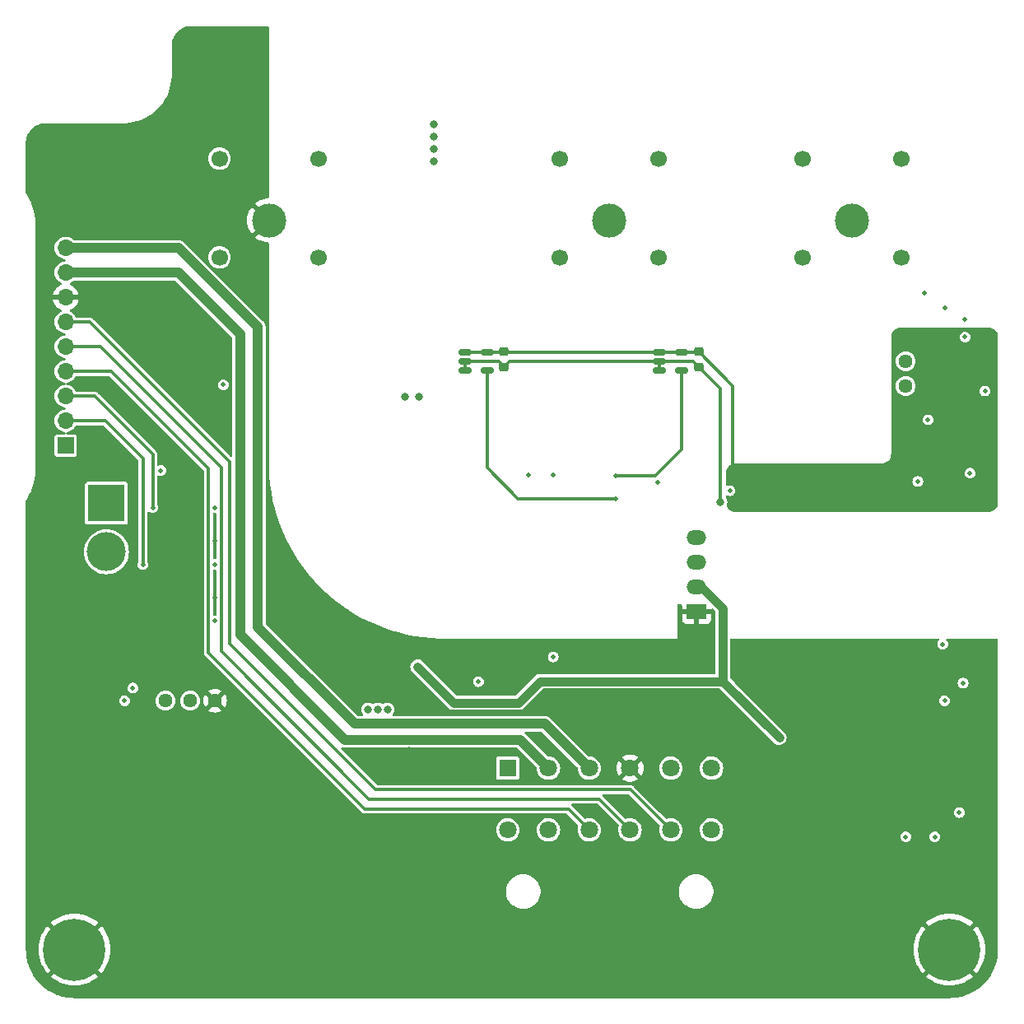
<source format=gbr>
%TF.GenerationSoftware,KiCad,Pcbnew,(7.0.0)*%
%TF.CreationDate,2023-06-27T20:49:36+12:00*%
%TF.ProjectId,VehicleJunctionBoxMotherboard_PCB,56656869-636c-4654-9a75-6e6374696f6e,V1.0*%
%TF.SameCoordinates,Original*%
%TF.FileFunction,Copper,L4,Bot*%
%TF.FilePolarity,Positive*%
%FSLAX46Y46*%
G04 Gerber Fmt 4.6, Leading zero omitted, Abs format (unit mm)*
G04 Created by KiCad (PCBNEW (7.0.0)) date 2023-06-27 20:49:36*
%MOMM*%
%LPD*%
G01*
G04 APERTURE LIST*
G04 Aperture macros list*
%AMRoundRect*
0 Rectangle with rounded corners*
0 $1 Rounding radius*
0 $2 $3 $4 $5 $6 $7 $8 $9 X,Y pos of 4 corners*
0 Add a 4 corners polygon primitive as box body*
4,1,4,$2,$3,$4,$5,$6,$7,$8,$9,$2,$3,0*
0 Add four circle primitives for the rounded corners*
1,1,$1+$1,$2,$3*
1,1,$1+$1,$4,$5*
1,1,$1+$1,$6,$7*
1,1,$1+$1,$8,$9*
0 Add four rect primitives between the rounded corners*
20,1,$1+$1,$2,$3,$4,$5,0*
20,1,$1+$1,$4,$5,$6,$7,0*
20,1,$1+$1,$6,$7,$8,$9,0*
20,1,$1+$1,$8,$9,$2,$3,0*%
G04 Aperture macros list end*
%TA.AperFunction,ComponentPad*%
%ADD10C,0.800000*%
%TD*%
%TA.AperFunction,ComponentPad*%
%ADD11C,6.400000*%
%TD*%
%TA.AperFunction,ComponentPad*%
%ADD12R,1.700000X1.700000*%
%TD*%
%TA.AperFunction,ComponentPad*%
%ADD13O,1.700000X1.700000*%
%TD*%
%TA.AperFunction,WasherPad*%
%ADD14C,1.700000*%
%TD*%
%TA.AperFunction,ComponentPad*%
%ADD15C,3.500000*%
%TD*%
%TA.AperFunction,ComponentPad*%
%ADD16C,1.440000*%
%TD*%
%TA.AperFunction,ComponentPad*%
%ADD17R,1.800000X1.800000*%
%TD*%
%TA.AperFunction,ComponentPad*%
%ADD18C,1.800000*%
%TD*%
%TA.AperFunction,ComponentPad*%
%ADD19R,3.800000X3.800000*%
%TD*%
%TA.AperFunction,ComponentPad*%
%ADD20C,4.000000*%
%TD*%
%TA.AperFunction,ComponentPad*%
%ADD21R,2.000000X1.500000*%
%TD*%
%TA.AperFunction,ComponentPad*%
%ADD22O,2.000000X1.500000*%
%TD*%
%TA.AperFunction,SMDPad,CuDef*%
%ADD23RoundRect,0.150000X-0.512500X-0.150000X0.512500X-0.150000X0.512500X0.150000X-0.512500X0.150000X0*%
%TD*%
%TA.AperFunction,SMDPad,CuDef*%
%ADD24RoundRect,0.225000X0.250000X-0.225000X0.250000X0.225000X-0.250000X0.225000X-0.250000X-0.225000X0*%
%TD*%
%TA.AperFunction,ViaPad*%
%ADD25C,0.800000*%
%TD*%
%TA.AperFunction,ViaPad*%
%ADD26C,0.500000*%
%TD*%
%TA.AperFunction,Conductor*%
%ADD27C,0.900000*%
%TD*%
%TA.AperFunction,Conductor*%
%ADD28C,0.300000*%
%TD*%
%TA.AperFunction,Conductor*%
%ADD29C,1.000000*%
%TD*%
G04 APERTURE END LIST*
D10*
%TO.P,H4,1,1*%
%TO.N,GND*%
X117600000Y-120000000D03*
X118302944Y-118302944D03*
X118302944Y-121697056D03*
X120000000Y-117600000D03*
D11*
X120000000Y-120000000D03*
D10*
X120000000Y-122400000D03*
X121697056Y-118302944D03*
X121697056Y-121697056D03*
X122400000Y-120000000D03*
%TD*%
D12*
%TO.P,J9,1,Pin_1*%
%TO.N,+5V*%
X29099999Y-68159999D03*
D13*
%TO.P,J9,2,Pin_2*%
%TO.N,Local*%
X29099999Y-65619999D03*
%TO.P,J9,3,Pin_3*%
%TO.N,Upstream*%
X29099999Y-63079999D03*
%TO.P,J9,4,Pin_4*%
%TO.N,CAN-*%
X29099999Y-60539999D03*
%TO.P,J9,5,Pin_5*%
%TO.N,CAN+*%
X29099999Y-57999999D03*
%TO.P,J9,6,Pin_6*%
%TO.N,BSPD*%
X29099999Y-55459999D03*
%TO.P,J9,7,Pin_7*%
%TO.N,GND*%
X29099999Y-52919999D03*
%TO.P,J9,8,Pin_8*%
%TO.N,BSPD Test Current +*%
X29099999Y-50379999D03*
%TO.P,J9,9,Pin_9*%
%TO.N,BSPD Test Current -*%
X29099999Y-47839999D03*
%TD*%
D14*
%TO.P,J4,*%
%TO.N,*%
X90080000Y-38640000D03*
X79920000Y-38640000D03*
X90080000Y-48800000D03*
X79920000Y-48800000D03*
D15*
%TO.P,J4,1,Pin_1*%
%TO.N,Net-(J4-Pin_1)*%
X85000000Y-45000000D03*
%TD*%
D16*
%TO.P,RV2,1,1*%
%TO.N,GND*%
X44450000Y-94400000D03*
%TO.P,RV2,2,2*%
%TO.N,DISCHARGE_THRESHOLD*%
X41910000Y-94400000D03*
%TO.P,RV2,3,3*%
%TO.N,+5V*%
X39370000Y-94400000D03*
%TD*%
D17*
%TO.P,J2,1,Pin_1*%
%TO.N,Net-(J2-Pin_1)*%
X74569999Y-101339999D03*
D18*
%TO.P,J2,2,Pin_2*%
%TO.N,BSPD Test Current +*%
X78760000Y-101340000D03*
%TO.P,J2,3,Pin_3*%
%TO.N,BSPD Test Current -*%
X82950000Y-101340000D03*
%TO.P,J2,4,Pin_4*%
%TO.N,GND*%
X87150000Y-101340000D03*
%TO.P,J2,5,Pin_5*%
%TO.N,DOC_FLT*%
X91340000Y-101340000D03*
%TO.P,J2,6,Pin_6*%
%TO.N,TSAL_GRN*%
X95530000Y-101340000D03*
%TO.P,J2,7,Pin_7*%
%TO.N,TSAL_RED*%
X95530000Y-107690000D03*
%TO.P,J2,8,Pin_8*%
%TO.N,BSPD*%
X91340000Y-107690000D03*
%TO.P,J2,9,Pin_9*%
%TO.N,CAN+*%
X87150000Y-107690000D03*
%TO.P,J2,10,Pin_10*%
%TO.N,CAN-*%
X82950000Y-107690000D03*
%TO.P,J2,11,Pin_11*%
%TO.N,SD_LP_IN*%
X78760000Y-107690000D03*
%TO.P,J2,12,Pin_12*%
%TO.N,SD_LP_OUT*%
X74570000Y-107690000D03*
%TD*%
D14*
%TO.P,J7,*%
%TO.N,*%
X55080000Y-38640000D03*
X44920000Y-38640000D03*
X55080000Y-48800000D03*
X44920000Y-48800000D03*
D15*
%TO.P,J7,1,Pin_1*%
%TO.N,GND*%
X50000000Y-45000000D03*
%TD*%
D16*
%TO.P,RV1,1,1*%
%TO.N,HV-*%
X115500000Y-62040000D03*
%TO.P,RV1,2,2*%
%TO.N,TS Detection Threshold*%
X115500000Y-59500000D03*
%TO.P,RV1,3,3*%
%TO.N,+5VA*%
X115500000Y-56960000D03*
%TD*%
D19*
%TO.P,J1,1,Pin_1*%
%TO.N,SD_LP_IN*%
X33299999Y-74099999D03*
D20*
%TO.P,J1,2,Pin_2*%
%TO.N,SD_LP_FROM_HVD*%
X33300000Y-79100000D03*
%TD*%
D14*
%TO.P,J3,*%
%TO.N,*%
X115080000Y-38640000D03*
X104920000Y-38640000D03*
X115080000Y-48800000D03*
X104920000Y-48800000D03*
D15*
%TO.P,J3,1,Pin_1*%
%TO.N,Net-(J3-Pin_1)*%
X110000000Y-45000000D03*
%TD*%
D21*
%TO.P,U4,1,-VIN*%
%TO.N,GND*%
X93999999Y-85262499D03*
D22*
%TO.P,U4,2,+VIN*%
%TO.N,GLV+*%
X93999999Y-82722499D03*
%TO.P,U4,3,-VOUT*%
%TO.N,HV-*%
X93999999Y-80182499D03*
%TO.P,U4,4,+VOUT*%
%TO.N,Net-(U4-+VOUT)*%
X93999999Y-77642499D03*
%TD*%
D10*
%TO.P,H3,1,1*%
%TO.N,GND*%
X27600000Y-120000000D03*
X28302944Y-118302944D03*
X28302944Y-121697056D03*
X30000000Y-117600000D03*
D11*
X30000000Y-120000000D03*
D10*
X30000000Y-122400000D03*
X31697056Y-118302944D03*
X31697056Y-121697056D03*
X32400000Y-120000000D03*
%TD*%
D23*
%TO.P,U3,1,GND*%
%TO.N,HV-*%
X90162500Y-60450000D03*
%TO.P,U3,2,GND*%
X90162500Y-59500000D03*
%TO.P,U3,3,Hyst*%
%TO.N,+5VA*%
X90162500Y-58550000D03*
%TO.P,U3,4,VDD*%
X92437500Y-58550000D03*
%TO.P,U3,5,Out*%
%TO.N,Net-(D10-A)*%
X92437500Y-60450000D03*
%TD*%
D24*
%TO.P,C26,1*%
%TO.N,HV-*%
X94200000Y-60075000D03*
%TO.P,C26,2*%
%TO.N,+5VA*%
X94200000Y-58525000D03*
%TD*%
%TO.P,C23,1*%
%TO.N,HV-*%
X74200000Y-60075000D03*
%TO.P,C23,2*%
%TO.N,+5VA*%
X74200000Y-58525000D03*
%TD*%
D23*
%TO.P,U5,1,GND*%
%TO.N,HV-*%
X70162500Y-60450000D03*
%TO.P,U5,2,GND*%
X70162500Y-59500000D03*
%TO.P,U5,3,Hyst*%
%TO.N,+5VA*%
X70162500Y-58550000D03*
%TO.P,U5,4,VDD*%
X72437500Y-58550000D03*
%TO.P,U5,5,Out*%
%TO.N,Net-(D8-A)*%
X72437500Y-60450000D03*
%TD*%
D25*
%TO.N,GLV+*%
X65300000Y-90900000D03*
D26*
X79700000Y-92400000D03*
X102500000Y-98200000D03*
X96700000Y-89000000D03*
X75700000Y-94600000D03*
X93550000Y-92450000D03*
%TO.N,HV-*%
X117800000Y-65500000D03*
X79250000Y-71150000D03*
X117400000Y-52500000D03*
X122100000Y-71000000D03*
X121600000Y-55200000D03*
X97400000Y-72800000D03*
D25*
X67000000Y-38900000D03*
D26*
X119500000Y-54000000D03*
D25*
X67000000Y-35150000D03*
D26*
X76700000Y-71150000D03*
X90000000Y-71975500D03*
D25*
X67000000Y-37650000D03*
D26*
X116750000Y-71850000D03*
X121600000Y-57000000D03*
D25*
X96450000Y-74000000D03*
D26*
X123660000Y-62540000D03*
D25*
X67000000Y-36400000D03*
X64000000Y-63100000D03*
X65400000Y-63100000D03*
D26*
%TO.N,+5V*%
X35150000Y-94400000D03*
X121000000Y-105900000D03*
X44450000Y-86200000D03*
X45310000Y-61910000D03*
X44450000Y-80400000D03*
X36000000Y-93100000D03*
X118500000Y-108400000D03*
D25*
X61200000Y-95300000D03*
X62200000Y-95300000D03*
D26*
X119500000Y-94400000D03*
X119300000Y-88600000D03*
X79250000Y-89900000D03*
X71550000Y-92450000D03*
X44450000Y-74550000D03*
X115500000Y-108400000D03*
D25*
X60200000Y-95300000D03*
D26*
X38880000Y-70730000D03*
X121400000Y-92600000D03*
%TO.N,+5VA*%
X121200000Y-65500000D03*
X97700000Y-70600000D03*
X97700000Y-71300000D03*
X119200000Y-57900000D03*
%TO.N,Net-(D10-A)*%
X85700000Y-71300000D03*
%TO.N,Upstream*%
X38050000Y-74550000D03*
%TO.N,Local*%
X37050000Y-80400000D03*
%TO.N,GND*%
X61500000Y-90800000D03*
X45575000Y-60135000D03*
X60590000Y-90800000D03*
X120880000Y-88590000D03*
X110780000Y-100980000D03*
X110770000Y-91860000D03*
D25*
X66700000Y-102600000D03*
D26*
X68660000Y-89770000D03*
X110770000Y-102260000D03*
X110780000Y-99710000D03*
X36680000Y-85750000D03*
X109910000Y-102960000D03*
X38110000Y-86140000D03*
X35120000Y-95990000D03*
X110790000Y-94410000D03*
X112500000Y-108390000D03*
X38150000Y-84690000D03*
X34070000Y-85740000D03*
X34070000Y-89040000D03*
X43310000Y-91080000D03*
X44440000Y-77940000D03*
X44150000Y-64010000D03*
X38070000Y-78880000D03*
X41460000Y-80350000D03*
X114000000Y-108390000D03*
X110770000Y-93130000D03*
D25*
X64000000Y-100800000D03*
D26*
X93060000Y-89000000D03*
X116290000Y-90360000D03*
X114730000Y-101400000D03*
X42880000Y-80350000D03*
X41380000Y-74540000D03*
X121440000Y-91040000D03*
X42890000Y-86170000D03*
X76900000Y-95000000D03*
X38140000Y-89050000D03*
X109890000Y-95110000D03*
X36670000Y-89050000D03*
X43890000Y-57410000D03*
X34440000Y-93110000D03*
D25*
X64400000Y-99550000D03*
D26*
X114660000Y-93600000D03*
X44450000Y-83770000D03*
X119910000Y-96620000D03*
X116700000Y-88600000D03*
X42890000Y-74530000D03*
X120000000Y-108400000D03*
X76740000Y-88450000D03*
%TO.N,Net-(D8-A)*%
X85700000Y-73600000D03*
%TD*%
D27*
%TO.N,GLV+*%
X96700000Y-84912500D02*
X94510000Y-82722500D01*
X77900000Y-92400000D02*
X79700000Y-92400000D01*
X96700000Y-92400000D02*
X96700000Y-89000000D01*
X65300000Y-90900000D02*
X69000000Y-94600000D01*
X75700000Y-94600000D02*
X77900000Y-92400000D01*
X96700000Y-92400000D02*
X102500000Y-98200000D01*
X96700000Y-89000000D02*
X96700000Y-84912500D01*
X94510000Y-82722500D02*
X94000000Y-82722500D01*
X69000000Y-94600000D02*
X75700000Y-94600000D01*
X79700000Y-92400000D02*
X96700000Y-92400000D01*
D28*
%TO.N,BSPD*%
X45960000Y-88540000D02*
X60970000Y-103550000D01*
X87200000Y-103550000D02*
X91340000Y-107690000D01*
X29100000Y-55460000D02*
X31560000Y-55460000D01*
X60970000Y-103550000D02*
X87200000Y-103550000D01*
X45960000Y-69860000D02*
X45960000Y-88540000D01*
X31560000Y-55460000D02*
X45960000Y-69860000D01*
%TO.N,CAN-*%
X29100000Y-60540000D02*
X33790000Y-60540000D01*
X43780000Y-70530000D02*
X43780000Y-89480000D01*
X59850000Y-105550000D02*
X80810000Y-105550000D01*
X33790000Y-60540000D02*
X43780000Y-70530000D01*
X80810000Y-105550000D02*
X82950000Y-107690000D01*
X43780000Y-89480000D02*
X59850000Y-105550000D01*
%TO.N,CAN+*%
X84010000Y-104550000D02*
X87150000Y-107690000D01*
X45080000Y-89330000D02*
X60300000Y-104550000D01*
X32650000Y-58000000D02*
X45080000Y-70430000D01*
X29100000Y-58000000D02*
X32650000Y-58000000D01*
X45080000Y-70430000D02*
X45080000Y-89330000D01*
X60300000Y-104550000D02*
X84010000Y-104550000D01*
%TO.N,HV-*%
X70162500Y-60450000D02*
X70162500Y-59500000D01*
X96450000Y-62325000D02*
X96450000Y-74000000D01*
X90162500Y-60450000D02*
X90162500Y-59500000D01*
X73625000Y-59500000D02*
X74200000Y-60075000D01*
X90162500Y-59500000D02*
X93625000Y-59500000D01*
X93625000Y-59500000D02*
X94200000Y-60075000D01*
X94200000Y-60075000D02*
X96450000Y-62325000D01*
X90162500Y-59500000D02*
X74775000Y-59500000D01*
X70162500Y-59500000D02*
X73625000Y-59500000D01*
X74775000Y-59500000D02*
X74200000Y-60075000D01*
%TO.N,+5VA*%
X74175000Y-58550000D02*
X74200000Y-58525000D01*
X72437500Y-58550000D02*
X74175000Y-58550000D01*
X94175000Y-58550000D02*
X94200000Y-58525000D01*
X92437500Y-58550000D02*
X94175000Y-58550000D01*
X90162500Y-58550000D02*
X74225000Y-58550000D01*
X70162500Y-58550000D02*
X72437500Y-58550000D01*
X90162500Y-58550000D02*
X92437500Y-58550000D01*
X97700000Y-62025000D02*
X97700000Y-70600000D01*
X74225000Y-58550000D02*
X74200000Y-58525000D01*
X94200000Y-58525000D02*
X97700000Y-62025000D01*
D29*
%TO.N,BSPD Test Current +*%
X57830000Y-98430000D02*
X47050000Y-87650000D01*
X47050000Y-56740000D02*
X40690000Y-50380000D01*
X78760000Y-101340000D02*
X75850000Y-98430000D01*
X40690000Y-50380000D02*
X29100000Y-50380000D01*
X75850000Y-98430000D02*
X57830000Y-98430000D01*
X47050000Y-87650000D02*
X47050000Y-56740000D01*
D28*
%TO.N,Net-(D10-A)*%
X85700000Y-71300000D02*
X89700000Y-71300000D01*
X89700000Y-71300000D02*
X92437500Y-68562500D01*
X92437500Y-68562500D02*
X92437500Y-60450000D01*
%TO.N,Upstream*%
X38050000Y-69050000D02*
X32080000Y-63080000D01*
X38050000Y-74550000D02*
X38050000Y-69050000D01*
X32080000Y-63080000D02*
X29100000Y-63080000D01*
%TO.N,Local*%
X33170000Y-65620000D02*
X29100000Y-65620000D01*
X37050000Y-80400000D02*
X37050000Y-69500000D01*
X37050000Y-69500000D02*
X33170000Y-65620000D01*
D29*
%TO.N,BSPD Test Current -*%
X40710000Y-47840000D02*
X29100000Y-47840000D01*
X48850000Y-86820000D02*
X48850000Y-55980000D01*
X82950000Y-101340000D02*
X78390000Y-96780000D01*
X78390000Y-96780000D02*
X58810000Y-96780000D01*
X48850000Y-55980000D02*
X40710000Y-47840000D01*
X58810000Y-96780000D02*
X48850000Y-86820000D01*
D28*
%TO.N,Net-(D8-A)*%
X75600000Y-73600000D02*
X72437500Y-70437500D01*
X72437500Y-70437500D02*
X72437500Y-60450000D01*
X85700000Y-73600000D02*
X75600000Y-73600000D01*
%TD*%
%TA.AperFunction,Conductor*%
%TO.N,GND*%
G36*
X44441940Y-80954189D02*
G01*
X44441941Y-80954189D01*
X44450000Y-80955250D01*
X44489314Y-80950074D01*
X44557904Y-80960631D01*
X44610080Y-81006388D01*
X44629500Y-81073013D01*
X44629500Y-85526987D01*
X44610080Y-85593612D01*
X44557904Y-85639369D01*
X44489314Y-85649925D01*
X44450000Y-85644750D01*
X44441941Y-85645811D01*
X44441940Y-85645811D01*
X44370685Y-85655192D01*
X44302095Y-85644635D01*
X44249919Y-85598878D01*
X44230500Y-85532253D01*
X44230500Y-81067747D01*
X44249919Y-81001122D01*
X44302095Y-80955365D01*
X44370685Y-80944808D01*
X44441940Y-80954189D01*
G37*
%TD.AperFunction*%
%TA.AperFunction,Conductor*%
G36*
X44441940Y-75104189D02*
G01*
X44441941Y-75104189D01*
X44450000Y-75105250D01*
X44489314Y-75100074D01*
X44557904Y-75110631D01*
X44610080Y-75156388D01*
X44629500Y-75223013D01*
X44629500Y-79726987D01*
X44610080Y-79793612D01*
X44557904Y-79839369D01*
X44489314Y-79849925D01*
X44450000Y-79844750D01*
X44441941Y-79845811D01*
X44441940Y-79845811D01*
X44370685Y-79855192D01*
X44302095Y-79844635D01*
X44249919Y-79798878D01*
X44230500Y-79732253D01*
X44230500Y-75217747D01*
X44249919Y-75151122D01*
X44302095Y-75105365D01*
X44370685Y-75094808D01*
X44441940Y-75104189D01*
G37*
%TD.AperFunction*%
%TA.AperFunction,Conductor*%
G36*
X49938000Y-25017113D02*
G01*
X49983387Y-25062500D01*
X50000000Y-25124500D01*
X50000000Y-42629033D01*
X49984714Y-42688676D01*
X49942625Y-42733614D01*
X49884110Y-42752768D01*
X49709728Y-42764197D01*
X49701706Y-42765253D01*
X49420391Y-42821210D01*
X49412563Y-42823307D01*
X49140961Y-42915505D01*
X49133471Y-42918607D01*
X48876225Y-43045466D01*
X48869211Y-43049516D01*
X48630723Y-43208869D01*
X48624296Y-43213801D01*
X48606750Y-43229188D01*
X48599316Y-43240581D01*
X48605990Y-43252437D01*
X50000000Y-44646447D01*
X50000000Y-45353551D01*
X48605991Y-46747560D01*
X48599316Y-46759418D01*
X48606749Y-46770810D01*
X48624290Y-46786194D01*
X48630728Y-46791133D01*
X48869211Y-46950483D01*
X48876225Y-46954533D01*
X49133471Y-47081392D01*
X49140961Y-47084494D01*
X49412563Y-47176692D01*
X49420391Y-47178789D01*
X49701706Y-47234746D01*
X49709728Y-47235802D01*
X49884110Y-47247232D01*
X49942625Y-47266386D01*
X49984714Y-47311324D01*
X50000000Y-47370967D01*
X50000000Y-70000000D01*
X50000001Y-70000281D01*
X50002258Y-70379528D01*
X50002549Y-70428419D01*
X50002609Y-70429693D01*
X50002610Y-70429704D01*
X50043249Y-71282837D01*
X50043251Y-71282875D01*
X50043319Y-71284287D01*
X50043453Y-71285696D01*
X50043456Y-71285730D01*
X50123261Y-72121476D01*
X50124767Y-72137246D01*
X50124973Y-72138679D01*
X50124974Y-72138687D01*
X50178624Y-72511830D01*
X50246707Y-72985363D01*
X50246985Y-72986807D01*
X50246986Y-72986811D01*
X50405021Y-73806776D01*
X50408865Y-73826717D01*
X50409211Y-73828143D01*
X50409214Y-73828157D01*
X50610521Y-74657959D01*
X50610528Y-74657986D01*
X50610872Y-74659403D01*
X50611287Y-74660816D01*
X50611292Y-74660835D01*
X50800476Y-75305132D01*
X50852272Y-75481533D01*
X50852748Y-75482909D01*
X50852754Y-75482927D01*
X51058892Y-76078523D01*
X51132516Y-76291246D01*
X51133065Y-76292617D01*
X51133066Y-76292620D01*
X51365985Y-76874425D01*
X51450971Y-77086708D01*
X51451588Y-77088059D01*
X51451594Y-77088073D01*
X51806301Y-77864774D01*
X51806310Y-77864794D01*
X51806914Y-77866115D01*
X51807579Y-77867405D01*
X51807581Y-77867409D01*
X52135411Y-78503309D01*
X52199541Y-78627704D01*
X52200274Y-78628974D01*
X52200283Y-78628990D01*
X52469887Y-79095957D01*
X52627960Y-79369747D01*
X52628754Y-79370983D01*
X52628772Y-79371012D01*
X53084781Y-80080575D01*
X53091202Y-80090566D01*
X53588217Y-80788526D01*
X53589123Y-80789678D01*
X54116981Y-81460905D01*
X54116995Y-81460922D01*
X54117879Y-81462046D01*
X54678989Y-82109602D01*
X55270275Y-82729725D01*
X55890398Y-83321011D01*
X56537954Y-83882121D01*
X56539081Y-83883007D01*
X56539094Y-83883018D01*
X56972701Y-84224010D01*
X57211474Y-84411783D01*
X57909434Y-84908798D01*
X58045394Y-84996174D01*
X58628987Y-85371227D01*
X58629005Y-85371238D01*
X58630253Y-85372040D01*
X59372296Y-85800459D01*
X60133885Y-86193086D01*
X60913292Y-86549029D01*
X61708754Y-86867484D01*
X62518467Y-87147728D01*
X63340597Y-87389128D01*
X64173283Y-87591135D01*
X65014637Y-87753293D01*
X65862754Y-87875233D01*
X66715713Y-87956681D01*
X67571581Y-87997451D01*
X68000000Y-88000000D01*
X68000336Y-88000000D01*
X91983674Y-88000000D01*
X92000000Y-88000000D01*
X92000000Y-86057018D01*
X92500000Y-86057018D01*
X92500353Y-86063614D01*
X92505573Y-86112167D01*
X92509111Y-86127141D01*
X92553547Y-86246277D01*
X92561962Y-86261689D01*
X92637498Y-86362592D01*
X92649907Y-86375001D01*
X92750810Y-86450537D01*
X92766222Y-86458952D01*
X92885358Y-86503388D01*
X92900332Y-86506926D01*
X92948885Y-86512146D01*
X92955482Y-86512500D01*
X93733674Y-86512500D01*
X93746549Y-86509049D01*
X93750000Y-86496174D01*
X94250000Y-86496174D01*
X94253450Y-86509049D01*
X94266326Y-86512500D01*
X95044518Y-86512500D01*
X95051114Y-86512146D01*
X95099667Y-86506926D01*
X95114641Y-86503388D01*
X95233777Y-86458952D01*
X95249189Y-86450537D01*
X95350092Y-86375001D01*
X95362501Y-86362592D01*
X95438037Y-86261689D01*
X95446452Y-86246277D01*
X95490888Y-86127141D01*
X95494426Y-86112167D01*
X95499646Y-86063614D01*
X95500000Y-86057018D01*
X95500000Y-85528826D01*
X95496549Y-85515950D01*
X95483674Y-85512500D01*
X94266326Y-85512500D01*
X94253450Y-85515950D01*
X94250000Y-85528826D01*
X94250000Y-86496174D01*
X93750000Y-86496174D01*
X93750000Y-85528826D01*
X93746549Y-85515950D01*
X93733674Y-85512500D01*
X92516326Y-85512500D01*
X92503450Y-85515950D01*
X92500000Y-85528826D01*
X92500000Y-86057018D01*
X92000000Y-86057018D01*
X92000000Y-84624000D01*
X92016613Y-84562000D01*
X92062000Y-84516613D01*
X92124000Y-84500000D01*
X92376000Y-84500000D01*
X92438000Y-84516613D01*
X92483387Y-84562000D01*
X92500000Y-84624000D01*
X92500000Y-84996174D01*
X92503450Y-85009049D01*
X92516326Y-85012500D01*
X95483674Y-85012500D01*
X95497813Y-85008711D01*
X95509378Y-84997146D01*
X95523483Y-84972716D01*
X95579071Y-84940621D01*
X95643259Y-84940620D01*
X95698847Y-84972714D01*
X95913181Y-85187048D01*
X95940061Y-85227276D01*
X95949500Y-85274729D01*
X95949500Y-91525500D01*
X95932887Y-91587500D01*
X95887500Y-91632887D01*
X95825500Y-91649500D01*
X79787721Y-91649500D01*
X77963707Y-91649500D01*
X77945736Y-91648191D01*
X77929126Y-91645758D01*
X77929124Y-91645757D01*
X77921977Y-91644711D01*
X77914784Y-91645340D01*
X77914778Y-91645340D01*
X77872631Y-91649028D01*
X77861824Y-91649500D01*
X77856291Y-91649500D01*
X77852730Y-91649916D01*
X77852715Y-91649917D01*
X77825501Y-91653098D01*
X77821916Y-91653464D01*
X77754393Y-91659371D01*
X77754385Y-91659372D01*
X77747203Y-91660001D01*
X77740352Y-91662270D01*
X77736935Y-91662976D01*
X77736619Y-91663027D01*
X77736295Y-91663119D01*
X77732913Y-91663920D01*
X77725745Y-91664759D01*
X77718968Y-91667225D01*
X77718957Y-91667228D01*
X77655231Y-91690421D01*
X77651831Y-91691603D01*
X77621863Y-91701533D01*
X77580666Y-91715186D01*
X77574528Y-91718971D01*
X77571367Y-91720445D01*
X77571061Y-91720571D01*
X77570781Y-91720728D01*
X77567659Y-91722296D01*
X77560883Y-91724763D01*
X77554855Y-91728727D01*
X77554854Y-91728728D01*
X77498220Y-91765976D01*
X77495182Y-91767911D01*
X77437492Y-91803495D01*
X77437483Y-91803501D01*
X77431345Y-91807288D01*
X77426243Y-91812389D01*
X77423504Y-91814555D01*
X77423239Y-91814745D01*
X77422995Y-91814970D01*
X77420331Y-91817205D01*
X77414304Y-91821170D01*
X77409355Y-91826414D01*
X77409353Y-91826417D01*
X77362832Y-91875726D01*
X77360320Y-91878311D01*
X75425451Y-93813181D01*
X75385223Y-93840061D01*
X75337770Y-93849500D01*
X69362230Y-93849500D01*
X69314777Y-93840061D01*
X69274549Y-93813181D01*
X67911368Y-92450000D01*
X70994750Y-92450000D01*
X71013670Y-92593709D01*
X71016781Y-92601220D01*
X71016782Y-92601223D01*
X71024203Y-92619139D01*
X71069139Y-92727625D01*
X71157379Y-92842621D01*
X71272375Y-92930861D01*
X71406291Y-92986330D01*
X71550000Y-93005250D01*
X71693709Y-92986330D01*
X71827625Y-92930861D01*
X71942621Y-92842621D01*
X72030861Y-92727625D01*
X72086330Y-92593709D01*
X72105250Y-92450000D01*
X72086330Y-92306291D01*
X72030861Y-92172375D01*
X71942621Y-92057379D01*
X71827625Y-91969139D01*
X71791592Y-91954214D01*
X71701223Y-91916782D01*
X71701220Y-91916781D01*
X71693709Y-91913670D01*
X71685649Y-91912608D01*
X71685646Y-91912608D01*
X71558059Y-91895811D01*
X71550000Y-91894750D01*
X71541941Y-91895811D01*
X71414353Y-91912608D01*
X71414348Y-91912609D01*
X71406291Y-91913670D01*
X71398781Y-91916780D01*
X71398776Y-91916782D01*
X71279885Y-91966028D01*
X71279883Y-91966029D01*
X71272375Y-91969139D01*
X71265933Y-91974082D01*
X71265928Y-91974085D01*
X71163821Y-92052435D01*
X71163817Y-92052438D01*
X71157379Y-92057379D01*
X71152438Y-92063817D01*
X71152435Y-92063821D01*
X71074085Y-92165928D01*
X71074082Y-92165933D01*
X71069139Y-92172375D01*
X71066029Y-92179883D01*
X71066028Y-92179885D01*
X71016782Y-92298776D01*
X71016780Y-92298781D01*
X71013670Y-92306291D01*
X71012609Y-92314348D01*
X71012608Y-92314353D01*
X70995811Y-92441941D01*
X70994750Y-92450000D01*
X67911368Y-92450000D01*
X65802329Y-90340961D01*
X65802328Y-90340960D01*
X65799777Y-90338409D01*
X65788287Y-90329324D01*
X65702340Y-90261366D01*
X65702336Y-90261363D01*
X65696677Y-90256889D01*
X65537673Y-90182743D01*
X65530604Y-90181283D01*
X65530600Y-90181282D01*
X65372930Y-90148726D01*
X65372924Y-90148725D01*
X65365856Y-90147266D01*
X65358638Y-90147476D01*
X65197707Y-90152158D01*
X65197699Y-90152159D01*
X65190488Y-90152369D01*
X65183515Y-90154237D01*
X65183511Y-90154238D01*
X65027997Y-90195908D01*
X65027992Y-90195909D01*
X65021024Y-90197777D01*
X65014671Y-90201202D01*
X65014667Y-90201204D01*
X64872958Y-90277612D01*
X64872952Y-90277615D01*
X64866600Y-90281041D01*
X64861209Y-90285838D01*
X64861204Y-90285842D01*
X64740932Y-90392875D01*
X64740926Y-90392881D01*
X64735541Y-90397674D01*
X64731403Y-90403583D01*
X64731400Y-90403587D01*
X64639056Y-90535469D01*
X64639054Y-90535472D01*
X64634912Y-90541388D01*
X64632248Y-90548093D01*
X64632244Y-90548101D01*
X64572805Y-90697719D01*
X64570138Y-90704433D01*
X64544711Y-90878023D01*
X64545340Y-90885214D01*
X64545340Y-90885221D01*
X64559371Y-91045604D01*
X64559372Y-91045610D01*
X64560001Y-91052797D01*
X64562270Y-91059644D01*
X64562271Y-91059649D01*
X64612914Y-91212478D01*
X64615186Y-91219334D01*
X64618977Y-91225480D01*
X64703497Y-91362511D01*
X64703500Y-91362515D01*
X64707288Y-91368656D01*
X64712392Y-91373760D01*
X64712393Y-91373761D01*
X68424267Y-95085634D01*
X68436049Y-95099267D01*
X68446077Y-95112738D01*
X68446081Y-95112742D01*
X68450390Y-95118530D01*
X68488352Y-95150384D01*
X68496313Y-95157680D01*
X68500223Y-95161590D01*
X68503055Y-95163829D01*
X68503065Y-95163838D01*
X68524542Y-95180819D01*
X68527298Y-95183063D01*
X68584786Y-95231302D01*
X68591245Y-95234546D01*
X68594134Y-95236446D01*
X68594417Y-95236650D01*
X68594710Y-95236814D01*
X68597659Y-95238632D01*
X68603323Y-95243111D01*
X68671357Y-95274835D01*
X68674483Y-95276348D01*
X68741567Y-95310040D01*
X68748597Y-95311705D01*
X68751831Y-95312883D01*
X68752163Y-95313020D01*
X68752493Y-95313114D01*
X68755781Y-95314203D01*
X68762327Y-95317256D01*
X68835862Y-95332439D01*
X68839223Y-95333184D01*
X68912279Y-95350500D01*
X68919509Y-95350500D01*
X68922949Y-95350902D01*
X68923286Y-95350956D01*
X68923640Y-95350972D01*
X68927066Y-95351271D01*
X68934144Y-95352733D01*
X69009110Y-95350552D01*
X69012717Y-95350500D01*
X75636293Y-95350500D01*
X75654264Y-95351809D01*
X75658160Y-95352379D01*
X75678023Y-95355289D01*
X75727368Y-95350972D01*
X75738176Y-95350500D01*
X75740100Y-95350500D01*
X75743709Y-95350500D01*
X75774550Y-95346894D01*
X75778031Y-95346539D01*
X75852797Y-95339999D01*
X75859653Y-95337726D01*
X75863043Y-95337027D01*
X75863375Y-95336973D01*
X75863728Y-95336873D01*
X75867071Y-95336080D01*
X75874255Y-95335241D01*
X75944760Y-95309579D01*
X75948118Y-95308412D01*
X76019334Y-95284814D01*
X76025486Y-95281018D01*
X76028607Y-95279564D01*
X76028929Y-95279430D01*
X76029238Y-95279258D01*
X76032315Y-95277712D01*
X76039117Y-95275237D01*
X76101837Y-95233984D01*
X76104732Y-95232140D01*
X76168656Y-95192712D01*
X76173763Y-95187603D01*
X76176476Y-95185459D01*
X76176758Y-95185254D01*
X76177029Y-95185007D01*
X76179659Y-95182799D01*
X76185696Y-95178830D01*
X76237185Y-95124253D01*
X76239629Y-95121737D01*
X78174548Y-93186819D01*
X78214777Y-93159939D01*
X78262230Y-93150500D01*
X79612279Y-93150500D01*
X79743709Y-93150500D01*
X96337770Y-93150500D01*
X96385223Y-93159939D01*
X96425451Y-93186819D01*
X99218133Y-95979500D01*
X102000224Y-98761591D01*
X102103323Y-98843111D01*
X102262328Y-98917257D01*
X102434145Y-98952734D01*
X102609513Y-98947631D01*
X102778976Y-98902223D01*
X102933400Y-98818959D01*
X103064460Y-98702326D01*
X103165088Y-98558612D01*
X103229862Y-98395567D01*
X103255289Y-98221977D01*
X103239999Y-98047203D01*
X103184814Y-97880666D01*
X103092712Y-97731345D01*
X99761368Y-94400000D01*
X118944750Y-94400000D01*
X118963670Y-94543709D01*
X118966781Y-94551220D01*
X118966782Y-94551223D01*
X118986779Y-94599500D01*
X119019139Y-94677625D01*
X119107379Y-94792621D01*
X119222375Y-94880861D01*
X119356291Y-94936330D01*
X119500000Y-94955250D01*
X119643709Y-94936330D01*
X119777625Y-94880861D01*
X119892621Y-94792621D01*
X119980861Y-94677625D01*
X120036330Y-94543709D01*
X120055250Y-94400000D01*
X120036330Y-94256291D01*
X119980861Y-94122375D01*
X119892621Y-94007379D01*
X119777625Y-93919139D01*
X119741592Y-93904214D01*
X119651223Y-93866782D01*
X119651220Y-93866781D01*
X119643709Y-93863670D01*
X119635649Y-93862608D01*
X119635646Y-93862608D01*
X119508059Y-93845811D01*
X119500000Y-93844750D01*
X119491941Y-93845811D01*
X119364353Y-93862608D01*
X119364348Y-93862609D01*
X119356291Y-93863670D01*
X119348781Y-93866780D01*
X119348776Y-93866782D01*
X119229885Y-93916028D01*
X119229883Y-93916029D01*
X119222375Y-93919139D01*
X119215933Y-93924082D01*
X119215928Y-93924085D01*
X119113821Y-94002435D01*
X119113817Y-94002438D01*
X119107379Y-94007379D01*
X119102438Y-94013817D01*
X119102435Y-94013821D01*
X119024085Y-94115928D01*
X119024082Y-94115933D01*
X119019139Y-94122375D01*
X119016029Y-94129883D01*
X119016028Y-94129885D01*
X118966782Y-94248776D01*
X118966780Y-94248781D01*
X118963670Y-94256291D01*
X118962609Y-94264348D01*
X118962608Y-94264353D01*
X118946270Y-94388457D01*
X118944750Y-94400000D01*
X99761368Y-94400000D01*
X97961368Y-92600000D01*
X120844750Y-92600000D01*
X120845811Y-92608059D01*
X120860563Y-92720114D01*
X120863670Y-92743709D01*
X120919139Y-92877625D01*
X120924084Y-92884069D01*
X120924085Y-92884071D01*
X120962375Y-92933971D01*
X121007379Y-92992621D01*
X121122375Y-93080861D01*
X121256291Y-93136330D01*
X121400000Y-93155250D01*
X121543709Y-93136330D01*
X121677625Y-93080861D01*
X121792621Y-92992621D01*
X121880861Y-92877625D01*
X121936330Y-92743709D01*
X121955250Y-92600000D01*
X121936330Y-92456291D01*
X121880861Y-92322375D01*
X121792621Y-92207379D01*
X121677625Y-92119139D01*
X121605181Y-92089132D01*
X121551223Y-92066782D01*
X121551220Y-92066781D01*
X121543709Y-92063670D01*
X121535649Y-92062608D01*
X121535646Y-92062608D01*
X121408059Y-92045811D01*
X121400000Y-92044750D01*
X121391941Y-92045811D01*
X121264353Y-92062608D01*
X121264348Y-92062609D01*
X121256291Y-92063670D01*
X121248781Y-92066780D01*
X121248776Y-92066782D01*
X121129885Y-92116028D01*
X121129883Y-92116029D01*
X121122375Y-92119139D01*
X121115933Y-92124082D01*
X121115928Y-92124085D01*
X121013821Y-92202435D01*
X121013817Y-92202438D01*
X121007379Y-92207379D01*
X121002438Y-92213817D01*
X121002435Y-92213821D01*
X120924085Y-92315928D01*
X120924082Y-92315933D01*
X120919139Y-92322375D01*
X120916029Y-92329883D01*
X120916028Y-92329885D01*
X120866782Y-92448776D01*
X120866780Y-92448781D01*
X120863670Y-92456291D01*
X120862609Y-92464348D01*
X120862608Y-92464353D01*
X120852024Y-92544750D01*
X120844750Y-92600000D01*
X97961368Y-92600000D01*
X97486819Y-92125451D01*
X97459939Y-92085223D01*
X97450500Y-92037770D01*
X97450500Y-88124000D01*
X97467113Y-88062000D01*
X97512500Y-88016613D01*
X97574500Y-88000000D01*
X118816895Y-88000000D01*
X118873190Y-88013515D01*
X118917213Y-88051115D01*
X118939368Y-88104602D01*
X118934826Y-88162318D01*
X118907265Y-88207291D01*
X118907379Y-88207379D01*
X118906551Y-88208457D01*
X118906547Y-88208462D01*
X118902438Y-88213817D01*
X118902435Y-88213821D01*
X118824085Y-88315928D01*
X118824082Y-88315933D01*
X118819139Y-88322375D01*
X118816029Y-88329883D01*
X118816028Y-88329885D01*
X118766782Y-88448776D01*
X118766780Y-88448781D01*
X118763670Y-88456291D01*
X118762609Y-88464348D01*
X118762608Y-88464353D01*
X118745811Y-88591941D01*
X118744750Y-88600000D01*
X118763670Y-88743709D01*
X118766781Y-88751220D01*
X118766782Y-88751223D01*
X118791351Y-88810538D01*
X118819139Y-88877625D01*
X118824084Y-88884069D01*
X118824085Y-88884071D01*
X118836684Y-88900490D01*
X118907379Y-88992621D01*
X119022375Y-89080861D01*
X119156291Y-89136330D01*
X119300000Y-89155250D01*
X119443709Y-89136330D01*
X119577625Y-89080861D01*
X119692621Y-88992621D01*
X119780861Y-88877625D01*
X119836330Y-88743709D01*
X119855250Y-88600000D01*
X119836330Y-88456291D01*
X119780861Y-88322375D01*
X119692621Y-88207379D01*
X119692734Y-88207291D01*
X119665174Y-88162318D01*
X119660632Y-88104602D01*
X119682787Y-88051115D01*
X119726810Y-88013515D01*
X119783105Y-88000000D01*
X124875500Y-88000000D01*
X124937500Y-88016613D01*
X124982887Y-88062000D01*
X124999500Y-88124000D01*
X124999500Y-119997438D01*
X124999394Y-120002563D01*
X124990525Y-120216987D01*
X124990513Y-120217271D01*
X124981948Y-120413428D01*
X124981114Y-120423357D01*
X124954568Y-120636321D01*
X124954459Y-120637169D01*
X124928422Y-120834936D01*
X124926844Y-120844196D01*
X124882971Y-121053439D01*
X124882671Y-121054832D01*
X124839321Y-121250371D01*
X124837105Y-121258914D01*
X124776186Y-121463538D01*
X124775602Y-121465444D01*
X124715302Y-121656689D01*
X124712559Y-121664475D01*
X124635008Y-121863224D01*
X124634051Y-121865603D01*
X124557260Y-122050993D01*
X124554099Y-122058001D01*
X124460437Y-122249587D01*
X124459026Y-122252383D01*
X124366346Y-122430420D01*
X124362880Y-122436636D01*
X124253743Y-122619793D01*
X124251800Y-122622946D01*
X124143920Y-122792282D01*
X124140257Y-122797710D01*
X124016399Y-122971184D01*
X124013858Y-122974616D01*
X123891626Y-123133912D01*
X123887872Y-123138567D01*
X123750107Y-123301226D01*
X123746908Y-123304858D01*
X123611254Y-123452899D01*
X123607512Y-123456807D01*
X123456807Y-123607512D01*
X123452899Y-123611254D01*
X123304858Y-123746908D01*
X123301226Y-123750107D01*
X123138567Y-123887872D01*
X123133912Y-123891626D01*
X122974616Y-124013858D01*
X122971184Y-124016399D01*
X122797710Y-124140257D01*
X122792282Y-124143920D01*
X122622946Y-124251800D01*
X122619793Y-124253743D01*
X122436636Y-124362880D01*
X122430420Y-124366346D01*
X122252383Y-124459026D01*
X122249587Y-124460437D01*
X122058001Y-124554099D01*
X122050993Y-124557260D01*
X121865603Y-124634051D01*
X121863224Y-124635008D01*
X121664475Y-124712559D01*
X121656689Y-124715302D01*
X121465444Y-124775602D01*
X121463538Y-124776186D01*
X121258914Y-124837105D01*
X121250371Y-124839321D01*
X121054832Y-124882671D01*
X121053439Y-124882971D01*
X120844196Y-124926844D01*
X120834936Y-124928422D01*
X120637169Y-124954459D01*
X120636321Y-124954568D01*
X120423357Y-124981114D01*
X120413428Y-124981948D01*
X120217381Y-124990508D01*
X120217097Y-124990520D01*
X120002563Y-124999394D01*
X119997438Y-124999500D01*
X30002562Y-124999500D01*
X29997437Y-124999394D01*
X29782901Y-124990520D01*
X29782617Y-124990508D01*
X29586570Y-124981948D01*
X29576641Y-124981114D01*
X29363677Y-124954568D01*
X29362829Y-124954459D01*
X29165062Y-124928422D01*
X29155802Y-124926844D01*
X28946559Y-124882971D01*
X28945166Y-124882671D01*
X28749627Y-124839321D01*
X28741084Y-124837105D01*
X28536460Y-124776186D01*
X28534554Y-124775602D01*
X28343309Y-124715302D01*
X28335523Y-124712559D01*
X28206985Y-124662404D01*
X28136734Y-124634991D01*
X28134395Y-124634051D01*
X27949005Y-124557260D01*
X27941997Y-124554099D01*
X27750411Y-124460437D01*
X27747615Y-124459026D01*
X27569578Y-124366346D01*
X27563362Y-124362880D01*
X27380205Y-124253743D01*
X27377052Y-124251800D01*
X27207716Y-124143920D01*
X27202288Y-124140257D01*
X27028814Y-124016399D01*
X27025382Y-124013858D01*
X26866086Y-123891626D01*
X26861431Y-123887872D01*
X26698772Y-123750107D01*
X26695155Y-123746921D01*
X26547076Y-123611232D01*
X26543191Y-123607512D01*
X26392486Y-123456807D01*
X26388769Y-123452925D01*
X26253072Y-123304838D01*
X26249891Y-123301226D01*
X26112126Y-123138567D01*
X26108372Y-123133912D01*
X25986140Y-122974616D01*
X25983599Y-122971184D01*
X25859741Y-122797710D01*
X25856078Y-122792282D01*
X25853736Y-122788606D01*
X27570305Y-122788606D01*
X27578191Y-122799869D01*
X27819684Y-122995425D01*
X27824938Y-122999242D01*
X28144733Y-123206920D01*
X28150354Y-123210166D01*
X28490116Y-123383283D01*
X28496040Y-123385920D01*
X28852044Y-123522578D01*
X28858197Y-123524577D01*
X29226537Y-123623273D01*
X29232879Y-123624621D01*
X29609508Y-123684273D01*
X29615951Y-123684950D01*
X29996756Y-123704908D01*
X30003244Y-123704908D01*
X30384048Y-123684950D01*
X30390491Y-123684273D01*
X30767120Y-123624621D01*
X30773462Y-123623273D01*
X31141802Y-123524577D01*
X31147955Y-123522578D01*
X31503959Y-123385920D01*
X31509883Y-123383283D01*
X31849645Y-123210166D01*
X31855266Y-123206920D01*
X32175061Y-122999242D01*
X32180315Y-122995425D01*
X32421806Y-122799870D01*
X32429693Y-122788606D01*
X117570305Y-122788606D01*
X117578191Y-122799869D01*
X117819684Y-122995425D01*
X117824938Y-122999242D01*
X118144733Y-123206920D01*
X118150354Y-123210166D01*
X118490116Y-123383283D01*
X118496040Y-123385920D01*
X118852044Y-123522578D01*
X118858197Y-123524577D01*
X119226537Y-123623273D01*
X119232879Y-123624621D01*
X119609508Y-123684273D01*
X119615951Y-123684950D01*
X119996756Y-123704908D01*
X120003244Y-123704908D01*
X120384048Y-123684950D01*
X120390491Y-123684273D01*
X120767120Y-123624621D01*
X120773462Y-123623273D01*
X121141802Y-123524577D01*
X121147955Y-123522578D01*
X121503959Y-123385920D01*
X121509883Y-123383283D01*
X121849645Y-123210166D01*
X121855266Y-123206920D01*
X122175061Y-122999242D01*
X122180315Y-122995425D01*
X122421806Y-122799870D01*
X122429693Y-122788606D01*
X122423027Y-122776580D01*
X120011542Y-120365095D01*
X120000000Y-120358431D01*
X119988457Y-120365095D01*
X117576971Y-122776580D01*
X117570305Y-122788606D01*
X32429693Y-122788606D01*
X32423027Y-122776580D01*
X30011542Y-120365095D01*
X30000000Y-120358431D01*
X29988457Y-120365095D01*
X27576971Y-122776580D01*
X27570305Y-122788606D01*
X25853736Y-122788606D01*
X25748198Y-122622946D01*
X25746255Y-122619793D01*
X25637118Y-122436636D01*
X25633652Y-122430420D01*
X25540972Y-122252383D01*
X25539561Y-122249587D01*
X25527982Y-122225903D01*
X25445886Y-122057972D01*
X25442752Y-122051024D01*
X25365911Y-121865513D01*
X25365046Y-121863363D01*
X25287431Y-121664453D01*
X25284696Y-121656689D01*
X25224359Y-121465325D01*
X25223850Y-121463665D01*
X25162889Y-121258901D01*
X25160680Y-121250386D01*
X25117312Y-121054765D01*
X25117027Y-121053439D01*
X25111495Y-121027057D01*
X25073153Y-120844192D01*
X25071576Y-120834936D01*
X25062648Y-120767120D01*
X25045490Y-120636793D01*
X25045483Y-120636743D01*
X25018881Y-120423330D01*
X25018052Y-120413455D01*
X25009486Y-120217271D01*
X25000634Y-120003244D01*
X26295092Y-120003244D01*
X26315049Y-120384048D01*
X26315726Y-120390491D01*
X26375378Y-120767120D01*
X26376726Y-120773462D01*
X26475422Y-121141802D01*
X26477421Y-121147955D01*
X26614079Y-121503959D01*
X26616716Y-121509883D01*
X26789833Y-121849645D01*
X26793079Y-121855266D01*
X27000757Y-122175061D01*
X27004574Y-122180315D01*
X27200129Y-122421807D01*
X27211392Y-122429693D01*
X27223418Y-122423027D01*
X29634904Y-120011542D01*
X29641568Y-120000000D01*
X30358431Y-120000000D01*
X30365095Y-120011542D01*
X32776580Y-122423027D01*
X32788606Y-122429693D01*
X32799870Y-122421806D01*
X32995425Y-122180315D01*
X32999242Y-122175061D01*
X33206920Y-121855266D01*
X33210166Y-121849645D01*
X33383283Y-121509883D01*
X33385920Y-121503959D01*
X33522578Y-121147955D01*
X33524577Y-121141802D01*
X33623273Y-120773462D01*
X33624621Y-120767120D01*
X33684273Y-120390491D01*
X33684950Y-120384048D01*
X33704908Y-120003244D01*
X116295092Y-120003244D01*
X116315049Y-120384048D01*
X116315726Y-120390491D01*
X116375378Y-120767120D01*
X116376726Y-120773462D01*
X116475422Y-121141802D01*
X116477421Y-121147955D01*
X116614079Y-121503959D01*
X116616716Y-121509883D01*
X116789833Y-121849645D01*
X116793079Y-121855266D01*
X117000757Y-122175061D01*
X117004574Y-122180315D01*
X117200129Y-122421807D01*
X117211392Y-122429693D01*
X117223418Y-122423027D01*
X119634904Y-120011542D01*
X119641568Y-120000000D01*
X120358431Y-120000000D01*
X120365095Y-120011542D01*
X122776580Y-122423027D01*
X122788606Y-122429693D01*
X122799870Y-122421806D01*
X122995425Y-122180315D01*
X122999242Y-122175061D01*
X123206920Y-121855266D01*
X123210166Y-121849645D01*
X123383283Y-121509883D01*
X123385920Y-121503959D01*
X123522578Y-121147955D01*
X123524577Y-121141802D01*
X123623273Y-120773462D01*
X123624621Y-120767120D01*
X123684273Y-120390491D01*
X123684950Y-120384048D01*
X123704908Y-120003244D01*
X123704908Y-119996756D01*
X123684950Y-119615951D01*
X123684273Y-119609508D01*
X123624621Y-119232879D01*
X123623273Y-119226537D01*
X123524577Y-118858197D01*
X123522578Y-118852044D01*
X123385920Y-118496040D01*
X123383283Y-118490116D01*
X123210166Y-118150354D01*
X123206920Y-118144733D01*
X122999242Y-117824938D01*
X122995425Y-117819684D01*
X122799869Y-117578191D01*
X122788606Y-117570305D01*
X122776580Y-117576971D01*
X120365095Y-119988457D01*
X120358431Y-120000000D01*
X119641568Y-120000000D01*
X119634904Y-119988457D01*
X117223418Y-117576971D01*
X117211393Y-117570305D01*
X117200127Y-117578194D01*
X117004578Y-117819678D01*
X117000756Y-117824939D01*
X116793079Y-118144733D01*
X116789833Y-118150354D01*
X116616716Y-118490116D01*
X116614079Y-118496040D01*
X116477421Y-118852044D01*
X116475422Y-118858197D01*
X116376726Y-119226537D01*
X116375378Y-119232879D01*
X116315726Y-119609508D01*
X116315049Y-119615951D01*
X116295092Y-119996756D01*
X116295092Y-120003244D01*
X33704908Y-120003244D01*
X33704908Y-119996756D01*
X33684950Y-119615951D01*
X33684273Y-119609508D01*
X33624621Y-119232879D01*
X33623273Y-119226537D01*
X33524577Y-118858197D01*
X33522578Y-118852044D01*
X33385920Y-118496040D01*
X33383283Y-118490116D01*
X33210166Y-118150354D01*
X33206920Y-118144733D01*
X32999242Y-117824938D01*
X32995425Y-117819684D01*
X32799869Y-117578191D01*
X32788606Y-117570305D01*
X32776580Y-117576971D01*
X30365095Y-119988457D01*
X30358431Y-120000000D01*
X29641568Y-120000000D01*
X29634904Y-119988457D01*
X27223418Y-117576971D01*
X27211393Y-117570305D01*
X27200127Y-117578194D01*
X27004578Y-117819678D01*
X27000756Y-117824939D01*
X26793079Y-118144733D01*
X26789833Y-118150354D01*
X26616716Y-118490116D01*
X26614079Y-118496040D01*
X26477421Y-118852044D01*
X26475422Y-118858197D01*
X26376726Y-119226537D01*
X26375378Y-119232879D01*
X26315726Y-119609508D01*
X26315049Y-119615951D01*
X26295092Y-119996756D01*
X26295092Y-120003244D01*
X25000634Y-120003244D01*
X25000605Y-120002554D01*
X25000500Y-119997426D01*
X25000500Y-119996756D01*
X25000962Y-117211393D01*
X27570305Y-117211393D01*
X27576971Y-117223418D01*
X29988457Y-119634904D01*
X30000000Y-119641568D01*
X30011542Y-119634904D01*
X32423027Y-117223418D01*
X32429692Y-117211393D01*
X117570305Y-117211393D01*
X117576971Y-117223418D01*
X119988457Y-119634904D01*
X120000000Y-119641568D01*
X120011542Y-119634904D01*
X122423027Y-117223418D01*
X122429693Y-117211392D01*
X122421807Y-117200129D01*
X122180315Y-117004574D01*
X122175061Y-117000757D01*
X121855266Y-116793079D01*
X121849645Y-116789833D01*
X121509883Y-116616716D01*
X121503959Y-116614079D01*
X121147955Y-116477421D01*
X121141802Y-116475422D01*
X120773462Y-116376726D01*
X120767120Y-116375378D01*
X120390491Y-116315726D01*
X120384048Y-116315049D01*
X120003244Y-116295092D01*
X119996756Y-116295092D01*
X119615951Y-116315049D01*
X119609508Y-116315726D01*
X119232879Y-116375378D01*
X119226537Y-116376726D01*
X118858197Y-116475422D01*
X118852044Y-116477421D01*
X118496040Y-116614079D01*
X118490116Y-116616716D01*
X118150354Y-116789833D01*
X118144733Y-116793079D01*
X117824939Y-117000756D01*
X117819678Y-117004578D01*
X117578194Y-117200127D01*
X117570305Y-117211393D01*
X32429692Y-117211393D01*
X32429693Y-117211392D01*
X32421807Y-117200129D01*
X32180315Y-117004574D01*
X32175061Y-117000757D01*
X31855266Y-116793079D01*
X31849645Y-116789833D01*
X31509883Y-116616716D01*
X31503959Y-116614079D01*
X31147955Y-116477421D01*
X31141802Y-116475422D01*
X30773462Y-116376726D01*
X30767120Y-116375378D01*
X30390491Y-116315726D01*
X30384048Y-116315049D01*
X30003244Y-116295092D01*
X29996756Y-116295092D01*
X29615951Y-116315049D01*
X29609508Y-116315726D01*
X29232879Y-116375378D01*
X29226537Y-116376726D01*
X28858197Y-116475422D01*
X28852044Y-116477421D01*
X28496040Y-116614079D01*
X28490116Y-116616716D01*
X28150354Y-116789833D01*
X28144733Y-116793079D01*
X27824939Y-117000756D01*
X27819678Y-117004578D01*
X27578194Y-117200127D01*
X27570305Y-117211393D01*
X25000962Y-117211393D01*
X25001466Y-114172681D01*
X74389500Y-114172681D01*
X74429050Y-114435078D01*
X74507266Y-114688650D01*
X74509280Y-114692832D01*
X74620385Y-114923545D01*
X74620388Y-114923551D01*
X74622402Y-114927732D01*
X74625021Y-114931573D01*
X74769272Y-115143151D01*
X74769276Y-115143157D01*
X74771886Y-115146984D01*
X74952377Y-115341508D01*
X75159845Y-115506958D01*
X75389655Y-115639639D01*
X75636673Y-115736586D01*
X75895381Y-115795635D01*
X76093745Y-115810500D01*
X76223938Y-115810500D01*
X76226255Y-115810500D01*
X76424619Y-115795635D01*
X76683327Y-115736586D01*
X76930345Y-115639639D01*
X77160155Y-115506958D01*
X77367623Y-115341508D01*
X77548114Y-115146984D01*
X77697598Y-114927733D01*
X77812734Y-114688650D01*
X77890950Y-114435078D01*
X77930500Y-114172681D01*
X92169500Y-114172681D01*
X92209050Y-114435078D01*
X92287266Y-114688650D01*
X92289280Y-114692832D01*
X92400385Y-114923545D01*
X92400388Y-114923551D01*
X92402402Y-114927732D01*
X92405021Y-114931573D01*
X92549272Y-115143151D01*
X92549276Y-115143157D01*
X92551886Y-115146984D01*
X92732377Y-115341508D01*
X92939845Y-115506958D01*
X93169655Y-115639639D01*
X93416673Y-115736586D01*
X93675381Y-115795635D01*
X93873745Y-115810500D01*
X94003938Y-115810500D01*
X94006255Y-115810500D01*
X94204619Y-115795635D01*
X94463327Y-115736586D01*
X94710345Y-115639639D01*
X94940155Y-115506958D01*
X95147623Y-115341508D01*
X95328114Y-115146984D01*
X95477598Y-114927733D01*
X95592734Y-114688650D01*
X95670950Y-114435078D01*
X95710500Y-114172681D01*
X95710500Y-113907319D01*
X95670950Y-113644922D01*
X95592734Y-113391350D01*
X95477598Y-113152268D01*
X95388840Y-113022084D01*
X95330727Y-112936848D01*
X95330724Y-112936844D01*
X95328114Y-112933016D01*
X95147623Y-112738492D01*
X94940155Y-112573042D01*
X94844292Y-112517695D01*
X94714366Y-112442682D01*
X94714360Y-112442679D01*
X94710345Y-112440361D01*
X94706026Y-112438666D01*
X94706020Y-112438663D01*
X94467649Y-112345110D01*
X94467645Y-112345109D01*
X94463327Y-112343414D01*
X94458804Y-112342381D01*
X94458802Y-112342381D01*
X94209138Y-112285396D01*
X94209132Y-112285395D01*
X94204619Y-112284365D01*
X94199997Y-112284018D01*
X94199993Y-112284018D01*
X94008569Y-112269673D01*
X94008558Y-112269672D01*
X94006255Y-112269500D01*
X93873745Y-112269500D01*
X93871442Y-112269672D01*
X93871430Y-112269673D01*
X93680006Y-112284018D01*
X93680000Y-112284018D01*
X93675381Y-112284365D01*
X93670869Y-112285394D01*
X93670861Y-112285396D01*
X93421197Y-112342381D01*
X93421191Y-112342382D01*
X93416673Y-112343414D01*
X93412357Y-112345107D01*
X93412350Y-112345110D01*
X93173979Y-112438663D01*
X93173968Y-112438668D01*
X93169655Y-112440361D01*
X93165644Y-112442676D01*
X93165633Y-112442682D01*
X92943863Y-112570722D01*
X92939845Y-112573042D01*
X92936221Y-112575931D01*
X92936218Y-112575934D01*
X92736004Y-112735599D01*
X92735999Y-112735603D01*
X92732377Y-112738492D01*
X92729223Y-112741890D01*
X92729221Y-112741893D01*
X92555039Y-112929617D01*
X92555034Y-112929623D01*
X92551886Y-112933016D01*
X92549276Y-112936843D01*
X92549272Y-112936849D01*
X92405017Y-113148430D01*
X92405011Y-113148439D01*
X92402402Y-113152267D01*
X92400390Y-113156443D01*
X92400387Y-113156450D01*
X92289280Y-113387166D01*
X92289280Y-113387167D01*
X92287266Y-113391350D01*
X92285900Y-113395777D01*
X92285897Y-113395786D01*
X92210418Y-113640485D01*
X92210416Y-113640492D01*
X92209050Y-113644922D01*
X92169500Y-113907319D01*
X92169500Y-114172681D01*
X77930500Y-114172681D01*
X77930500Y-113907319D01*
X77890950Y-113644922D01*
X77812734Y-113391350D01*
X77697598Y-113152268D01*
X77608840Y-113022084D01*
X77550727Y-112936848D01*
X77550724Y-112936844D01*
X77548114Y-112933016D01*
X77367623Y-112738492D01*
X77160155Y-112573042D01*
X77064292Y-112517695D01*
X76934366Y-112442682D01*
X76934360Y-112442679D01*
X76930345Y-112440361D01*
X76926026Y-112438666D01*
X76926020Y-112438663D01*
X76687649Y-112345110D01*
X76687645Y-112345109D01*
X76683327Y-112343414D01*
X76678804Y-112342381D01*
X76678802Y-112342381D01*
X76429138Y-112285396D01*
X76429132Y-112285395D01*
X76424619Y-112284365D01*
X76419997Y-112284018D01*
X76419993Y-112284018D01*
X76228569Y-112269673D01*
X76228558Y-112269672D01*
X76226255Y-112269500D01*
X76093745Y-112269500D01*
X76091442Y-112269672D01*
X76091430Y-112269673D01*
X75900006Y-112284018D01*
X75900000Y-112284018D01*
X75895381Y-112284365D01*
X75890869Y-112285394D01*
X75890861Y-112285396D01*
X75641197Y-112342381D01*
X75641191Y-112342382D01*
X75636673Y-112343414D01*
X75632357Y-112345107D01*
X75632350Y-112345110D01*
X75393979Y-112438663D01*
X75393968Y-112438668D01*
X75389655Y-112440361D01*
X75385644Y-112442676D01*
X75385633Y-112442682D01*
X75163863Y-112570722D01*
X75159845Y-112573042D01*
X75156221Y-112575931D01*
X75156218Y-112575934D01*
X74956004Y-112735599D01*
X74955999Y-112735603D01*
X74952377Y-112738492D01*
X74949223Y-112741890D01*
X74949221Y-112741893D01*
X74775039Y-112929617D01*
X74775034Y-112929623D01*
X74771886Y-112933016D01*
X74769276Y-112936843D01*
X74769272Y-112936849D01*
X74625017Y-113148430D01*
X74625011Y-113148439D01*
X74622402Y-113152267D01*
X74620390Y-113156443D01*
X74620387Y-113156450D01*
X74509280Y-113387166D01*
X74509280Y-113387167D01*
X74507266Y-113391350D01*
X74505900Y-113395777D01*
X74505897Y-113395786D01*
X74430418Y-113640485D01*
X74430416Y-113640492D01*
X74429050Y-113644922D01*
X74389500Y-113907319D01*
X74389500Y-114172681D01*
X25001466Y-114172681D01*
X25002540Y-107690000D01*
X73364357Y-107690000D01*
X73384885Y-107911536D01*
X73394195Y-107944258D01*
X73444201Y-108120013D01*
X73444204Y-108120021D01*
X73445771Y-108125528D01*
X73448323Y-108130653D01*
X73448325Y-108130658D01*
X73542387Y-108319559D01*
X73542389Y-108319563D01*
X73544942Y-108324689D01*
X73548391Y-108329256D01*
X73548394Y-108329261D01*
X73675561Y-108497658D01*
X73675566Y-108497663D01*
X73679019Y-108502236D01*
X73683255Y-108506097D01*
X73683259Y-108506102D01*
X73732755Y-108551223D01*
X73843438Y-108652124D01*
X74032599Y-108769247D01*
X74240060Y-108849618D01*
X74458757Y-108890500D01*
X74675514Y-108890500D01*
X74681243Y-108890500D01*
X74899940Y-108849618D01*
X75107401Y-108769247D01*
X75296562Y-108652124D01*
X75460981Y-108502236D01*
X75595058Y-108324689D01*
X75694229Y-108125528D01*
X75755115Y-107911536D01*
X75775643Y-107690000D01*
X77554357Y-107690000D01*
X77574885Y-107911536D01*
X77584195Y-107944258D01*
X77634201Y-108120013D01*
X77634204Y-108120021D01*
X77635771Y-108125528D01*
X77638323Y-108130653D01*
X77638325Y-108130658D01*
X77732387Y-108319559D01*
X77732389Y-108319563D01*
X77734942Y-108324689D01*
X77738391Y-108329256D01*
X77738394Y-108329261D01*
X77865561Y-108497658D01*
X77865566Y-108497663D01*
X77869019Y-108502236D01*
X77873255Y-108506097D01*
X77873259Y-108506102D01*
X77922755Y-108551223D01*
X78033438Y-108652124D01*
X78222599Y-108769247D01*
X78430060Y-108849618D01*
X78648757Y-108890500D01*
X78865514Y-108890500D01*
X78871243Y-108890500D01*
X79089940Y-108849618D01*
X79297401Y-108769247D01*
X79486562Y-108652124D01*
X79650981Y-108502236D01*
X79785058Y-108324689D01*
X79884229Y-108125528D01*
X79945115Y-107911536D01*
X79965643Y-107690000D01*
X79945115Y-107468464D01*
X79884229Y-107254472D01*
X79785058Y-107055311D01*
X79781605Y-107050738D01*
X79654438Y-106882341D01*
X79654434Y-106882337D01*
X79650981Y-106877764D01*
X79646744Y-106873901D01*
X79646740Y-106873897D01*
X79490796Y-106731736D01*
X79490797Y-106731736D01*
X79486562Y-106727876D01*
X79481692Y-106724861D01*
X79481690Y-106724859D01*
X79302275Y-106613771D01*
X79302276Y-106613771D01*
X79297401Y-106610753D01*
X79153398Y-106554966D01*
X79095286Y-106532453D01*
X79095285Y-106532452D01*
X79089940Y-106530382D01*
X79071955Y-106527020D01*
X78876872Y-106490552D01*
X78876869Y-106490551D01*
X78871243Y-106489500D01*
X78648757Y-106489500D01*
X78643131Y-106490551D01*
X78643127Y-106490552D01*
X78435697Y-106529328D01*
X78435694Y-106529328D01*
X78430060Y-106530382D01*
X78424717Y-106532451D01*
X78424713Y-106532453D01*
X78227941Y-106608683D01*
X78227936Y-106608685D01*
X78222599Y-106610753D01*
X78217727Y-106613769D01*
X78217724Y-106613771D01*
X78038309Y-106724859D01*
X78038301Y-106724864D01*
X78033438Y-106727876D01*
X78029207Y-106731732D01*
X78029203Y-106731736D01*
X77873259Y-106873897D01*
X77873249Y-106873907D01*
X77869019Y-106877764D01*
X77865570Y-106882330D01*
X77865561Y-106882341D01*
X77738394Y-107050738D01*
X77738387Y-107050748D01*
X77734942Y-107055311D01*
X77732392Y-107060431D01*
X77732387Y-107060440D01*
X77638325Y-107249341D01*
X77638321Y-107249349D01*
X77635771Y-107254472D01*
X77634205Y-107259975D01*
X77634201Y-107259986D01*
X77576454Y-107462949D01*
X77574885Y-107468464D01*
X77554357Y-107690000D01*
X75775643Y-107690000D01*
X75755115Y-107468464D01*
X75694229Y-107254472D01*
X75595058Y-107055311D01*
X75591605Y-107050738D01*
X75464438Y-106882341D01*
X75464434Y-106882337D01*
X75460981Y-106877764D01*
X75456744Y-106873901D01*
X75456740Y-106873897D01*
X75300796Y-106731736D01*
X75300797Y-106731736D01*
X75296562Y-106727876D01*
X75291692Y-106724861D01*
X75291690Y-106724859D01*
X75112275Y-106613771D01*
X75112276Y-106613771D01*
X75107401Y-106610753D01*
X74963398Y-106554966D01*
X74905286Y-106532453D01*
X74905285Y-106532452D01*
X74899940Y-106530382D01*
X74881955Y-106527020D01*
X74686872Y-106490552D01*
X74686869Y-106490551D01*
X74681243Y-106489500D01*
X74458757Y-106489500D01*
X74453131Y-106490551D01*
X74453127Y-106490552D01*
X74245697Y-106529328D01*
X74245694Y-106529328D01*
X74240060Y-106530382D01*
X74234717Y-106532451D01*
X74234713Y-106532453D01*
X74037941Y-106608683D01*
X74037936Y-106608685D01*
X74032599Y-106610753D01*
X74027727Y-106613769D01*
X74027724Y-106613771D01*
X73848309Y-106724859D01*
X73848301Y-106724864D01*
X73843438Y-106727876D01*
X73839207Y-106731732D01*
X73839203Y-106731736D01*
X73683259Y-106873897D01*
X73683249Y-106873907D01*
X73679019Y-106877764D01*
X73675570Y-106882330D01*
X73675561Y-106882341D01*
X73548394Y-107050738D01*
X73548387Y-107050748D01*
X73544942Y-107055311D01*
X73542392Y-107060431D01*
X73542387Y-107060440D01*
X73448325Y-107249341D01*
X73448321Y-107249349D01*
X73445771Y-107254472D01*
X73444205Y-107259975D01*
X73444201Y-107259986D01*
X73386454Y-107462949D01*
X73384885Y-107468464D01*
X73364357Y-107690000D01*
X25002540Y-107690000D01*
X25004742Y-94400000D01*
X34594750Y-94400000D01*
X34613670Y-94543709D01*
X34616781Y-94551220D01*
X34616782Y-94551223D01*
X34636779Y-94599500D01*
X34669139Y-94677625D01*
X34757379Y-94792621D01*
X34872375Y-94880861D01*
X35006291Y-94936330D01*
X35150000Y-94955250D01*
X35293709Y-94936330D01*
X35427625Y-94880861D01*
X35542621Y-94792621D01*
X35630861Y-94677625D01*
X35686330Y-94543709D01*
X35705250Y-94400000D01*
X38344562Y-94400000D01*
X38345159Y-94406061D01*
X38363668Y-94593987D01*
X38363669Y-94593992D01*
X38364266Y-94600053D01*
X38366033Y-94605878D01*
X38366034Y-94605883D01*
X38404977Y-94734260D01*
X38422619Y-94792418D01*
X38425488Y-94797786D01*
X38425490Y-94797790D01*
X38467248Y-94875914D01*
X38517379Y-94969703D01*
X38644906Y-95125094D01*
X38800297Y-95252621D01*
X38977582Y-95347381D01*
X39169947Y-95405734D01*
X39370000Y-95425438D01*
X39570053Y-95405734D01*
X39762418Y-95347381D01*
X39939703Y-95252621D01*
X40095094Y-95125094D01*
X40222621Y-94969703D01*
X40317381Y-94792418D01*
X40375734Y-94600053D01*
X40395438Y-94400000D01*
X40884562Y-94400000D01*
X40885159Y-94406061D01*
X40903668Y-94593987D01*
X40903669Y-94593992D01*
X40904266Y-94600053D01*
X40906033Y-94605878D01*
X40906034Y-94605883D01*
X40944977Y-94734260D01*
X40962619Y-94792418D01*
X40965488Y-94797786D01*
X40965490Y-94797790D01*
X41007248Y-94875914D01*
X41057379Y-94969703D01*
X41184906Y-95125094D01*
X41340297Y-95252621D01*
X41517582Y-95347381D01*
X41709947Y-95405734D01*
X41910000Y-95425438D01*
X41952399Y-95421262D01*
X43785658Y-95421262D01*
X43793089Y-95429371D01*
X43833232Y-95457479D01*
X43842584Y-95462878D01*
X44026239Y-95548517D01*
X44036363Y-95552203D01*
X44232107Y-95604653D01*
X44242738Y-95606527D01*
X44444605Y-95624188D01*
X44455395Y-95624188D01*
X44657261Y-95606527D01*
X44667892Y-95604653D01*
X44863636Y-95552203D01*
X44873760Y-95548517D01*
X45057419Y-95462876D01*
X45066767Y-95457479D01*
X45106907Y-95429373D01*
X45114339Y-95421261D01*
X45108426Y-95411979D01*
X44461542Y-94765095D01*
X44450000Y-94758431D01*
X44438457Y-94765095D01*
X43791572Y-95411979D01*
X43785658Y-95421262D01*
X41952399Y-95421262D01*
X42110053Y-95405734D01*
X42302418Y-95347381D01*
X42479703Y-95252621D01*
X42635094Y-95125094D01*
X42762621Y-94969703D01*
X42857381Y-94792418D01*
X42915734Y-94600053D01*
X42934907Y-94405395D01*
X43225812Y-94405395D01*
X43243472Y-94607261D01*
X43245346Y-94617892D01*
X43297796Y-94813636D01*
X43301482Y-94823760D01*
X43387124Y-95007422D01*
X43392518Y-95016764D01*
X43420626Y-95056907D01*
X43428737Y-95064340D01*
X43438016Y-95058429D01*
X44084904Y-94411542D01*
X44091568Y-94400000D01*
X44808431Y-94400000D01*
X44815095Y-94411542D01*
X45461979Y-95058426D01*
X45471261Y-95064339D01*
X45479373Y-95056907D01*
X45507479Y-95016767D01*
X45512876Y-95007419D01*
X45598517Y-94823760D01*
X45602203Y-94813636D01*
X45654653Y-94617892D01*
X45656527Y-94607261D01*
X45674188Y-94405395D01*
X45674188Y-94394605D01*
X45656527Y-94192738D01*
X45654653Y-94182107D01*
X45602203Y-93986363D01*
X45598517Y-93976239D01*
X45512878Y-93792584D01*
X45507479Y-93783232D01*
X45479371Y-93743089D01*
X45471262Y-93735658D01*
X45461979Y-93741572D01*
X44815095Y-94388457D01*
X44808431Y-94400000D01*
X44091568Y-94400000D01*
X44084904Y-94388457D01*
X43438016Y-93741569D01*
X43428738Y-93735658D01*
X43420625Y-93743092D01*
X43392515Y-93783238D01*
X43387125Y-93792575D01*
X43301482Y-93976239D01*
X43297796Y-93986363D01*
X43245346Y-94182107D01*
X43243472Y-94192738D01*
X43225812Y-94394605D01*
X43225812Y-94405395D01*
X42934907Y-94405395D01*
X42935438Y-94400000D01*
X42915734Y-94199947D01*
X42857381Y-94007582D01*
X42762621Y-93830297D01*
X42635094Y-93674906D01*
X42479703Y-93547379D01*
X42365203Y-93486178D01*
X42307790Y-93455490D01*
X42307786Y-93455488D01*
X42302418Y-93452619D01*
X42296590Y-93450851D01*
X42115883Y-93396034D01*
X42115878Y-93396033D01*
X42110053Y-93394266D01*
X42103992Y-93393669D01*
X42103987Y-93393668D01*
X41952399Y-93378738D01*
X43785658Y-93378738D01*
X43791569Y-93388016D01*
X44438457Y-94034904D01*
X44450000Y-94041568D01*
X44461542Y-94034904D01*
X45108429Y-93388016D01*
X45114340Y-93378737D01*
X45106907Y-93370626D01*
X45066764Y-93342518D01*
X45057422Y-93337124D01*
X44873760Y-93251482D01*
X44863636Y-93247796D01*
X44667892Y-93195346D01*
X44657261Y-93193472D01*
X44455395Y-93175812D01*
X44444605Y-93175812D01*
X44242738Y-93193472D01*
X44232107Y-93195346D01*
X44036363Y-93247796D01*
X44026239Y-93251482D01*
X43842575Y-93337125D01*
X43833238Y-93342515D01*
X43793092Y-93370625D01*
X43785658Y-93378738D01*
X41952399Y-93378738D01*
X41916061Y-93375159D01*
X41910000Y-93374562D01*
X41903939Y-93375159D01*
X41716012Y-93393668D01*
X41716005Y-93393669D01*
X41709947Y-93394266D01*
X41704123Y-93396032D01*
X41704116Y-93396034D01*
X41523409Y-93450851D01*
X41523405Y-93450852D01*
X41517582Y-93452619D01*
X41512216Y-93455486D01*
X41512209Y-93455490D01*
X41345673Y-93544505D01*
X41345669Y-93544507D01*
X41340297Y-93547379D01*
X41335589Y-93551242D01*
X41335584Y-93551246D01*
X41189612Y-93671043D01*
X41189607Y-93671047D01*
X41184906Y-93674906D01*
X41181047Y-93679607D01*
X41181043Y-93679612D01*
X41061246Y-93825584D01*
X41061242Y-93825589D01*
X41057379Y-93830297D01*
X41054507Y-93835669D01*
X41054505Y-93835673D01*
X40965490Y-94002209D01*
X40965486Y-94002216D01*
X40962619Y-94007582D01*
X40960852Y-94013405D01*
X40960851Y-94013409D01*
X40906034Y-94194116D01*
X40906032Y-94194123D01*
X40904266Y-94199947D01*
X40903669Y-94206005D01*
X40903668Y-94206012D01*
X40898716Y-94256291D01*
X40884562Y-94400000D01*
X40395438Y-94400000D01*
X40375734Y-94199947D01*
X40317381Y-94007582D01*
X40222621Y-93830297D01*
X40095094Y-93674906D01*
X39939703Y-93547379D01*
X39825203Y-93486178D01*
X39767790Y-93455490D01*
X39767786Y-93455488D01*
X39762418Y-93452619D01*
X39756590Y-93450851D01*
X39575883Y-93396034D01*
X39575878Y-93396033D01*
X39570053Y-93394266D01*
X39563992Y-93393669D01*
X39563987Y-93393668D01*
X39376061Y-93375159D01*
X39370000Y-93374562D01*
X39363939Y-93375159D01*
X39176012Y-93393668D01*
X39176005Y-93393669D01*
X39169947Y-93394266D01*
X39164123Y-93396032D01*
X39164116Y-93396034D01*
X38983409Y-93450851D01*
X38983405Y-93450852D01*
X38977582Y-93452619D01*
X38972216Y-93455486D01*
X38972209Y-93455490D01*
X38805673Y-93544505D01*
X38805669Y-93544507D01*
X38800297Y-93547379D01*
X38795589Y-93551242D01*
X38795584Y-93551246D01*
X38649612Y-93671043D01*
X38649607Y-93671047D01*
X38644906Y-93674906D01*
X38641047Y-93679607D01*
X38641043Y-93679612D01*
X38521246Y-93825584D01*
X38521242Y-93825589D01*
X38517379Y-93830297D01*
X38514507Y-93835669D01*
X38514505Y-93835673D01*
X38425490Y-94002209D01*
X38425486Y-94002216D01*
X38422619Y-94007582D01*
X38420852Y-94013405D01*
X38420851Y-94013409D01*
X38366034Y-94194116D01*
X38366032Y-94194123D01*
X38364266Y-94199947D01*
X38363669Y-94206005D01*
X38363668Y-94206012D01*
X38358716Y-94256291D01*
X38344562Y-94400000D01*
X35705250Y-94400000D01*
X35686330Y-94256291D01*
X35630861Y-94122375D01*
X35542621Y-94007379D01*
X35427625Y-93919139D01*
X35391592Y-93904214D01*
X35301223Y-93866782D01*
X35301220Y-93866781D01*
X35293709Y-93863670D01*
X35285649Y-93862608D01*
X35285646Y-93862608D01*
X35158059Y-93845811D01*
X35150000Y-93844750D01*
X35141941Y-93845811D01*
X35014353Y-93862608D01*
X35014348Y-93862609D01*
X35006291Y-93863670D01*
X34998781Y-93866780D01*
X34998776Y-93866782D01*
X34879885Y-93916028D01*
X34879883Y-93916029D01*
X34872375Y-93919139D01*
X34865933Y-93924082D01*
X34865928Y-93924085D01*
X34763821Y-94002435D01*
X34763817Y-94002438D01*
X34757379Y-94007379D01*
X34752438Y-94013817D01*
X34752435Y-94013821D01*
X34674085Y-94115928D01*
X34674082Y-94115933D01*
X34669139Y-94122375D01*
X34666029Y-94129883D01*
X34666028Y-94129885D01*
X34616782Y-94248776D01*
X34616780Y-94248781D01*
X34613670Y-94256291D01*
X34612609Y-94264348D01*
X34612608Y-94264353D01*
X34596270Y-94388457D01*
X34594750Y-94400000D01*
X25004742Y-94400000D01*
X25004957Y-93100000D01*
X35444750Y-93100000D01*
X35445811Y-93108059D01*
X35457302Y-93195346D01*
X35463670Y-93243709D01*
X35466781Y-93251220D01*
X35466782Y-93251223D01*
X35502363Y-93337124D01*
X35519139Y-93377625D01*
X35524084Y-93384069D01*
X35524085Y-93384071D01*
X35576684Y-93452619D01*
X35607379Y-93492621D01*
X35722375Y-93580861D01*
X35856291Y-93636330D01*
X36000000Y-93655250D01*
X36143709Y-93636330D01*
X36277625Y-93580861D01*
X36392621Y-93492621D01*
X36480861Y-93377625D01*
X36536330Y-93243709D01*
X36555250Y-93100000D01*
X36536330Y-92956291D01*
X36480861Y-92822375D01*
X36392621Y-92707379D01*
X36277625Y-92619139D01*
X36216231Y-92593709D01*
X36151223Y-92566782D01*
X36151220Y-92566781D01*
X36143709Y-92563670D01*
X36135649Y-92562608D01*
X36135646Y-92562608D01*
X36008059Y-92545811D01*
X36000000Y-92544750D01*
X35991941Y-92545811D01*
X35864353Y-92562608D01*
X35864348Y-92562609D01*
X35856291Y-92563670D01*
X35848781Y-92566780D01*
X35848776Y-92566782D01*
X35729885Y-92616028D01*
X35729883Y-92616029D01*
X35722375Y-92619139D01*
X35715933Y-92624082D01*
X35715928Y-92624085D01*
X35613821Y-92702435D01*
X35613817Y-92702438D01*
X35607379Y-92707379D01*
X35602438Y-92713817D01*
X35602435Y-92713821D01*
X35524085Y-92815928D01*
X35524082Y-92815933D01*
X35519139Y-92822375D01*
X35516029Y-92829883D01*
X35516028Y-92829885D01*
X35466782Y-92948776D01*
X35466780Y-92948781D01*
X35463670Y-92956291D01*
X35462609Y-92964348D01*
X35462608Y-92964353D01*
X35458887Y-92992621D01*
X35444750Y-93100000D01*
X25004957Y-93100000D01*
X25007277Y-79100000D01*
X30994564Y-79100000D01*
X31014287Y-79400920D01*
X31015077Y-79404891D01*
X31015078Y-79404899D01*
X31072327Y-79692707D01*
X31072329Y-79692714D01*
X31073120Y-79696691D01*
X31170055Y-79982252D01*
X31171850Y-79985893D01*
X31171851Y-79985894D01*
X31242859Y-80129885D01*
X31303434Y-80252718D01*
X31305685Y-80256087D01*
X31305688Y-80256092D01*
X31407229Y-80408059D01*
X31470975Y-80503461D01*
X31669811Y-80730189D01*
X31896539Y-80929025D01*
X32147282Y-81096566D01*
X32417748Y-81229945D01*
X32703309Y-81326880D01*
X32999080Y-81385713D01*
X33300000Y-81405436D01*
X33600920Y-81385713D01*
X33896691Y-81326880D01*
X34182252Y-81229945D01*
X34452718Y-81096566D01*
X34703461Y-80929025D01*
X34930189Y-80730189D01*
X35129025Y-80503461D01*
X35296566Y-80252718D01*
X35429945Y-79982252D01*
X35526880Y-79696691D01*
X35585713Y-79400920D01*
X35605436Y-79100000D01*
X35585713Y-78799080D01*
X35526880Y-78503309D01*
X35429945Y-78217748D01*
X35296566Y-77947282D01*
X35129025Y-77696539D01*
X34930189Y-77469811D01*
X34703461Y-77270975D01*
X34654928Y-77238546D01*
X34456092Y-77105688D01*
X34456087Y-77105685D01*
X34452718Y-77103434D01*
X34449082Y-77101641D01*
X34449077Y-77101638D01*
X34185894Y-76971851D01*
X34185893Y-76971850D01*
X34182252Y-76970055D01*
X33896691Y-76873120D01*
X33892714Y-76872329D01*
X33892707Y-76872327D01*
X33604899Y-76815078D01*
X33604891Y-76815077D01*
X33600920Y-76814287D01*
X33300000Y-76794564D01*
X33295957Y-76794829D01*
X33003122Y-76814022D01*
X33003120Y-76814022D01*
X32999080Y-76814287D01*
X32995110Y-76815076D01*
X32995100Y-76815078D01*
X32707292Y-76872327D01*
X32707281Y-76872329D01*
X32703309Y-76873120D01*
X32699466Y-76874424D01*
X32699464Y-76874425D01*
X32421594Y-76968749D01*
X32421587Y-76968751D01*
X32417748Y-76970055D01*
X32414111Y-76971848D01*
X32414105Y-76971851D01*
X32150922Y-77101638D01*
X32150910Y-77101644D01*
X32147282Y-77103434D01*
X32143919Y-77105681D01*
X32143907Y-77105688D01*
X31899920Y-77268715D01*
X31899911Y-77268721D01*
X31896539Y-77270975D01*
X31893488Y-77273650D01*
X31893481Y-77273656D01*
X31672859Y-77467137D01*
X31672851Y-77467144D01*
X31669811Y-77469811D01*
X31667144Y-77472851D01*
X31667137Y-77472859D01*
X31473656Y-77693481D01*
X31473650Y-77693488D01*
X31470975Y-77696539D01*
X31468721Y-77699911D01*
X31468715Y-77699920D01*
X31305688Y-77943907D01*
X31305681Y-77943919D01*
X31303434Y-77947282D01*
X31301644Y-77950910D01*
X31301638Y-77950922D01*
X31171851Y-78214105D01*
X31171848Y-78214111D01*
X31170055Y-78217748D01*
X31073120Y-78503309D01*
X31072329Y-78507281D01*
X31072327Y-78507292D01*
X31015078Y-78795100D01*
X31015076Y-78795110D01*
X31014287Y-78799080D01*
X30994564Y-79100000D01*
X25007277Y-79100000D01*
X25007784Y-76041302D01*
X31099500Y-76041302D01*
X31099501Y-76044864D01*
X31099912Y-76048411D01*
X31099913Y-76048422D01*
X31101340Y-76060722D01*
X31102415Y-76069991D01*
X31147794Y-76172765D01*
X31227235Y-76252206D01*
X31298111Y-76283501D01*
X31321477Y-76293818D01*
X31321478Y-76293818D01*
X31330009Y-76297585D01*
X31355135Y-76300500D01*
X35244864Y-76300499D01*
X35269991Y-76297585D01*
X35372765Y-76252206D01*
X35452206Y-76172765D01*
X35497585Y-76069991D01*
X35500500Y-76044865D01*
X35500499Y-72155136D01*
X35497585Y-72130009D01*
X35452206Y-72027235D01*
X35372765Y-71947794D01*
X35357833Y-71941201D01*
X35278522Y-71906181D01*
X35278517Y-71906179D01*
X35269991Y-71902415D01*
X35260726Y-71901340D01*
X35248414Y-71899911D01*
X35248401Y-71899910D01*
X35244865Y-71899500D01*
X35241290Y-71899500D01*
X31358714Y-71899500D01*
X31358696Y-71899500D01*
X31355136Y-71899501D01*
X31351589Y-71899912D01*
X31351577Y-71899913D01*
X31339277Y-71901340D01*
X31339275Y-71901340D01*
X31330009Y-71902415D01*
X31321479Y-71906180D01*
X31321476Y-71906182D01*
X31237745Y-71943153D01*
X31237743Y-71943154D01*
X31227235Y-71947794D01*
X31219112Y-71955916D01*
X31219109Y-71955919D01*
X31155919Y-72019109D01*
X31155916Y-72019112D01*
X31147794Y-72027235D01*
X31143154Y-72037743D01*
X31143153Y-72037745D01*
X31106181Y-72121477D01*
X31106179Y-72121484D01*
X31102415Y-72130009D01*
X31101340Y-72139271D01*
X31101340Y-72139273D01*
X31099911Y-72151585D01*
X31099910Y-72151599D01*
X31099500Y-72155135D01*
X31099500Y-72158708D01*
X31099500Y-72158709D01*
X31099500Y-76041285D01*
X31099500Y-76041302D01*
X25007784Y-76041302D01*
X25008148Y-73842422D01*
X25013390Y-73806776D01*
X25028659Y-73774141D01*
X25128655Y-73622657D01*
X25342533Y-73240700D01*
X25528014Y-72844175D01*
X25684112Y-72435191D01*
X25809998Y-72015920D01*
X25905003Y-71588593D01*
X25968621Y-71155479D01*
X26000515Y-70718881D01*
X26000500Y-70500000D01*
X26000500Y-70499500D01*
X26000500Y-53172551D01*
X27772688Y-53172551D01*
X27773056Y-53183780D01*
X27825168Y-53378263D01*
X27828856Y-53388397D01*
X27924113Y-53592676D01*
X27929501Y-53602008D01*
X28058784Y-53786643D01*
X28065721Y-53794909D01*
X28225090Y-53954278D01*
X28233356Y-53961215D01*
X28417991Y-54090498D01*
X28427327Y-54095888D01*
X28621571Y-54186465D01*
X28666565Y-54222104D01*
X28690690Y-54274186D01*
X28688776Y-54331553D01*
X28661234Y-54381911D01*
X28613965Y-54414472D01*
X28590328Y-54423629D01*
X28590313Y-54423636D01*
X28584981Y-54425702D01*
X28580114Y-54428715D01*
X28580109Y-54428718D01*
X28408564Y-54534934D01*
X28408555Y-54534940D01*
X28403698Y-54537948D01*
X28399475Y-54541797D01*
X28399468Y-54541803D01*
X28250360Y-54677734D01*
X28250354Y-54677739D01*
X28246128Y-54681593D01*
X28242681Y-54686156D01*
X28242675Y-54686164D01*
X28121086Y-54847173D01*
X28121083Y-54847177D01*
X28117634Y-54851745D01*
X28115084Y-54856867D01*
X28115079Y-54856875D01*
X28027540Y-55032679D01*
X28022595Y-55042611D01*
X28021027Y-55048119D01*
X28021024Y-55048129D01*
X27965814Y-55242168D01*
X27965811Y-55242179D01*
X27964244Y-55247690D01*
X27963714Y-55253400D01*
X27963714Y-55253405D01*
X27954747Y-55350184D01*
X27944571Y-55460000D01*
X27945100Y-55465709D01*
X27960976Y-55637048D01*
X27964244Y-55672310D01*
X27965812Y-55677821D01*
X27965814Y-55677831D01*
X28021024Y-55871870D01*
X28021026Y-55871876D01*
X28022595Y-55877389D01*
X28117634Y-56068255D01*
X28121086Y-56072826D01*
X28192665Y-56167612D01*
X28246128Y-56238407D01*
X28250360Y-56242265D01*
X28325965Y-56311189D01*
X28403698Y-56382052D01*
X28584981Y-56494298D01*
X28783802Y-56571321D01*
X28967707Y-56605699D01*
X28980610Y-56608111D01*
X29041363Y-56638363D01*
X29077091Y-56696066D01*
X29077091Y-56763934D01*
X29041363Y-56821637D01*
X28980610Y-56851889D01*
X28789439Y-56887625D01*
X28789436Y-56887625D01*
X28783802Y-56888679D01*
X28778461Y-56890747D01*
X28778454Y-56890750D01*
X28590322Y-56963632D01*
X28590313Y-56963636D01*
X28584981Y-56965702D01*
X28580114Y-56968715D01*
X28580109Y-56968718D01*
X28408564Y-57074934D01*
X28408555Y-57074940D01*
X28403698Y-57077948D01*
X28399475Y-57081797D01*
X28399468Y-57081803D01*
X28250360Y-57217734D01*
X28250354Y-57217739D01*
X28246128Y-57221593D01*
X28242681Y-57226156D01*
X28242675Y-57226164D01*
X28121086Y-57387173D01*
X28121083Y-57387177D01*
X28117634Y-57391745D01*
X28115084Y-57396867D01*
X28115079Y-57396875D01*
X28025153Y-57577473D01*
X28022595Y-57582611D01*
X28021027Y-57588119D01*
X28021024Y-57588129D01*
X27965814Y-57782168D01*
X27965811Y-57782179D01*
X27964244Y-57787690D01*
X27944571Y-58000000D01*
X27945100Y-58005709D01*
X27961909Y-58187118D01*
X27964244Y-58212310D01*
X27965812Y-58217821D01*
X27965814Y-58217831D01*
X28021024Y-58411870D01*
X28021026Y-58411876D01*
X28022595Y-58417389D01*
X28117634Y-58608255D01*
X28246128Y-58778407D01*
X28403698Y-58922052D01*
X28584981Y-59034298D01*
X28783802Y-59111321D01*
X28980611Y-59148111D01*
X29041363Y-59178362D01*
X29077091Y-59236064D01*
X29077092Y-59303933D01*
X29041364Y-59361636D01*
X28980611Y-59391888D01*
X28789437Y-59427625D01*
X28789430Y-59427626D01*
X28783802Y-59428679D01*
X28778461Y-59430747D01*
X28778454Y-59430750D01*
X28590322Y-59503632D01*
X28590313Y-59503636D01*
X28584981Y-59505702D01*
X28580114Y-59508715D01*
X28580109Y-59508718D01*
X28408564Y-59614934D01*
X28408555Y-59614940D01*
X28403698Y-59617948D01*
X28399475Y-59621797D01*
X28399468Y-59621803D01*
X28250360Y-59757734D01*
X28250354Y-59757739D01*
X28246128Y-59761593D01*
X28242681Y-59766156D01*
X28242675Y-59766164D01*
X28121086Y-59927173D01*
X28121083Y-59927177D01*
X28117634Y-59931745D01*
X28115084Y-59936867D01*
X28115079Y-59936875D01*
X28025153Y-60117473D01*
X28022595Y-60122611D01*
X28021027Y-60128119D01*
X28021024Y-60128129D01*
X27965814Y-60322168D01*
X27965811Y-60322179D01*
X27964244Y-60327690D01*
X27944571Y-60540000D01*
X27945100Y-60545709D01*
X27957087Y-60675078D01*
X27964244Y-60752310D01*
X27965812Y-60757821D01*
X27965814Y-60757831D01*
X28021024Y-60951870D01*
X28021026Y-60951876D01*
X28022595Y-60957389D01*
X28117634Y-61148255D01*
X28246128Y-61318407D01*
X28403698Y-61462052D01*
X28584981Y-61574298D01*
X28783802Y-61651321D01*
X28978321Y-61687683D01*
X28980610Y-61688111D01*
X29041363Y-61718363D01*
X29077091Y-61776066D01*
X29077091Y-61843934D01*
X29041363Y-61901637D01*
X28980610Y-61931889D01*
X28789439Y-61967625D01*
X28789436Y-61967625D01*
X28783802Y-61968679D01*
X28778461Y-61970747D01*
X28778454Y-61970750D01*
X28590322Y-62043632D01*
X28590313Y-62043636D01*
X28584981Y-62045702D01*
X28580114Y-62048715D01*
X28580109Y-62048718D01*
X28408564Y-62154934D01*
X28408555Y-62154940D01*
X28403698Y-62157948D01*
X28399475Y-62161797D01*
X28399468Y-62161803D01*
X28250360Y-62297734D01*
X28250354Y-62297739D01*
X28246128Y-62301593D01*
X28242681Y-62306156D01*
X28242675Y-62306164D01*
X28121086Y-62467173D01*
X28121083Y-62467177D01*
X28117634Y-62471745D01*
X28115084Y-62476867D01*
X28115079Y-62476875D01*
X28027540Y-62652679D01*
X28022595Y-62662611D01*
X28021027Y-62668119D01*
X28021024Y-62668129D01*
X27965814Y-62862168D01*
X27965811Y-62862179D01*
X27964244Y-62867690D01*
X27963714Y-62873400D01*
X27963714Y-62873405D01*
X27947026Y-63053509D01*
X27944571Y-63080000D01*
X27964244Y-63292310D01*
X27965812Y-63297821D01*
X27965814Y-63297831D01*
X28021024Y-63491870D01*
X28021026Y-63491876D01*
X28022595Y-63497389D01*
X28117634Y-63688255D01*
X28246128Y-63858407D01*
X28403698Y-64002052D01*
X28584981Y-64114298D01*
X28783802Y-64191321D01*
X28978321Y-64227683D01*
X28980610Y-64228111D01*
X29041363Y-64258363D01*
X29077091Y-64316066D01*
X29077091Y-64383934D01*
X29041363Y-64441637D01*
X28980610Y-64471889D01*
X28789439Y-64507625D01*
X28789436Y-64507625D01*
X28783802Y-64508679D01*
X28778461Y-64510747D01*
X28778454Y-64510750D01*
X28590322Y-64583632D01*
X28590313Y-64583636D01*
X28584981Y-64585702D01*
X28580114Y-64588715D01*
X28580109Y-64588718D01*
X28408564Y-64694934D01*
X28408555Y-64694940D01*
X28403698Y-64697948D01*
X28399475Y-64701797D01*
X28399468Y-64701803D01*
X28250360Y-64837734D01*
X28250354Y-64837739D01*
X28246128Y-64841593D01*
X28242681Y-64846156D01*
X28242675Y-64846164D01*
X28121086Y-65007173D01*
X28121083Y-65007177D01*
X28117634Y-65011745D01*
X28115084Y-65016867D01*
X28115079Y-65016875D01*
X28025153Y-65197473D01*
X28022595Y-65202611D01*
X28021027Y-65208119D01*
X28021024Y-65208129D01*
X27965814Y-65402168D01*
X27965811Y-65402179D01*
X27964244Y-65407690D01*
X27944571Y-65620000D01*
X27964244Y-65832310D01*
X27965812Y-65837821D01*
X27965814Y-65837831D01*
X28021024Y-66031870D01*
X28021026Y-66031876D01*
X28022595Y-66037389D01*
X28117634Y-66228255D01*
X28246128Y-66398407D01*
X28403698Y-66542052D01*
X28584981Y-66654298D01*
X28783802Y-66731321D01*
X28956541Y-66763611D01*
X29011493Y-66788894D01*
X29047947Y-66837166D01*
X29057226Y-66896941D01*
X29037122Y-66953993D01*
X28992419Y-66994745D01*
X28933755Y-67009500D01*
X28208714Y-67009500D01*
X28208696Y-67009500D01*
X28205136Y-67009501D01*
X28201589Y-67009912D01*
X28201577Y-67009913D01*
X28189277Y-67011340D01*
X28189275Y-67011340D01*
X28180009Y-67012415D01*
X28171479Y-67016180D01*
X28171476Y-67016182D01*
X28087745Y-67053153D01*
X28087743Y-67053154D01*
X28077235Y-67057794D01*
X28069112Y-67065916D01*
X28069109Y-67065919D01*
X28005919Y-67129109D01*
X28005916Y-67129112D01*
X27997794Y-67137235D01*
X27993154Y-67147743D01*
X27993153Y-67147745D01*
X27956181Y-67231477D01*
X27956179Y-67231484D01*
X27952415Y-67240009D01*
X27951340Y-67249271D01*
X27951340Y-67249273D01*
X27949911Y-67261585D01*
X27949910Y-67261599D01*
X27949500Y-67265135D01*
X27949500Y-67268708D01*
X27949500Y-67268709D01*
X27949500Y-69051285D01*
X27949500Y-69051302D01*
X27949501Y-69054864D01*
X27949912Y-69058411D01*
X27949913Y-69058422D01*
X27951068Y-69068378D01*
X27952415Y-69079991D01*
X27997794Y-69182765D01*
X28077235Y-69262206D01*
X28148111Y-69293501D01*
X28171477Y-69303818D01*
X28171478Y-69303818D01*
X28180009Y-69307585D01*
X28205135Y-69310500D01*
X29994864Y-69310499D01*
X30019991Y-69307585D01*
X30122765Y-69262206D01*
X30202206Y-69182765D01*
X30247585Y-69079991D01*
X30250500Y-69054865D01*
X30250499Y-67265136D01*
X30247585Y-67240009D01*
X30202206Y-67137235D01*
X30122765Y-67057794D01*
X30107833Y-67051201D01*
X30028522Y-67016181D01*
X30028517Y-67016179D01*
X30019991Y-67012415D01*
X30010726Y-67011340D01*
X29998414Y-67009911D01*
X29998401Y-67009910D01*
X29994865Y-67009500D01*
X29991290Y-67009500D01*
X29266245Y-67009500D01*
X29207581Y-66994745D01*
X29162878Y-66953993D01*
X29142774Y-66896941D01*
X29152053Y-66837166D01*
X29188507Y-66788894D01*
X29243458Y-66763611D01*
X29416198Y-66731321D01*
X29615019Y-66654298D01*
X29796302Y-66542052D01*
X29953872Y-66398407D01*
X30082366Y-66228255D01*
X30126696Y-66139225D01*
X30172417Y-66089073D01*
X30237695Y-66070500D01*
X32932034Y-66070500D01*
X32979487Y-66079939D01*
X33019715Y-66106819D01*
X36563181Y-69650284D01*
X36590061Y-69690512D01*
X36599500Y-69737965D01*
X36599500Y-80040715D01*
X36592919Y-80080575D01*
X36577872Y-80108723D01*
X36578152Y-80108885D01*
X36574085Y-80115928D01*
X36569139Y-80122375D01*
X36566029Y-80129883D01*
X36566028Y-80129885D01*
X36516782Y-80248776D01*
X36516780Y-80248781D01*
X36513670Y-80256291D01*
X36512609Y-80264348D01*
X36512608Y-80264353D01*
X36496273Y-80388434D01*
X36494750Y-80400000D01*
X36495811Y-80408059D01*
X36508773Y-80506518D01*
X36513670Y-80543709D01*
X36569139Y-80677625D01*
X36574084Y-80684069D01*
X36574085Y-80684071D01*
X36652435Y-80786178D01*
X36657379Y-80792621D01*
X36772375Y-80880861D01*
X36906291Y-80936330D01*
X37050000Y-80955250D01*
X37193709Y-80936330D01*
X37327625Y-80880861D01*
X37442621Y-80792621D01*
X37530861Y-80677625D01*
X37586330Y-80543709D01*
X37605250Y-80400000D01*
X37586330Y-80256291D01*
X37530861Y-80122375D01*
X37525913Y-80115926D01*
X37521848Y-80108885D01*
X37522127Y-80108723D01*
X37507081Y-80080575D01*
X37500500Y-80040715D01*
X37500500Y-75073691D01*
X37519199Y-75008210D01*
X37569657Y-74962479D01*
X37636655Y-74950288D01*
X37699987Y-74975316D01*
X37765922Y-75025911D01*
X37765930Y-75025915D01*
X37772375Y-75030861D01*
X37906291Y-75086330D01*
X38050000Y-75105250D01*
X38193709Y-75086330D01*
X38327625Y-75030861D01*
X38442621Y-74942621D01*
X38530861Y-74827625D01*
X38586330Y-74693709D01*
X38605250Y-74550000D01*
X38586330Y-74406291D01*
X38530861Y-74272375D01*
X38525913Y-74265926D01*
X38521848Y-74258885D01*
X38522127Y-74258723D01*
X38507081Y-74230575D01*
X38500500Y-74190715D01*
X38500500Y-71354241D01*
X38515142Y-71295788D01*
X38555609Y-71251139D01*
X38612346Y-71230838D01*
X38671950Y-71239679D01*
X38736291Y-71266330D01*
X38880000Y-71285250D01*
X39023709Y-71266330D01*
X39157625Y-71210861D01*
X39272621Y-71122621D01*
X39360861Y-71007625D01*
X39416330Y-70873709D01*
X39435250Y-70730000D01*
X39416330Y-70586291D01*
X39360861Y-70452375D01*
X39272621Y-70337379D01*
X39259500Y-70327311D01*
X39164071Y-70254085D01*
X39164069Y-70254084D01*
X39157625Y-70249139D01*
X39060384Y-70208861D01*
X39031223Y-70196782D01*
X39031220Y-70196781D01*
X39023709Y-70193670D01*
X39015649Y-70192608D01*
X39015646Y-70192608D01*
X38888059Y-70175811D01*
X38880000Y-70174750D01*
X38871941Y-70175811D01*
X38744353Y-70192608D01*
X38744348Y-70192609D01*
X38736291Y-70193670D01*
X38728782Y-70196780D01*
X38728779Y-70196781D01*
X38704853Y-70206691D01*
X38671950Y-70220320D01*
X38612346Y-70229162D01*
X38555609Y-70208861D01*
X38515142Y-70164212D01*
X38500500Y-70105759D01*
X38500500Y-69082261D01*
X38501280Y-69068378D01*
X38505270Y-69032965D01*
X38494635Y-68976761D01*
X38493864Y-68972220D01*
X38486733Y-68924904D01*
X38485348Y-68915713D01*
X38481620Y-68907973D01*
X38480023Y-68899528D01*
X38453293Y-68848954D01*
X38451220Y-68844846D01*
X38430458Y-68801732D01*
X38430456Y-68801730D01*
X38426425Y-68793358D01*
X38420582Y-68787060D01*
X38416566Y-68779462D01*
X38376151Y-68739047D01*
X38372933Y-68735707D01*
X38342884Y-68703322D01*
X38334055Y-68693806D01*
X38328046Y-68690336D01*
X38322343Y-68685239D01*
X32421368Y-62784265D01*
X32412102Y-62773896D01*
X32395676Y-62753298D01*
X32395672Y-62753294D01*
X32389879Y-62746030D01*
X32342643Y-62713825D01*
X32338870Y-62711148D01*
X32300356Y-62682723D01*
X32300355Y-62682722D01*
X32292882Y-62677207D01*
X32284775Y-62674370D01*
X32277673Y-62669528D01*
X32268798Y-62666790D01*
X32268795Y-62666789D01*
X32223049Y-62652679D01*
X32218644Y-62651230D01*
X32173465Y-62635421D01*
X32173463Y-62635420D01*
X32164699Y-62632354D01*
X32156113Y-62632032D01*
X32147902Y-62629500D01*
X32138612Y-62629500D01*
X32090738Y-62629500D01*
X32086101Y-62629413D01*
X32038280Y-62627623D01*
X32038275Y-62627623D01*
X32028990Y-62627276D01*
X32022287Y-62629071D01*
X32014658Y-62629500D01*
X30237695Y-62629500D01*
X30172417Y-62610927D01*
X30126696Y-62560774D01*
X30082366Y-62471745D01*
X29953872Y-62301593D01*
X29896741Y-62249511D01*
X29800531Y-62161803D01*
X29800529Y-62161801D01*
X29796302Y-62157948D01*
X29791438Y-62154936D01*
X29791435Y-62154934D01*
X29619890Y-62048718D01*
X29619889Y-62048717D01*
X29615019Y-62045702D01*
X29609681Y-62043634D01*
X29609677Y-62043632D01*
X29421545Y-61970750D01*
X29421540Y-61970748D01*
X29416198Y-61968679D01*
X29219388Y-61931888D01*
X29158636Y-61901637D01*
X29122908Y-61843934D01*
X29122908Y-61776066D01*
X29158636Y-61718363D01*
X29219388Y-61688111D01*
X29416198Y-61651321D01*
X29615019Y-61574298D01*
X29796302Y-61462052D01*
X29953872Y-61318407D01*
X30082366Y-61148255D01*
X30126696Y-61059225D01*
X30172417Y-61009073D01*
X30237695Y-60990500D01*
X33552034Y-60990500D01*
X33599487Y-60999939D01*
X33639715Y-61026819D01*
X43293181Y-70680285D01*
X43320061Y-70720513D01*
X43329500Y-70767966D01*
X43329500Y-89447739D01*
X43328720Y-89461622D01*
X43325770Y-89487800D01*
X43325770Y-89487803D01*
X43324730Y-89497035D01*
X43326457Y-89506162D01*
X43335356Y-89553197D01*
X43336132Y-89557765D01*
X43343267Y-89605101D01*
X43344652Y-89614287D01*
X43348379Y-89622026D01*
X43349977Y-89630472D01*
X43354321Y-89638691D01*
X43376687Y-89681010D01*
X43378777Y-89685149D01*
X43399544Y-89728273D01*
X43399546Y-89728276D01*
X43403575Y-89736642D01*
X43409417Y-89742939D01*
X43413434Y-89750538D01*
X43420004Y-89757108D01*
X43453847Y-89790951D01*
X43457065Y-89794291D01*
X43495945Y-89836194D01*
X43501950Y-89839661D01*
X43507653Y-89844757D01*
X59508630Y-105845733D01*
X59517896Y-105856101D01*
X59540121Y-105883970D01*
X59547798Y-105889204D01*
X59547799Y-105889205D01*
X59587363Y-105916179D01*
X59591127Y-105918849D01*
X59637118Y-105952793D01*
X59645224Y-105955629D01*
X59652327Y-105960472D01*
X59661209Y-105963211D01*
X59661210Y-105963212D01*
X59706979Y-105977329D01*
X59711355Y-105978769D01*
X59765301Y-105997646D01*
X59773886Y-105997967D01*
X59782098Y-106000500D01*
X59839262Y-106000500D01*
X59843899Y-106000587D01*
X59901010Y-106002724D01*
X59907712Y-106000928D01*
X59915342Y-106000500D01*
X80572034Y-106000500D01*
X80619487Y-106009939D01*
X80659715Y-106036819D01*
X81785673Y-107162777D01*
X81818010Y-107219288D01*
X81817258Y-107284391D01*
X81764885Y-107468464D01*
X81744357Y-107690000D01*
X81764885Y-107911536D01*
X81774195Y-107944258D01*
X81824201Y-108120013D01*
X81824204Y-108120021D01*
X81825771Y-108125528D01*
X81828323Y-108130653D01*
X81828325Y-108130658D01*
X81922387Y-108319559D01*
X81922389Y-108319563D01*
X81924942Y-108324689D01*
X81928391Y-108329256D01*
X81928394Y-108329261D01*
X82055561Y-108497658D01*
X82055566Y-108497663D01*
X82059019Y-108502236D01*
X82063255Y-108506097D01*
X82063259Y-108506102D01*
X82112755Y-108551223D01*
X82223438Y-108652124D01*
X82412599Y-108769247D01*
X82620060Y-108849618D01*
X82838757Y-108890500D01*
X83055514Y-108890500D01*
X83061243Y-108890500D01*
X83279940Y-108849618D01*
X83487401Y-108769247D01*
X83676562Y-108652124D01*
X83840981Y-108502236D01*
X83975058Y-108324689D01*
X84074229Y-108125528D01*
X84135115Y-107911536D01*
X84155643Y-107690000D01*
X84135115Y-107468464D01*
X84074229Y-107254472D01*
X83975058Y-107055311D01*
X83971605Y-107050738D01*
X83844438Y-106882341D01*
X83844434Y-106882337D01*
X83840981Y-106877764D01*
X83836744Y-106873901D01*
X83836740Y-106873897D01*
X83680796Y-106731736D01*
X83680797Y-106731736D01*
X83676562Y-106727876D01*
X83671692Y-106724861D01*
X83671690Y-106724859D01*
X83492275Y-106613771D01*
X83492276Y-106613771D01*
X83487401Y-106610753D01*
X83343398Y-106554966D01*
X83285286Y-106532453D01*
X83285285Y-106532452D01*
X83279940Y-106530382D01*
X83261955Y-106527020D01*
X83066872Y-106490552D01*
X83066869Y-106490551D01*
X83061243Y-106489500D01*
X82838757Y-106489500D01*
X82833131Y-106490551D01*
X82833127Y-106490552D01*
X82625697Y-106529328D01*
X82625694Y-106529328D01*
X82620060Y-106530382D01*
X82614722Y-106532449D01*
X82614704Y-106532455D01*
X82556596Y-106554966D01*
X82509893Y-106563324D01*
X82463470Y-106553531D01*
X82424123Y-106527020D01*
X81151368Y-105254265D01*
X81142102Y-105243896D01*
X81125673Y-105223295D01*
X81125671Y-105223293D01*
X81119879Y-105216030D01*
X81115698Y-105213179D01*
X81084772Y-105166331D01*
X81078625Y-105107857D01*
X81100105Y-105053124D01*
X81144383Y-105014440D01*
X81201503Y-105000500D01*
X83772034Y-105000500D01*
X83819487Y-105009939D01*
X83859715Y-105036819D01*
X85985673Y-107162776D01*
X86018010Y-107219287D01*
X86017258Y-107284391D01*
X85964885Y-107468464D01*
X85944357Y-107690000D01*
X85964885Y-107911536D01*
X85974195Y-107944258D01*
X86024201Y-108120013D01*
X86024204Y-108120021D01*
X86025771Y-108125528D01*
X86028323Y-108130653D01*
X86028325Y-108130658D01*
X86122387Y-108319559D01*
X86122389Y-108319563D01*
X86124942Y-108324689D01*
X86128391Y-108329256D01*
X86128394Y-108329261D01*
X86255561Y-108497658D01*
X86255566Y-108497663D01*
X86259019Y-108502236D01*
X86263255Y-108506097D01*
X86263259Y-108506102D01*
X86312755Y-108551223D01*
X86423438Y-108652124D01*
X86612599Y-108769247D01*
X86820060Y-108849618D01*
X87038757Y-108890500D01*
X87255514Y-108890500D01*
X87261243Y-108890500D01*
X87479940Y-108849618D01*
X87687401Y-108769247D01*
X87876562Y-108652124D01*
X88040981Y-108502236D01*
X88175058Y-108324689D01*
X88274229Y-108125528D01*
X88335115Y-107911536D01*
X88355643Y-107690000D01*
X88335115Y-107468464D01*
X88274229Y-107254472D01*
X88175058Y-107055311D01*
X88171605Y-107050738D01*
X88044438Y-106882341D01*
X88044434Y-106882337D01*
X88040981Y-106877764D01*
X88036744Y-106873901D01*
X88036740Y-106873897D01*
X87880796Y-106731736D01*
X87880797Y-106731736D01*
X87876562Y-106727876D01*
X87871692Y-106724861D01*
X87871690Y-106724859D01*
X87692275Y-106613771D01*
X87692276Y-106613771D01*
X87687401Y-106610753D01*
X87543398Y-106554966D01*
X87485286Y-106532453D01*
X87485285Y-106532452D01*
X87479940Y-106530382D01*
X87461955Y-106527020D01*
X87266872Y-106490552D01*
X87266869Y-106490551D01*
X87261243Y-106489500D01*
X87038757Y-106489500D01*
X87033131Y-106490551D01*
X87033127Y-106490552D01*
X86825697Y-106529328D01*
X86825694Y-106529328D01*
X86820060Y-106530382D01*
X86814722Y-106532449D01*
X86814704Y-106532455D01*
X86756596Y-106554966D01*
X86709893Y-106563324D01*
X86663470Y-106553531D01*
X86624123Y-106527020D01*
X84351368Y-104254265D01*
X84342102Y-104243896D01*
X84325673Y-104223295D01*
X84325671Y-104223293D01*
X84319879Y-104216030D01*
X84315698Y-104213179D01*
X84284772Y-104166331D01*
X84278625Y-104107857D01*
X84300105Y-104053124D01*
X84344383Y-104014440D01*
X84401503Y-104000500D01*
X86962034Y-104000500D01*
X87009487Y-104009939D01*
X87049715Y-104036819D01*
X90175673Y-107162776D01*
X90208010Y-107219287D01*
X90207258Y-107284391D01*
X90154885Y-107468464D01*
X90134357Y-107690000D01*
X90154885Y-107911536D01*
X90164195Y-107944258D01*
X90214201Y-108120013D01*
X90214204Y-108120021D01*
X90215771Y-108125528D01*
X90218323Y-108130653D01*
X90218325Y-108130658D01*
X90312387Y-108319559D01*
X90312389Y-108319563D01*
X90314942Y-108324689D01*
X90318391Y-108329256D01*
X90318394Y-108329261D01*
X90445561Y-108497658D01*
X90445566Y-108497663D01*
X90449019Y-108502236D01*
X90453255Y-108506097D01*
X90453259Y-108506102D01*
X90502755Y-108551223D01*
X90613438Y-108652124D01*
X90802599Y-108769247D01*
X91010060Y-108849618D01*
X91228757Y-108890500D01*
X91445514Y-108890500D01*
X91451243Y-108890500D01*
X91669940Y-108849618D01*
X91877401Y-108769247D01*
X92066562Y-108652124D01*
X92230981Y-108502236D01*
X92365058Y-108324689D01*
X92464229Y-108125528D01*
X92525115Y-107911536D01*
X92545643Y-107690000D01*
X94324357Y-107690000D01*
X94344885Y-107911536D01*
X94354195Y-107944258D01*
X94404201Y-108120013D01*
X94404204Y-108120021D01*
X94405771Y-108125528D01*
X94408323Y-108130653D01*
X94408325Y-108130658D01*
X94502387Y-108319559D01*
X94502389Y-108319563D01*
X94504942Y-108324689D01*
X94508391Y-108329256D01*
X94508394Y-108329261D01*
X94635561Y-108497658D01*
X94635566Y-108497663D01*
X94639019Y-108502236D01*
X94643255Y-108506097D01*
X94643259Y-108506102D01*
X94692755Y-108551223D01*
X94803438Y-108652124D01*
X94992599Y-108769247D01*
X95200060Y-108849618D01*
X95418757Y-108890500D01*
X95635514Y-108890500D01*
X95641243Y-108890500D01*
X95859940Y-108849618D01*
X96067401Y-108769247D01*
X96256562Y-108652124D01*
X96420981Y-108502236D01*
X96498186Y-108400000D01*
X114944750Y-108400000D01*
X114945811Y-108408059D01*
X114958718Y-108506102D01*
X114963670Y-108543709D01*
X115019139Y-108677625D01*
X115107379Y-108792621D01*
X115222375Y-108880861D01*
X115356291Y-108936330D01*
X115500000Y-108955250D01*
X115643709Y-108936330D01*
X115777625Y-108880861D01*
X115892621Y-108792621D01*
X115980861Y-108677625D01*
X116036330Y-108543709D01*
X116055250Y-108400000D01*
X117944750Y-108400000D01*
X117945811Y-108408059D01*
X117958718Y-108506102D01*
X117963670Y-108543709D01*
X118019139Y-108677625D01*
X118107379Y-108792621D01*
X118222375Y-108880861D01*
X118356291Y-108936330D01*
X118500000Y-108955250D01*
X118643709Y-108936330D01*
X118777625Y-108880861D01*
X118892621Y-108792621D01*
X118980861Y-108677625D01*
X119036330Y-108543709D01*
X119055250Y-108400000D01*
X119036330Y-108256291D01*
X118980861Y-108122375D01*
X118892621Y-108007379D01*
X118777625Y-107919139D01*
X118741592Y-107904214D01*
X118651223Y-107866782D01*
X118651220Y-107866781D01*
X118643709Y-107863670D01*
X118635649Y-107862608D01*
X118635646Y-107862608D01*
X118508059Y-107845811D01*
X118500000Y-107844750D01*
X118491941Y-107845811D01*
X118364353Y-107862608D01*
X118364348Y-107862609D01*
X118356291Y-107863670D01*
X118348781Y-107866780D01*
X118348776Y-107866782D01*
X118229885Y-107916028D01*
X118229883Y-107916029D01*
X118222375Y-107919139D01*
X118215933Y-107924082D01*
X118215928Y-107924085D01*
X118113821Y-108002435D01*
X118113817Y-108002438D01*
X118107379Y-108007379D01*
X118102438Y-108013817D01*
X118102435Y-108013821D01*
X118024085Y-108115928D01*
X118024082Y-108115933D01*
X118019139Y-108122375D01*
X118016029Y-108129883D01*
X118016028Y-108129885D01*
X117966782Y-108248776D01*
X117966780Y-108248781D01*
X117963670Y-108256291D01*
X117962609Y-108264348D01*
X117962608Y-108264353D01*
X117955340Y-108319559D01*
X117944750Y-108400000D01*
X116055250Y-108400000D01*
X116036330Y-108256291D01*
X115980861Y-108122375D01*
X115892621Y-108007379D01*
X115777625Y-107919139D01*
X115741592Y-107904214D01*
X115651223Y-107866782D01*
X115651220Y-107866781D01*
X115643709Y-107863670D01*
X115635649Y-107862608D01*
X115635646Y-107862608D01*
X115508059Y-107845811D01*
X115500000Y-107844750D01*
X115491941Y-107845811D01*
X115364353Y-107862608D01*
X115364348Y-107862609D01*
X115356291Y-107863670D01*
X115348781Y-107866780D01*
X115348776Y-107866782D01*
X115229885Y-107916028D01*
X115229883Y-107916029D01*
X115222375Y-107919139D01*
X115215933Y-107924082D01*
X115215928Y-107924085D01*
X115113821Y-108002435D01*
X115113817Y-108002438D01*
X115107379Y-108007379D01*
X115102438Y-108013817D01*
X115102435Y-108013821D01*
X115024085Y-108115928D01*
X115024082Y-108115933D01*
X115019139Y-108122375D01*
X115016029Y-108129883D01*
X115016028Y-108129885D01*
X114966782Y-108248776D01*
X114966780Y-108248781D01*
X114963670Y-108256291D01*
X114962609Y-108264348D01*
X114962608Y-108264353D01*
X114955340Y-108319559D01*
X114944750Y-108400000D01*
X96498186Y-108400000D01*
X96555058Y-108324689D01*
X96654229Y-108125528D01*
X96715115Y-107911536D01*
X96735643Y-107690000D01*
X96715115Y-107468464D01*
X96654229Y-107254472D01*
X96555058Y-107055311D01*
X96551605Y-107050738D01*
X96424438Y-106882341D01*
X96424434Y-106882337D01*
X96420981Y-106877764D01*
X96416744Y-106873901D01*
X96416740Y-106873897D01*
X96260796Y-106731736D01*
X96260797Y-106731736D01*
X96256562Y-106727876D01*
X96251692Y-106724861D01*
X96251690Y-106724859D01*
X96072275Y-106613771D01*
X96072276Y-106613771D01*
X96067401Y-106610753D01*
X95923398Y-106554966D01*
X95865286Y-106532453D01*
X95865285Y-106532452D01*
X95859940Y-106530382D01*
X95841955Y-106527020D01*
X95646872Y-106490552D01*
X95646869Y-106490551D01*
X95641243Y-106489500D01*
X95418757Y-106489500D01*
X95413131Y-106490551D01*
X95413127Y-106490552D01*
X95205697Y-106529328D01*
X95205694Y-106529328D01*
X95200060Y-106530382D01*
X95194717Y-106532451D01*
X95194713Y-106532453D01*
X94997941Y-106608683D01*
X94997936Y-106608685D01*
X94992599Y-106610753D01*
X94987727Y-106613769D01*
X94987724Y-106613771D01*
X94808309Y-106724859D01*
X94808301Y-106724864D01*
X94803438Y-106727876D01*
X94799207Y-106731732D01*
X94799203Y-106731736D01*
X94643259Y-106873897D01*
X94643249Y-106873907D01*
X94639019Y-106877764D01*
X94635570Y-106882330D01*
X94635561Y-106882341D01*
X94508394Y-107050738D01*
X94508387Y-107050748D01*
X94504942Y-107055311D01*
X94502392Y-107060431D01*
X94502387Y-107060440D01*
X94408325Y-107249341D01*
X94408321Y-107249349D01*
X94405771Y-107254472D01*
X94404205Y-107259975D01*
X94404201Y-107259986D01*
X94346454Y-107462949D01*
X94344885Y-107468464D01*
X94324357Y-107690000D01*
X92545643Y-107690000D01*
X92525115Y-107468464D01*
X92464229Y-107254472D01*
X92365058Y-107055311D01*
X92361605Y-107050738D01*
X92234438Y-106882341D01*
X92234434Y-106882337D01*
X92230981Y-106877764D01*
X92226744Y-106873901D01*
X92226740Y-106873897D01*
X92070796Y-106731736D01*
X92070797Y-106731736D01*
X92066562Y-106727876D01*
X92061692Y-106724861D01*
X92061690Y-106724859D01*
X91882275Y-106613771D01*
X91882276Y-106613771D01*
X91877401Y-106610753D01*
X91733398Y-106554966D01*
X91675286Y-106532453D01*
X91675285Y-106532452D01*
X91669940Y-106530382D01*
X91651955Y-106527020D01*
X91456872Y-106490552D01*
X91456869Y-106490551D01*
X91451243Y-106489500D01*
X91228757Y-106489500D01*
X91223131Y-106490551D01*
X91223127Y-106490552D01*
X91015697Y-106529328D01*
X91015694Y-106529328D01*
X91010060Y-106530382D01*
X91004722Y-106532449D01*
X91004704Y-106532455D01*
X90946596Y-106554966D01*
X90899893Y-106563324D01*
X90853470Y-106553531D01*
X90814123Y-106527020D01*
X90187103Y-105900000D01*
X120444750Y-105900000D01*
X120445811Y-105908059D01*
X120457992Y-106000587D01*
X120463670Y-106043709D01*
X120519139Y-106177625D01*
X120607379Y-106292621D01*
X120722375Y-106380861D01*
X120856291Y-106436330D01*
X121000000Y-106455250D01*
X121143709Y-106436330D01*
X121277625Y-106380861D01*
X121392621Y-106292621D01*
X121480861Y-106177625D01*
X121536330Y-106043709D01*
X121555250Y-105900000D01*
X121536330Y-105756291D01*
X121480861Y-105622375D01*
X121392621Y-105507379D01*
X121277625Y-105419139D01*
X121241592Y-105404214D01*
X121151223Y-105366782D01*
X121151220Y-105366781D01*
X121143709Y-105363670D01*
X121135649Y-105362608D01*
X121135646Y-105362608D01*
X121008059Y-105345811D01*
X121000000Y-105344750D01*
X120991941Y-105345811D01*
X120864353Y-105362608D01*
X120864348Y-105362609D01*
X120856291Y-105363670D01*
X120848781Y-105366780D01*
X120848776Y-105366782D01*
X120729885Y-105416028D01*
X120729883Y-105416029D01*
X120722375Y-105419139D01*
X120715933Y-105424082D01*
X120715928Y-105424085D01*
X120613821Y-105502435D01*
X120613817Y-105502438D01*
X120607379Y-105507379D01*
X120602438Y-105513817D01*
X120602435Y-105513821D01*
X120524085Y-105615928D01*
X120524082Y-105615933D01*
X120519139Y-105622375D01*
X120516029Y-105629883D01*
X120516028Y-105629885D01*
X120466782Y-105748776D01*
X120466780Y-105748781D01*
X120463670Y-105756291D01*
X120462609Y-105764348D01*
X120462608Y-105764353D01*
X120447817Y-105876705D01*
X120444750Y-105900000D01*
X90187103Y-105900000D01*
X87541368Y-103254265D01*
X87532102Y-103243896D01*
X87515676Y-103223298D01*
X87515672Y-103223294D01*
X87509879Y-103216030D01*
X87462643Y-103183825D01*
X87458870Y-103181148D01*
X87420356Y-103152723D01*
X87420355Y-103152722D01*
X87412882Y-103147207D01*
X87404775Y-103144370D01*
X87397673Y-103139528D01*
X87388798Y-103136790D01*
X87388795Y-103136789D01*
X87343049Y-103122679D01*
X87338644Y-103121230D01*
X87293465Y-103105421D01*
X87293463Y-103105420D01*
X87284699Y-103102354D01*
X87276113Y-103102032D01*
X87267902Y-103099500D01*
X87258612Y-103099500D01*
X87210738Y-103099500D01*
X87206101Y-103099413D01*
X87158280Y-103097623D01*
X87158275Y-103097623D01*
X87148990Y-103097276D01*
X87142287Y-103099071D01*
X87134658Y-103099500D01*
X61207965Y-103099500D01*
X61160512Y-103090061D01*
X61120284Y-103063181D01*
X60338405Y-102281302D01*
X73369500Y-102281302D01*
X73369501Y-102284864D01*
X73369912Y-102288411D01*
X73369913Y-102288422D01*
X73371055Y-102298263D01*
X73372415Y-102309991D01*
X73417794Y-102412765D01*
X73497235Y-102492206D01*
X73568111Y-102523501D01*
X73591477Y-102533818D01*
X73591478Y-102533818D01*
X73600009Y-102537585D01*
X73625135Y-102540500D01*
X75514864Y-102540499D01*
X75539991Y-102537585D01*
X75642765Y-102492206D01*
X75722206Y-102412765D01*
X75767585Y-102309991D01*
X75770500Y-102284865D01*
X75770499Y-100395136D01*
X75767585Y-100370009D01*
X75722206Y-100267235D01*
X75642765Y-100187794D01*
X75617907Y-100176818D01*
X75548522Y-100146181D01*
X75548517Y-100146179D01*
X75539991Y-100142415D01*
X75530726Y-100141340D01*
X75518414Y-100139911D01*
X75518401Y-100139910D01*
X75514865Y-100139500D01*
X75511290Y-100139500D01*
X73628714Y-100139500D01*
X73628696Y-100139500D01*
X73625136Y-100139501D01*
X73621589Y-100139912D01*
X73621577Y-100139913D01*
X73609277Y-100141340D01*
X73609275Y-100141340D01*
X73600009Y-100142415D01*
X73591479Y-100146180D01*
X73591476Y-100146182D01*
X73507745Y-100183153D01*
X73507743Y-100183154D01*
X73497235Y-100187794D01*
X73489112Y-100195916D01*
X73489109Y-100195919D01*
X73425919Y-100259109D01*
X73425916Y-100259112D01*
X73417794Y-100267235D01*
X73413154Y-100277743D01*
X73413153Y-100277745D01*
X73376181Y-100361477D01*
X73376179Y-100361484D01*
X73372415Y-100370009D01*
X73371340Y-100379271D01*
X73371340Y-100379273D01*
X73369911Y-100391585D01*
X73369910Y-100391599D01*
X73369500Y-100395135D01*
X73369500Y-100398708D01*
X73369500Y-100398709D01*
X73369500Y-102281285D01*
X73369500Y-102281302D01*
X60338405Y-102281302D01*
X57458214Y-99401111D01*
X57426364Y-99346419D01*
X57425653Y-99283133D01*
X57456268Y-99227739D01*
X57510231Y-99194669D01*
X57573482Y-99192538D01*
X57601271Y-99198880D01*
X57614613Y-99202725D01*
X57644170Y-99213068D01*
X57644175Y-99213069D01*
X57650745Y-99215368D01*
X57688778Y-99219653D01*
X57702484Y-99221981D01*
X57739806Y-99230500D01*
X57785046Y-99230500D01*
X57920194Y-99230500D01*
X75467060Y-99230500D01*
X75514513Y-99239939D01*
X75554741Y-99266819D01*
X77519434Y-101231512D01*
X77548381Y-101277076D01*
X77555225Y-101330621D01*
X77554886Y-101334284D01*
X77554886Y-101334290D01*
X77554357Y-101340000D01*
X77554886Y-101345709D01*
X77555426Y-101351542D01*
X77574885Y-101561536D01*
X77576454Y-101567050D01*
X77634201Y-101770013D01*
X77634204Y-101770021D01*
X77635771Y-101775528D01*
X77638323Y-101780653D01*
X77638325Y-101780658D01*
X77732387Y-101969559D01*
X77732389Y-101969563D01*
X77734942Y-101974689D01*
X77738391Y-101979256D01*
X77738394Y-101979261D01*
X77865561Y-102147658D01*
X77865566Y-102147663D01*
X77869019Y-102152236D01*
X77873255Y-102156097D01*
X77873259Y-102156102D01*
X77985603Y-102258517D01*
X78033438Y-102302124D01*
X78222599Y-102419247D01*
X78430060Y-102499618D01*
X78648757Y-102540500D01*
X78865514Y-102540500D01*
X78871243Y-102540500D01*
X79089940Y-102499618D01*
X79297401Y-102419247D01*
X79486562Y-102302124D01*
X79650981Y-102152236D01*
X79785058Y-101974689D01*
X79884229Y-101775528D01*
X79945115Y-101561536D01*
X79965643Y-101340000D01*
X79945115Y-101118464D01*
X79884229Y-100904472D01*
X79785058Y-100705311D01*
X79781605Y-100700738D01*
X79654438Y-100532341D01*
X79654434Y-100532337D01*
X79650981Y-100527764D01*
X79646744Y-100523901D01*
X79646740Y-100523897D01*
X79490796Y-100381736D01*
X79490797Y-100381736D01*
X79486562Y-100377876D01*
X79481692Y-100374861D01*
X79481690Y-100374859D01*
X79302275Y-100263771D01*
X79302276Y-100263771D01*
X79297401Y-100260753D01*
X79140871Y-100200113D01*
X79095286Y-100182453D01*
X79095285Y-100182452D01*
X79089940Y-100180382D01*
X79084302Y-100179328D01*
X78876872Y-100140552D01*
X78876869Y-100140551D01*
X78871243Y-100139500D01*
X78865514Y-100139500D01*
X78742940Y-100139500D01*
X78695487Y-100130061D01*
X78655259Y-100103181D01*
X76357185Y-97805107D01*
X76352262Y-97800184D01*
X76351055Y-97799426D01*
X76315886Y-97753233D01*
X76306407Y-97693383D01*
X76326422Y-97636188D01*
X76371149Y-97595306D01*
X76429908Y-97580500D01*
X78007060Y-97580500D01*
X78054513Y-97589939D01*
X78094741Y-97616819D01*
X81709434Y-101231512D01*
X81738381Y-101277076D01*
X81745225Y-101330621D01*
X81744886Y-101334284D01*
X81744886Y-101334290D01*
X81744357Y-101340000D01*
X81744886Y-101345709D01*
X81745426Y-101351542D01*
X81764885Y-101561536D01*
X81766454Y-101567050D01*
X81824201Y-101770013D01*
X81824204Y-101770021D01*
X81825771Y-101775528D01*
X81828323Y-101780653D01*
X81828325Y-101780658D01*
X81922387Y-101969559D01*
X81922389Y-101969563D01*
X81924942Y-101974689D01*
X81928391Y-101979256D01*
X81928394Y-101979261D01*
X82055561Y-102147658D01*
X82055566Y-102147663D01*
X82059019Y-102152236D01*
X82063255Y-102156097D01*
X82063259Y-102156102D01*
X82175603Y-102258517D01*
X82223438Y-102302124D01*
X82412599Y-102419247D01*
X82620060Y-102499618D01*
X82838757Y-102540500D01*
X83055514Y-102540500D01*
X83061243Y-102540500D01*
X83279940Y-102499618D01*
X83299628Y-102491991D01*
X86357006Y-102491991D01*
X86365113Y-102503181D01*
X86377602Y-102512901D01*
X86386151Y-102518487D01*
X86581194Y-102624039D01*
X86590547Y-102628141D01*
X86800290Y-102700146D01*
X86810199Y-102702655D01*
X87028929Y-102739155D01*
X87039127Y-102740000D01*
X87260873Y-102740000D01*
X87271070Y-102739155D01*
X87489800Y-102702655D01*
X87499709Y-102700146D01*
X87709452Y-102628141D01*
X87718805Y-102624039D01*
X87913845Y-102518488D01*
X87922397Y-102512901D01*
X87934888Y-102503179D01*
X87942992Y-102491992D01*
X87936331Y-102479884D01*
X87161542Y-101705095D01*
X87150000Y-101698431D01*
X87138457Y-101705095D01*
X86363666Y-102479885D01*
X86357006Y-102491991D01*
X83299628Y-102491991D01*
X83487401Y-102419247D01*
X83676562Y-102302124D01*
X83840981Y-102152236D01*
X83975058Y-101974689D01*
X84074229Y-101775528D01*
X84135115Y-101561536D01*
X84155169Y-101345117D01*
X85745626Y-101345117D01*
X85763937Y-101566102D01*
X85765621Y-101576196D01*
X85820059Y-101791166D01*
X85823378Y-101800833D01*
X85912456Y-102003913D01*
X85917322Y-102012903D01*
X85991245Y-102126051D01*
X85999212Y-102133776D01*
X86008592Y-102127853D01*
X86784904Y-101351542D01*
X86791568Y-101340000D01*
X87508431Y-101340000D01*
X87515095Y-101351542D01*
X88291405Y-102127852D01*
X88300786Y-102133776D01*
X88308754Y-102126051D01*
X88382675Y-102012906D01*
X88387543Y-102003911D01*
X88476621Y-101800833D01*
X88479940Y-101791166D01*
X88534378Y-101576196D01*
X88536062Y-101566102D01*
X88554374Y-101345117D01*
X88554374Y-101340000D01*
X90134357Y-101340000D01*
X90134886Y-101345709D01*
X90135426Y-101351542D01*
X90154885Y-101561536D01*
X90156454Y-101567050D01*
X90214201Y-101770013D01*
X90214204Y-101770021D01*
X90215771Y-101775528D01*
X90218323Y-101780653D01*
X90218325Y-101780658D01*
X90312387Y-101969559D01*
X90312389Y-101969563D01*
X90314942Y-101974689D01*
X90318391Y-101979256D01*
X90318394Y-101979261D01*
X90445561Y-102147658D01*
X90445566Y-102147663D01*
X90449019Y-102152236D01*
X90453255Y-102156097D01*
X90453259Y-102156102D01*
X90565603Y-102258517D01*
X90613438Y-102302124D01*
X90802599Y-102419247D01*
X91010060Y-102499618D01*
X91228757Y-102540500D01*
X91445514Y-102540500D01*
X91451243Y-102540500D01*
X91669940Y-102499618D01*
X91877401Y-102419247D01*
X92066562Y-102302124D01*
X92230981Y-102152236D01*
X92365058Y-101974689D01*
X92464229Y-101775528D01*
X92525115Y-101561536D01*
X92545643Y-101340000D01*
X94324357Y-101340000D01*
X94324886Y-101345709D01*
X94325426Y-101351542D01*
X94344885Y-101561536D01*
X94346454Y-101567050D01*
X94404201Y-101770013D01*
X94404204Y-101770021D01*
X94405771Y-101775528D01*
X94408323Y-101780653D01*
X94408325Y-101780658D01*
X94502387Y-101969559D01*
X94502389Y-101969563D01*
X94504942Y-101974689D01*
X94508391Y-101979256D01*
X94508394Y-101979261D01*
X94635561Y-102147658D01*
X94635566Y-102147663D01*
X94639019Y-102152236D01*
X94643255Y-102156097D01*
X94643259Y-102156102D01*
X94755603Y-102258517D01*
X94803438Y-102302124D01*
X94992599Y-102419247D01*
X95200060Y-102499618D01*
X95418757Y-102540500D01*
X95635514Y-102540500D01*
X95641243Y-102540500D01*
X95859940Y-102499618D01*
X96067401Y-102419247D01*
X96256562Y-102302124D01*
X96420981Y-102152236D01*
X96555058Y-101974689D01*
X96654229Y-101775528D01*
X96715115Y-101561536D01*
X96735643Y-101340000D01*
X96715115Y-101118464D01*
X96654229Y-100904472D01*
X96555058Y-100705311D01*
X96551605Y-100700738D01*
X96424438Y-100532341D01*
X96424434Y-100532337D01*
X96420981Y-100527764D01*
X96416744Y-100523901D01*
X96416740Y-100523897D01*
X96260796Y-100381736D01*
X96260797Y-100381736D01*
X96256562Y-100377876D01*
X96251692Y-100374861D01*
X96251690Y-100374859D01*
X96072275Y-100263771D01*
X96072276Y-100263771D01*
X96067401Y-100260753D01*
X95910871Y-100200113D01*
X95865286Y-100182453D01*
X95865285Y-100182452D01*
X95859940Y-100180382D01*
X95854302Y-100179328D01*
X95646872Y-100140552D01*
X95646869Y-100140551D01*
X95641243Y-100139500D01*
X95418757Y-100139500D01*
X95413131Y-100140551D01*
X95413127Y-100140552D01*
X95205697Y-100179328D01*
X95205694Y-100179328D01*
X95200060Y-100180382D01*
X95194717Y-100182451D01*
X95194713Y-100182453D01*
X94997941Y-100258683D01*
X94997936Y-100258685D01*
X94992599Y-100260753D01*
X94987727Y-100263769D01*
X94987724Y-100263771D01*
X94808309Y-100374859D01*
X94808301Y-100374864D01*
X94803438Y-100377876D01*
X94799207Y-100381732D01*
X94799203Y-100381736D01*
X94643259Y-100523897D01*
X94643249Y-100523907D01*
X94639019Y-100527764D01*
X94635570Y-100532330D01*
X94635561Y-100532341D01*
X94508394Y-100700738D01*
X94508387Y-100700748D01*
X94504942Y-100705311D01*
X94502392Y-100710431D01*
X94502387Y-100710440D01*
X94408325Y-100899341D01*
X94408321Y-100899349D01*
X94405771Y-100904472D01*
X94404205Y-100909975D01*
X94404201Y-100909986D01*
X94385731Y-100974904D01*
X94344885Y-101118464D01*
X94324357Y-101340000D01*
X92545643Y-101340000D01*
X92525115Y-101118464D01*
X92464229Y-100904472D01*
X92365058Y-100705311D01*
X92361605Y-100700738D01*
X92234438Y-100532341D01*
X92234434Y-100532337D01*
X92230981Y-100527764D01*
X92226744Y-100523901D01*
X92226740Y-100523897D01*
X92070796Y-100381736D01*
X92070797Y-100381736D01*
X92066562Y-100377876D01*
X92061692Y-100374861D01*
X92061690Y-100374859D01*
X91882275Y-100263771D01*
X91882276Y-100263771D01*
X91877401Y-100260753D01*
X91720871Y-100200113D01*
X91675286Y-100182453D01*
X91675285Y-100182452D01*
X91669940Y-100180382D01*
X91664302Y-100179328D01*
X91456872Y-100140552D01*
X91456869Y-100140551D01*
X91451243Y-100139500D01*
X91228757Y-100139500D01*
X91223131Y-100140551D01*
X91223127Y-100140552D01*
X91015697Y-100179328D01*
X91015694Y-100179328D01*
X91010060Y-100180382D01*
X91004717Y-100182451D01*
X91004713Y-100182453D01*
X90807941Y-100258683D01*
X90807936Y-100258685D01*
X90802599Y-100260753D01*
X90797727Y-100263769D01*
X90797724Y-100263771D01*
X90618309Y-100374859D01*
X90618301Y-100374864D01*
X90613438Y-100377876D01*
X90609207Y-100381732D01*
X90609203Y-100381736D01*
X90453259Y-100523897D01*
X90453249Y-100523907D01*
X90449019Y-100527764D01*
X90445570Y-100532330D01*
X90445561Y-100532341D01*
X90318394Y-100700738D01*
X90318387Y-100700748D01*
X90314942Y-100705311D01*
X90312392Y-100710431D01*
X90312387Y-100710440D01*
X90218325Y-100899341D01*
X90218321Y-100899349D01*
X90215771Y-100904472D01*
X90214205Y-100909975D01*
X90214201Y-100909986D01*
X90195731Y-100974904D01*
X90154885Y-101118464D01*
X90134357Y-101340000D01*
X88554374Y-101340000D01*
X88554374Y-101334883D01*
X88536062Y-101113897D01*
X88534378Y-101103803D01*
X88479940Y-100888833D01*
X88476621Y-100879166D01*
X88387543Y-100676086D01*
X88382678Y-100667096D01*
X88308753Y-100553947D01*
X88300786Y-100546222D01*
X88291405Y-100552146D01*
X87515095Y-101328457D01*
X87508431Y-101340000D01*
X86791568Y-101340000D01*
X86784904Y-101328457D01*
X86008592Y-100552145D01*
X85999212Y-100546222D01*
X85991245Y-100553946D01*
X85917322Y-100667096D01*
X85912456Y-100676086D01*
X85823378Y-100879166D01*
X85820059Y-100888833D01*
X85765621Y-101103803D01*
X85763937Y-101113897D01*
X85745626Y-101334883D01*
X85745626Y-101345117D01*
X84155169Y-101345117D01*
X84155643Y-101340000D01*
X84135115Y-101118464D01*
X84074229Y-100904472D01*
X83975058Y-100705311D01*
X83971605Y-100700738D01*
X83844438Y-100532341D01*
X83844434Y-100532337D01*
X83840981Y-100527764D01*
X83836744Y-100523901D01*
X83836740Y-100523897D01*
X83680796Y-100381736D01*
X83680797Y-100381736D01*
X83676562Y-100377876D01*
X83671692Y-100374861D01*
X83671690Y-100374859D01*
X83492275Y-100263771D01*
X83492276Y-100263771D01*
X83487401Y-100260753D01*
X83330871Y-100200113D01*
X83299620Y-100188006D01*
X86357007Y-100188006D01*
X86363667Y-100200114D01*
X87138457Y-100974904D01*
X87150000Y-100981568D01*
X87161542Y-100974904D01*
X87936332Y-100200113D01*
X87942992Y-100188007D01*
X87934886Y-100176818D01*
X87922394Y-100167096D01*
X87913847Y-100161512D01*
X87718805Y-100055960D01*
X87709452Y-100051858D01*
X87499709Y-99979853D01*
X87489800Y-99977344D01*
X87271070Y-99940844D01*
X87260873Y-99940000D01*
X87039127Y-99940000D01*
X87028929Y-99940844D01*
X86810199Y-99977344D01*
X86800290Y-99979853D01*
X86590547Y-100051858D01*
X86581194Y-100055960D01*
X86386156Y-100161510D01*
X86377600Y-100167100D01*
X86365112Y-100176818D01*
X86357007Y-100188006D01*
X83299620Y-100188006D01*
X83285286Y-100182453D01*
X83285285Y-100182452D01*
X83279940Y-100180382D01*
X83274302Y-100179328D01*
X83066872Y-100140552D01*
X83066869Y-100140551D01*
X83061243Y-100139500D01*
X83055514Y-100139500D01*
X82932940Y-100139500D01*
X82885487Y-100130061D01*
X82845259Y-100103181D01*
X78897190Y-96155112D01*
X78892262Y-96150184D01*
X78859851Y-96129818D01*
X78848509Y-96121771D01*
X78818587Y-96097909D01*
X78812318Y-96094890D01*
X78812315Y-96094888D01*
X78784093Y-96081296D01*
X78771927Y-96074572D01*
X78745414Y-96057913D01*
X78745412Y-96057912D01*
X78739522Y-96054211D01*
X78703393Y-96041568D01*
X78690554Y-96036250D01*
X78662336Y-96022661D01*
X78662329Y-96022658D01*
X78656061Y-96019640D01*
X78649276Y-96018091D01*
X78649267Y-96018088D01*
X78618735Y-96011119D01*
X78605382Y-96007273D01*
X78569255Y-95994632D01*
X78562338Y-95993852D01*
X78562336Y-95993852D01*
X78531218Y-95990345D01*
X78517518Y-95988017D01*
X78486988Y-95981050D01*
X78486983Y-95981049D01*
X78480194Y-95979500D01*
X78473228Y-95979500D01*
X62815056Y-95979500D01*
X62760100Y-95966657D01*
X62716528Y-95930788D01*
X62693366Y-95879323D01*
X62695412Y-95822923D01*
X62722241Y-95773272D01*
X62722565Y-95772905D01*
X62728183Y-95767929D01*
X62824818Y-95627930D01*
X62885140Y-95468872D01*
X62905645Y-95300000D01*
X62885140Y-95131128D01*
X62882120Y-95123166D01*
X62827479Y-94979087D01*
X62824818Y-94972070D01*
X62728183Y-94832071D01*
X62600852Y-94719266D01*
X62575823Y-94706129D01*
X62456866Y-94643695D01*
X62456862Y-94643693D01*
X62450225Y-94640210D01*
X62442947Y-94638416D01*
X62442944Y-94638415D01*
X62292337Y-94601294D01*
X62292332Y-94601293D01*
X62285056Y-94599500D01*
X62114944Y-94599500D01*
X62107668Y-94601293D01*
X62107662Y-94601294D01*
X61957055Y-94638415D01*
X61957050Y-94638416D01*
X61949775Y-94640210D01*
X61943140Y-94643692D01*
X61943133Y-94643695D01*
X61805793Y-94715777D01*
X61805784Y-94715782D01*
X61799148Y-94719266D01*
X61793535Y-94724237D01*
X61793527Y-94724244D01*
X61782221Y-94734260D01*
X61729670Y-94761838D01*
X61670321Y-94761836D01*
X61617771Y-94734255D01*
X61606468Y-94724241D01*
X61606466Y-94724239D01*
X61600852Y-94719266D01*
X61594211Y-94715780D01*
X61594206Y-94715777D01*
X61456866Y-94643695D01*
X61456862Y-94643693D01*
X61450225Y-94640210D01*
X61442947Y-94638416D01*
X61442944Y-94638415D01*
X61292337Y-94601294D01*
X61292332Y-94601293D01*
X61285056Y-94599500D01*
X61114944Y-94599500D01*
X61107668Y-94601293D01*
X61107662Y-94601294D01*
X60957055Y-94638415D01*
X60957050Y-94638416D01*
X60949775Y-94640210D01*
X60943140Y-94643692D01*
X60943133Y-94643695D01*
X60805793Y-94715777D01*
X60805784Y-94715782D01*
X60799148Y-94719266D01*
X60793535Y-94724237D01*
X60793527Y-94724244D01*
X60782221Y-94734260D01*
X60729670Y-94761838D01*
X60670321Y-94761836D01*
X60617771Y-94734255D01*
X60606468Y-94724241D01*
X60606466Y-94724239D01*
X60600852Y-94719266D01*
X60594211Y-94715780D01*
X60594206Y-94715777D01*
X60456866Y-94643695D01*
X60456862Y-94643693D01*
X60450225Y-94640210D01*
X60442947Y-94638416D01*
X60442944Y-94638415D01*
X60292337Y-94601294D01*
X60292332Y-94601293D01*
X60285056Y-94599500D01*
X60114944Y-94599500D01*
X60107668Y-94601293D01*
X60107662Y-94601294D01*
X59957055Y-94638415D01*
X59957050Y-94638416D01*
X59949775Y-94640210D01*
X59943140Y-94643692D01*
X59943133Y-94643695D01*
X59805791Y-94715779D01*
X59805788Y-94715780D01*
X59799148Y-94719266D01*
X59793537Y-94724236D01*
X59793531Y-94724241D01*
X59681198Y-94823760D01*
X59671817Y-94832071D01*
X59667562Y-94838235D01*
X59667557Y-94838241D01*
X59579445Y-94965893D01*
X59579442Y-94965897D01*
X59575182Y-94972070D01*
X59572523Y-94979081D01*
X59572520Y-94979087D01*
X59517520Y-95124111D01*
X59517517Y-95124119D01*
X59514860Y-95131128D01*
X59513956Y-95138570D01*
X59513955Y-95138576D01*
X59500108Y-95252621D01*
X59494355Y-95300000D01*
X59495259Y-95307445D01*
X59513955Y-95461423D01*
X59513956Y-95461427D01*
X59514860Y-95468872D01*
X59517518Y-95475882D01*
X59517520Y-95475888D01*
X59566354Y-95604653D01*
X59575182Y-95627930D01*
X59671817Y-95767929D01*
X59677434Y-95772905D01*
X59677759Y-95773272D01*
X59704588Y-95822923D01*
X59706634Y-95879323D01*
X59683472Y-95930788D01*
X59639900Y-95966657D01*
X59584944Y-95979500D01*
X59192940Y-95979500D01*
X59145487Y-95970061D01*
X59105259Y-95943181D01*
X53062078Y-89900000D01*
X78694750Y-89900000D01*
X78713670Y-90043709D01*
X78769139Y-90177625D01*
X78857379Y-90292621D01*
X78972375Y-90380861D01*
X79106291Y-90436330D01*
X79250000Y-90455250D01*
X79393709Y-90436330D01*
X79527625Y-90380861D01*
X79642621Y-90292621D01*
X79730861Y-90177625D01*
X79786330Y-90043709D01*
X79805250Y-89900000D01*
X79786330Y-89756291D01*
X79730861Y-89622375D01*
X79642621Y-89507379D01*
X79582990Y-89461622D01*
X79534071Y-89424085D01*
X79534069Y-89424084D01*
X79527625Y-89419139D01*
X79491592Y-89404214D01*
X79401223Y-89366782D01*
X79401220Y-89366781D01*
X79393709Y-89363670D01*
X79385649Y-89362608D01*
X79385646Y-89362608D01*
X79258059Y-89345811D01*
X79250000Y-89344750D01*
X79241941Y-89345811D01*
X79114353Y-89362608D01*
X79114348Y-89362609D01*
X79106291Y-89363670D01*
X79098781Y-89366780D01*
X79098776Y-89366782D01*
X78979885Y-89416028D01*
X78979883Y-89416029D01*
X78972375Y-89419139D01*
X78965933Y-89424082D01*
X78965928Y-89424085D01*
X78863821Y-89502435D01*
X78863817Y-89502438D01*
X78857379Y-89507379D01*
X78852438Y-89513817D01*
X78852435Y-89513821D01*
X78774085Y-89615928D01*
X78774082Y-89615933D01*
X78769139Y-89622375D01*
X78766029Y-89629883D01*
X78766028Y-89629885D01*
X78716782Y-89748776D01*
X78716780Y-89748781D01*
X78713670Y-89756291D01*
X78712609Y-89764348D01*
X78712608Y-89764353D01*
X78708667Y-89794291D01*
X78694750Y-89900000D01*
X53062078Y-89900000D01*
X49686819Y-86524741D01*
X49659939Y-86484513D01*
X49650500Y-86437060D01*
X49650500Y-55896766D01*
X49650500Y-55889805D01*
X49641980Y-55852481D01*
X49639655Y-55838800D01*
X49635368Y-55800745D01*
X49622724Y-55764610D01*
X49618875Y-55751249D01*
X49614119Y-55730412D01*
X49610359Y-55713939D01*
X49593750Y-55679450D01*
X49588433Y-55666613D01*
X49578088Y-55637048D01*
X49578087Y-55637047D01*
X49575789Y-55630478D01*
X49555418Y-55598058D01*
X49548694Y-55585890D01*
X49535113Y-55557688D01*
X49535112Y-55557687D01*
X49532091Y-55551413D01*
X49508223Y-55521484D01*
X49500177Y-55510143D01*
X49483520Y-55483633D01*
X49479816Y-55477738D01*
X49352262Y-55350184D01*
X42802078Y-48800000D01*
X43764571Y-48800000D01*
X43765100Y-48805709D01*
X43782001Y-48988111D01*
X43784244Y-49012310D01*
X43785812Y-49017821D01*
X43785814Y-49017831D01*
X43841024Y-49211870D01*
X43841026Y-49211876D01*
X43842595Y-49217389D01*
X43937634Y-49408255D01*
X43941086Y-49412826D01*
X44060629Y-49571126D01*
X44066128Y-49578407D01*
X44070360Y-49582265D01*
X44197214Y-49697909D01*
X44223698Y-49722052D01*
X44404981Y-49834298D01*
X44603802Y-49911321D01*
X44813390Y-49950500D01*
X45020881Y-49950500D01*
X45026610Y-49950500D01*
X45236198Y-49911321D01*
X45435019Y-49834298D01*
X45616302Y-49722052D01*
X45773872Y-49578407D01*
X45902366Y-49408255D01*
X45997405Y-49217389D01*
X46055756Y-49012310D01*
X46075429Y-48800000D01*
X46055756Y-48587690D01*
X45997405Y-48382611D01*
X45902366Y-48191745D01*
X45773872Y-48021593D01*
X45616302Y-47877948D01*
X45611438Y-47874936D01*
X45611435Y-47874934D01*
X45439890Y-47768718D01*
X45439889Y-47768717D01*
X45435019Y-47765702D01*
X45429681Y-47763634D01*
X45429677Y-47763632D01*
X45241545Y-47690750D01*
X45241540Y-47690748D01*
X45236198Y-47688679D01*
X45230560Y-47687625D01*
X45032239Y-47650552D01*
X45032236Y-47650551D01*
X45026610Y-47649500D01*
X44813390Y-47649500D01*
X44807764Y-47650551D01*
X44807760Y-47650552D01*
X44609439Y-47687625D01*
X44609436Y-47687625D01*
X44603802Y-47688679D01*
X44598461Y-47690747D01*
X44598454Y-47690750D01*
X44410322Y-47763632D01*
X44410313Y-47763636D01*
X44404981Y-47765702D01*
X44400114Y-47768715D01*
X44400109Y-47768718D01*
X44228564Y-47874934D01*
X44228555Y-47874940D01*
X44223698Y-47877948D01*
X44219475Y-47881797D01*
X44219468Y-47881803D01*
X44070360Y-48017734D01*
X44070354Y-48017739D01*
X44066128Y-48021593D01*
X44062681Y-48026156D01*
X44062675Y-48026164D01*
X43941086Y-48187173D01*
X43941083Y-48187177D01*
X43937634Y-48191745D01*
X43935082Y-48196870D01*
X43935079Y-48196875D01*
X43845153Y-48377473D01*
X43842595Y-48382611D01*
X43841027Y-48388119D01*
X43841024Y-48388129D01*
X43785814Y-48582168D01*
X43785811Y-48582179D01*
X43784244Y-48587690D01*
X43783714Y-48593400D01*
X43783714Y-48593405D01*
X43775985Y-48676819D01*
X43764571Y-48800000D01*
X42802078Y-48800000D01*
X41244252Y-47242174D01*
X41212262Y-47210184D01*
X41179851Y-47189818D01*
X41168509Y-47181771D01*
X41162140Y-47176692D01*
X41138587Y-47157909D01*
X41132318Y-47154890D01*
X41132315Y-47154888D01*
X41104093Y-47141296D01*
X41091927Y-47134572D01*
X41065414Y-47117913D01*
X41065412Y-47117912D01*
X41059522Y-47114211D01*
X41023393Y-47101568D01*
X41010554Y-47096250D01*
X40982336Y-47082661D01*
X40982329Y-47082658D01*
X40976061Y-47079640D01*
X40969276Y-47078091D01*
X40969267Y-47078088D01*
X40938735Y-47071119D01*
X40925382Y-47067273D01*
X40906699Y-47060735D01*
X40895823Y-47056930D01*
X40895821Y-47056929D01*
X40889255Y-47054632D01*
X40882338Y-47053852D01*
X40882336Y-47053852D01*
X40851218Y-47050345D01*
X40837518Y-47048017D01*
X40806988Y-47041050D01*
X40806983Y-47041049D01*
X40800194Y-47039500D01*
X40793228Y-47039500D01*
X29977676Y-47039500D01*
X29932882Y-47031126D01*
X29894137Y-47007137D01*
X29800531Y-46921803D01*
X29800529Y-46921801D01*
X29796302Y-46917948D01*
X29791438Y-46914936D01*
X29791435Y-46914934D01*
X29619890Y-46808718D01*
X29619889Y-46808717D01*
X29615019Y-46805702D01*
X29609681Y-46803634D01*
X29609677Y-46803632D01*
X29421545Y-46730750D01*
X29421540Y-46730748D01*
X29416198Y-46728679D01*
X29410560Y-46727625D01*
X29212239Y-46690552D01*
X29212236Y-46690551D01*
X29206610Y-46689500D01*
X28993390Y-46689500D01*
X28987764Y-46690551D01*
X28987760Y-46690552D01*
X28789439Y-46727625D01*
X28789436Y-46727625D01*
X28783802Y-46728679D01*
X28778461Y-46730747D01*
X28778454Y-46730750D01*
X28590322Y-46803632D01*
X28590313Y-46803636D01*
X28584981Y-46805702D01*
X28580114Y-46808715D01*
X28580109Y-46808718D01*
X28408564Y-46914934D01*
X28408555Y-46914940D01*
X28403698Y-46917948D01*
X28399475Y-46921797D01*
X28399468Y-46921803D01*
X28250360Y-47057734D01*
X28250354Y-47057739D01*
X28246128Y-47061593D01*
X28242681Y-47066156D01*
X28242675Y-47066164D01*
X28121086Y-47227173D01*
X28121083Y-47227177D01*
X28117634Y-47231745D01*
X28115082Y-47236870D01*
X28115079Y-47236875D01*
X28048310Y-47370967D01*
X28022595Y-47422611D01*
X28021027Y-47428119D01*
X28021024Y-47428129D01*
X27965814Y-47622168D01*
X27965811Y-47622179D01*
X27964244Y-47627690D01*
X27963714Y-47633400D01*
X27963714Y-47633405D01*
X27951176Y-47768718D01*
X27944571Y-47840000D01*
X27945100Y-47845709D01*
X27961397Y-48021593D01*
X27964244Y-48052310D01*
X27965812Y-48057821D01*
X27965814Y-48057831D01*
X28021024Y-48251870D01*
X28021026Y-48251876D01*
X28022595Y-48257389D01*
X28025153Y-48262526D01*
X28084947Y-48382611D01*
X28117634Y-48448255D01*
X28246128Y-48618407D01*
X28403698Y-48762052D01*
X28584981Y-48874298D01*
X28783802Y-48951321D01*
X28978321Y-48987683D01*
X28980610Y-48988111D01*
X29041363Y-49018363D01*
X29077091Y-49076066D01*
X29077091Y-49143934D01*
X29041363Y-49201637D01*
X28980610Y-49231889D01*
X28789439Y-49267625D01*
X28789436Y-49267625D01*
X28783802Y-49268679D01*
X28778461Y-49270747D01*
X28778454Y-49270750D01*
X28590322Y-49343632D01*
X28590313Y-49343636D01*
X28584981Y-49345702D01*
X28580114Y-49348715D01*
X28580109Y-49348718D01*
X28408564Y-49454934D01*
X28408555Y-49454940D01*
X28403698Y-49457948D01*
X28399475Y-49461797D01*
X28399468Y-49461803D01*
X28250360Y-49597734D01*
X28250354Y-49597739D01*
X28246128Y-49601593D01*
X28242681Y-49606156D01*
X28242675Y-49606164D01*
X28121086Y-49767173D01*
X28121083Y-49767177D01*
X28117634Y-49771745D01*
X28115082Y-49776870D01*
X28115079Y-49776875D01*
X28028625Y-49950500D01*
X28022595Y-49962611D01*
X28021027Y-49968119D01*
X28021024Y-49968129D01*
X27965814Y-50162168D01*
X27965811Y-50162179D01*
X27964244Y-50167690D01*
X27944571Y-50380000D01*
X27964244Y-50592310D01*
X27965812Y-50597821D01*
X27965814Y-50597831D01*
X28021024Y-50791870D01*
X28021026Y-50791876D01*
X28022595Y-50797389D01*
X28117634Y-50988255D01*
X28246128Y-51158407D01*
X28403698Y-51302052D01*
X28584981Y-51414298D01*
X28590327Y-51416369D01*
X28590331Y-51416371D01*
X28613961Y-51425526D01*
X28661232Y-51458085D01*
X28688775Y-51508444D01*
X28690690Y-51565811D01*
X28666566Y-51617894D01*
X28621572Y-51653534D01*
X28427332Y-51744110D01*
X28417982Y-51749508D01*
X28233357Y-51878784D01*
X28225092Y-51885719D01*
X28065719Y-52045092D01*
X28058784Y-52053357D01*
X27929508Y-52237982D01*
X27924110Y-52247332D01*
X27828856Y-52451602D01*
X27825168Y-52461736D01*
X27773056Y-52656219D01*
X27772688Y-52667448D01*
X27783631Y-52670000D01*
X30416369Y-52670000D01*
X30427311Y-52667448D01*
X30426943Y-52656219D01*
X30374831Y-52461736D01*
X30371143Y-52451602D01*
X30275889Y-52247332D01*
X30270491Y-52237982D01*
X30141215Y-52053357D01*
X30134280Y-52045092D01*
X29974909Y-51885721D01*
X29966643Y-51878784D01*
X29782008Y-51749501D01*
X29772676Y-51744113D01*
X29578427Y-51653534D01*
X29533433Y-51617895D01*
X29509309Y-51565811D01*
X29511224Y-51508443D01*
X29538768Y-51458085D01*
X29586039Y-51425525D01*
X29591304Y-51423484D01*
X29615019Y-51414298D01*
X29796302Y-51302052D01*
X29894136Y-51212863D01*
X29932882Y-51188874D01*
X29977676Y-51180500D01*
X40307060Y-51180500D01*
X40354513Y-51189939D01*
X40394741Y-51216819D01*
X46213181Y-57035259D01*
X46240061Y-57075487D01*
X46249500Y-57122940D01*
X46249500Y-69213035D01*
X46235985Y-69269330D01*
X46198385Y-69313353D01*
X46144898Y-69335508D01*
X46087182Y-69330966D01*
X46037819Y-69300716D01*
X38647103Y-61910000D01*
X44754750Y-61910000D01*
X44755811Y-61918059D01*
X44767647Y-62007965D01*
X44773670Y-62053709D01*
X44776781Y-62061220D01*
X44776782Y-62061223D01*
X44801926Y-62121926D01*
X44829139Y-62187625D01*
X44917379Y-62302621D01*
X45032375Y-62390861D01*
X45166291Y-62446330D01*
X45310000Y-62465250D01*
X45453709Y-62446330D01*
X45587625Y-62390861D01*
X45702621Y-62302621D01*
X45790861Y-62187625D01*
X45846330Y-62053709D01*
X45865250Y-61910000D01*
X45846330Y-61766291D01*
X45790861Y-61632375D01*
X45702621Y-61517379D01*
X45696178Y-61512435D01*
X45594071Y-61434085D01*
X45594069Y-61434084D01*
X45587625Y-61429139D01*
X45551592Y-61414214D01*
X45461223Y-61376782D01*
X45461220Y-61376781D01*
X45453709Y-61373670D01*
X45445649Y-61372608D01*
X45445646Y-61372608D01*
X45318059Y-61355811D01*
X45310000Y-61354750D01*
X45301941Y-61355811D01*
X45174353Y-61372608D01*
X45174348Y-61372609D01*
X45166291Y-61373670D01*
X45158781Y-61376780D01*
X45158776Y-61376782D01*
X45039885Y-61426028D01*
X45039883Y-61426029D01*
X45032375Y-61429139D01*
X45025933Y-61434082D01*
X45025928Y-61434085D01*
X44923821Y-61512435D01*
X44923817Y-61512438D01*
X44917379Y-61517379D01*
X44912438Y-61523817D01*
X44912435Y-61523821D01*
X44834085Y-61625928D01*
X44834082Y-61625933D01*
X44829139Y-61632375D01*
X44826029Y-61639883D01*
X44826028Y-61639885D01*
X44776782Y-61758776D01*
X44776780Y-61758781D01*
X44773670Y-61766291D01*
X44772609Y-61774348D01*
X44772608Y-61774353D01*
X44766344Y-61821936D01*
X44754750Y-61910000D01*
X38647103Y-61910000D01*
X31901368Y-55164265D01*
X31892102Y-55153896D01*
X31875676Y-55133298D01*
X31875672Y-55133294D01*
X31869879Y-55126030D01*
X31822643Y-55093825D01*
X31818870Y-55091148D01*
X31780356Y-55062723D01*
X31780355Y-55062722D01*
X31772882Y-55057207D01*
X31764775Y-55054370D01*
X31757673Y-55049528D01*
X31748798Y-55046790D01*
X31748795Y-55046789D01*
X31703049Y-55032679D01*
X31698644Y-55031230D01*
X31653465Y-55015421D01*
X31653463Y-55015420D01*
X31644699Y-55012354D01*
X31636113Y-55012032D01*
X31627902Y-55009500D01*
X31618612Y-55009500D01*
X31570738Y-55009500D01*
X31566101Y-55009413D01*
X31518280Y-55007623D01*
X31518275Y-55007623D01*
X31508990Y-55007276D01*
X31502287Y-55009071D01*
X31494658Y-55009500D01*
X30237695Y-55009500D01*
X30172417Y-54990927D01*
X30126696Y-54940774D01*
X30082366Y-54851745D01*
X29953872Y-54681593D01*
X29934212Y-54663670D01*
X29800531Y-54541803D01*
X29800529Y-54541801D01*
X29796302Y-54537948D01*
X29791438Y-54534936D01*
X29791435Y-54534934D01*
X29619890Y-54428718D01*
X29619889Y-54428717D01*
X29615019Y-54425702D01*
X29609677Y-54423632D01*
X29609674Y-54423631D01*
X29586036Y-54414473D01*
X29538766Y-54381912D01*
X29511223Y-54331553D01*
X29509309Y-54274186D01*
X29533434Y-54222104D01*
X29578428Y-54186465D01*
X29772672Y-54095888D01*
X29782008Y-54090498D01*
X29966643Y-53961215D01*
X29974909Y-53954278D01*
X30134278Y-53794909D01*
X30141215Y-53786643D01*
X30270498Y-53602008D01*
X30275886Y-53592676D01*
X30371143Y-53388397D01*
X30374831Y-53378263D01*
X30426943Y-53183780D01*
X30427311Y-53172551D01*
X30416369Y-53170000D01*
X27783631Y-53170000D01*
X27772688Y-53172551D01*
X26000500Y-53172551D01*
X26000500Y-45499901D01*
X26000499Y-45499885D01*
X26000514Y-45281119D01*
X25980273Y-45004043D01*
X47745437Y-45004043D01*
X47764197Y-45290271D01*
X47765253Y-45298293D01*
X47821210Y-45579608D01*
X47823307Y-45587436D01*
X47915505Y-45859038D01*
X47918607Y-45866528D01*
X48045466Y-46123774D01*
X48049516Y-46130788D01*
X48208866Y-46369271D01*
X48213806Y-46375709D01*
X48229188Y-46393249D01*
X48240580Y-46400682D01*
X48252437Y-46394008D01*
X49634904Y-45011542D01*
X49641568Y-45000000D01*
X49634904Y-44988457D01*
X48252437Y-43605990D01*
X48240581Y-43599316D01*
X48229188Y-43606750D01*
X48213801Y-43624296D01*
X48208869Y-43630723D01*
X48049516Y-43869211D01*
X48045466Y-43876225D01*
X47918607Y-44133471D01*
X47915505Y-44140961D01*
X47823307Y-44412563D01*
X47821210Y-44420391D01*
X47765253Y-44701706D01*
X47764197Y-44709728D01*
X47745437Y-44995957D01*
X47745437Y-45004043D01*
X25980273Y-45004043D01*
X25968620Y-44844522D01*
X25905002Y-44411408D01*
X25809997Y-43984080D01*
X25684111Y-43564810D01*
X25528013Y-43155825D01*
X25342532Y-42759301D01*
X25128654Y-42377343D01*
X25028613Y-42225789D01*
X25013365Y-42193227D01*
X25008100Y-42157660D01*
X25004610Y-39789447D01*
X25002916Y-38640000D01*
X43764571Y-38640000D01*
X43784244Y-38852310D01*
X43785812Y-38857821D01*
X43785814Y-38857831D01*
X43841024Y-39051870D01*
X43841026Y-39051876D01*
X43842595Y-39057389D01*
X43937634Y-39248255D01*
X44066128Y-39418407D01*
X44223698Y-39562052D01*
X44404981Y-39674298D01*
X44603802Y-39751321D01*
X44813390Y-39790500D01*
X45020881Y-39790500D01*
X45026610Y-39790500D01*
X45236198Y-39751321D01*
X45435019Y-39674298D01*
X45616302Y-39562052D01*
X45773872Y-39418407D01*
X45902366Y-39248255D01*
X45997405Y-39057389D01*
X46055756Y-38852310D01*
X46075429Y-38640000D01*
X46055756Y-38427690D01*
X45997405Y-38222611D01*
X45902366Y-38031745D01*
X45773872Y-37861593D01*
X45616302Y-37717948D01*
X45611438Y-37714936D01*
X45611435Y-37714934D01*
X45439890Y-37608718D01*
X45439889Y-37608717D01*
X45435019Y-37605702D01*
X45429681Y-37603634D01*
X45429677Y-37603632D01*
X45241545Y-37530750D01*
X45241540Y-37530748D01*
X45236198Y-37528679D01*
X45230560Y-37527625D01*
X45032239Y-37490552D01*
X45032236Y-37490551D01*
X45026610Y-37489500D01*
X44813390Y-37489500D01*
X44807764Y-37490551D01*
X44807760Y-37490552D01*
X44609439Y-37527625D01*
X44609436Y-37527625D01*
X44603802Y-37528679D01*
X44598461Y-37530747D01*
X44598454Y-37530750D01*
X44410322Y-37603632D01*
X44410313Y-37603636D01*
X44404981Y-37605702D01*
X44400114Y-37608715D01*
X44400109Y-37608718D01*
X44228564Y-37714934D01*
X44228555Y-37714940D01*
X44223698Y-37717948D01*
X44219475Y-37721797D01*
X44219468Y-37721803D01*
X44070360Y-37857734D01*
X44070354Y-37857739D01*
X44066128Y-37861593D01*
X44062681Y-37866156D01*
X44062675Y-37866164D01*
X43941086Y-38027173D01*
X43941083Y-38027177D01*
X43937634Y-38031745D01*
X43935082Y-38036870D01*
X43935079Y-38036875D01*
X43845153Y-38217473D01*
X43842595Y-38222611D01*
X43841027Y-38228119D01*
X43841024Y-38228129D01*
X43785814Y-38422168D01*
X43785811Y-38422179D01*
X43784244Y-38427690D01*
X43783714Y-38433400D01*
X43783714Y-38433405D01*
X43765100Y-38634291D01*
X43764571Y-38640000D01*
X25002916Y-38640000D01*
X25000506Y-37004147D01*
X25000771Y-36995860D01*
X25005989Y-36916244D01*
X25018709Y-36738405D01*
X25020770Y-36723103D01*
X25042959Y-36611552D01*
X25043364Y-36609607D01*
X25073788Y-36469749D01*
X25077519Y-36456305D01*
X25116243Y-36342230D01*
X25117404Y-36338967D01*
X25165068Y-36211177D01*
X25170017Y-36199713D01*
X25224481Y-36089272D01*
X25226777Y-36084851D01*
X25290855Y-35967501D01*
X25296562Y-35958075D01*
X25365639Y-35854694D01*
X25369425Y-35849344D01*
X25448850Y-35743246D01*
X25454823Y-35735878D01*
X25537161Y-35641989D01*
X25542648Y-35636131D01*
X25636131Y-35542648D01*
X25641989Y-35537161D01*
X25735878Y-35454823D01*
X25743246Y-35448850D01*
X25849344Y-35369425D01*
X25854694Y-35365639D01*
X25958075Y-35296562D01*
X25967501Y-35290855D01*
X26084851Y-35226777D01*
X26089272Y-35224481D01*
X26199713Y-35170017D01*
X26211177Y-35165068D01*
X26338967Y-35117404D01*
X26342230Y-35116243D01*
X26456305Y-35077519D01*
X26469749Y-35073788D01*
X26609606Y-35043364D01*
X26611573Y-35042955D01*
X26723099Y-35020771D01*
X26738407Y-35018709D01*
X26916193Y-35005992D01*
X26995957Y-35000764D01*
X27004065Y-35000500D01*
X35204252Y-35000500D01*
X35206822Y-35000500D01*
X35619054Y-34966341D01*
X36027057Y-34898258D01*
X36428044Y-34796714D01*
X36819276Y-34662404D01*
X37198080Y-34496245D01*
X37561869Y-34299372D01*
X37908159Y-34073130D01*
X38234582Y-33819064D01*
X38538910Y-33538910D01*
X38819064Y-33234582D01*
X39073130Y-32908159D01*
X39299372Y-32561869D01*
X39496245Y-32198080D01*
X39662404Y-31819276D01*
X39796714Y-31428044D01*
X39898258Y-31027057D01*
X39966341Y-30619054D01*
X40000500Y-30206822D01*
X40000500Y-30000000D01*
X40000500Y-29999500D01*
X40000500Y-27004065D01*
X40000765Y-26995956D01*
X40005992Y-26916193D01*
X40018709Y-26738407D01*
X40020771Y-26723099D01*
X40042955Y-26611573D01*
X40043364Y-26609606D01*
X40073788Y-26469749D01*
X40077519Y-26456305D01*
X40116243Y-26342230D01*
X40117404Y-26338967D01*
X40165068Y-26211177D01*
X40170017Y-26199713D01*
X40224481Y-26089272D01*
X40226777Y-26084851D01*
X40290855Y-25967501D01*
X40296562Y-25958075D01*
X40365639Y-25854694D01*
X40369425Y-25849344D01*
X40448850Y-25743246D01*
X40454823Y-25735878D01*
X40537161Y-25641989D01*
X40542648Y-25636131D01*
X40636131Y-25542648D01*
X40641989Y-25537161D01*
X40735878Y-25454823D01*
X40743246Y-25448850D01*
X40849344Y-25369425D01*
X40854694Y-25365639D01*
X40958075Y-25296562D01*
X40967501Y-25290855D01*
X41084851Y-25226777D01*
X41089272Y-25224481D01*
X41199713Y-25170017D01*
X41211177Y-25165068D01*
X41338967Y-25117404D01*
X41342230Y-25116243D01*
X41456305Y-25077519D01*
X41469749Y-25073788D01*
X41609606Y-25043364D01*
X41611573Y-25042955D01*
X41723099Y-25020771D01*
X41738407Y-25018709D01*
X41916193Y-25005992D01*
X41995957Y-25000764D01*
X42004065Y-25000500D01*
X49876000Y-25000500D01*
X49938000Y-25017113D01*
G37*
%TD.AperFunction*%
%TD*%
%TA.AperFunction,Conductor*%
%TO.N,+5VA*%
G36*
X124006061Y-56000597D02*
G01*
X124182941Y-56018018D01*
X124206769Y-56022757D01*
X124371001Y-56072576D01*
X124393453Y-56081877D01*
X124544798Y-56162772D01*
X124565010Y-56176277D01*
X124697666Y-56285145D01*
X124714854Y-56302333D01*
X124823722Y-56434989D01*
X124837227Y-56455201D01*
X124918121Y-56606543D01*
X124927424Y-56629001D01*
X124977240Y-56793224D01*
X124981982Y-56817065D01*
X124998903Y-56988862D01*
X124999500Y-57001016D01*
X124999500Y-73998984D01*
X124998903Y-74011139D01*
X124981982Y-74182935D01*
X124977240Y-74206775D01*
X124927424Y-74370998D01*
X124918121Y-74393456D01*
X124837227Y-74544798D01*
X124823722Y-74565010D01*
X124714854Y-74697666D01*
X124697666Y-74714854D01*
X124565010Y-74823722D01*
X124544798Y-74837227D01*
X124393456Y-74918121D01*
X124370998Y-74927424D01*
X124206775Y-74977240D01*
X124182934Y-74981982D01*
X124006061Y-74999403D01*
X123993907Y-75000000D01*
X98006093Y-75000000D01*
X97993939Y-74999403D01*
X97817065Y-74981982D01*
X97793224Y-74977240D01*
X97629001Y-74927424D01*
X97606543Y-74918121D01*
X97455201Y-74837227D01*
X97434989Y-74823722D01*
X97302333Y-74714854D01*
X97285145Y-74697666D01*
X97176277Y-74565010D01*
X97162772Y-74544798D01*
X97089785Y-74408248D01*
X97075398Y-74357749D01*
X97083200Y-74305826D01*
X97135140Y-74168872D01*
X97155645Y-74000000D01*
X97135140Y-73831128D01*
X97074818Y-73672070D01*
X97021950Y-73595478D01*
X97005615Y-73561929D01*
X97000000Y-73525038D01*
X97000000Y-73415750D01*
X97014642Y-73357297D01*
X97055109Y-73312648D01*
X97111845Y-73292347D01*
X97171451Y-73301188D01*
X97256291Y-73336330D01*
X97400000Y-73355250D01*
X97543709Y-73336330D01*
X97677625Y-73280861D01*
X97792621Y-73192621D01*
X97880861Y-73077625D01*
X97936330Y-72943709D01*
X97955250Y-72800000D01*
X97936330Y-72656291D01*
X97880861Y-72522375D01*
X97792621Y-72407379D01*
X97761133Y-72383217D01*
X97684071Y-72324085D01*
X97684069Y-72324084D01*
X97677625Y-72319139D01*
X97628548Y-72298811D01*
X97551223Y-72266782D01*
X97551220Y-72266781D01*
X97543709Y-72263670D01*
X97535649Y-72262608D01*
X97535646Y-72262608D01*
X97408059Y-72245811D01*
X97400000Y-72244750D01*
X97391941Y-72245811D01*
X97264353Y-72262608D01*
X97264348Y-72262609D01*
X97256291Y-72263670D01*
X97248781Y-72266780D01*
X97248776Y-72266782D01*
X97171452Y-72298811D01*
X97111845Y-72307653D01*
X97055109Y-72287352D01*
X97014642Y-72242703D01*
X97000000Y-72184250D01*
X97000000Y-71850000D01*
X116194750Y-71850000D01*
X116213670Y-71993709D01*
X116269139Y-72127625D01*
X116357379Y-72242621D01*
X116472375Y-72330861D01*
X116606291Y-72386330D01*
X116750000Y-72405250D01*
X116893709Y-72386330D01*
X117027625Y-72330861D01*
X117142621Y-72242621D01*
X117230861Y-72127625D01*
X117286330Y-71993709D01*
X117305250Y-71850000D01*
X117286330Y-71706291D01*
X117230861Y-71572375D01*
X117142621Y-71457379D01*
X117027625Y-71369139D01*
X116991592Y-71354214D01*
X116901223Y-71316782D01*
X116901220Y-71316781D01*
X116893709Y-71313670D01*
X116885649Y-71312608D01*
X116885646Y-71312608D01*
X116758059Y-71295811D01*
X116750000Y-71294750D01*
X116741941Y-71295811D01*
X116614353Y-71312608D01*
X116614348Y-71312609D01*
X116606291Y-71313670D01*
X116598781Y-71316780D01*
X116598776Y-71316782D01*
X116479885Y-71366028D01*
X116479883Y-71366029D01*
X116472375Y-71369139D01*
X116465933Y-71374082D01*
X116465928Y-71374085D01*
X116363821Y-71452435D01*
X116363817Y-71452438D01*
X116357379Y-71457379D01*
X116352438Y-71463817D01*
X116352435Y-71463821D01*
X116274085Y-71565928D01*
X116274082Y-71565933D01*
X116269139Y-71572375D01*
X116266029Y-71579883D01*
X116266028Y-71579885D01*
X116216782Y-71698776D01*
X116216780Y-71698781D01*
X116213670Y-71706291D01*
X116212609Y-71714348D01*
X116212608Y-71714353D01*
X116195811Y-71841941D01*
X116194750Y-71850000D01*
X97000000Y-71850000D01*
X97000000Y-71006093D01*
X97000299Y-71000000D01*
X121544750Y-71000000D01*
X121563670Y-71143709D01*
X121619139Y-71277625D01*
X121624084Y-71284069D01*
X121624085Y-71284071D01*
X121693156Y-71374085D01*
X121707379Y-71392621D01*
X121822375Y-71480861D01*
X121956291Y-71536330D01*
X122100000Y-71555250D01*
X122243709Y-71536330D01*
X122377625Y-71480861D01*
X122492621Y-71392621D01*
X122580861Y-71277625D01*
X122636330Y-71143709D01*
X122655250Y-71000000D01*
X122636330Y-70856291D01*
X122580861Y-70722375D01*
X122492621Y-70607379D01*
X122377625Y-70519139D01*
X122341592Y-70504214D01*
X122251223Y-70466782D01*
X122251220Y-70466781D01*
X122243709Y-70463670D01*
X122235649Y-70462608D01*
X122235646Y-70462608D01*
X122108059Y-70445811D01*
X122100000Y-70444750D01*
X122091941Y-70445811D01*
X121964353Y-70462608D01*
X121964348Y-70462609D01*
X121956291Y-70463670D01*
X121948781Y-70466780D01*
X121948776Y-70466782D01*
X121829885Y-70516028D01*
X121829883Y-70516029D01*
X121822375Y-70519139D01*
X121815933Y-70524082D01*
X121815928Y-70524085D01*
X121713821Y-70602435D01*
X121713817Y-70602438D01*
X121707379Y-70607379D01*
X121702438Y-70613817D01*
X121702435Y-70613821D01*
X121624085Y-70715928D01*
X121624082Y-70715933D01*
X121619139Y-70722375D01*
X121616029Y-70729883D01*
X121616028Y-70729885D01*
X121566782Y-70848776D01*
X121566780Y-70848781D01*
X121563670Y-70856291D01*
X121562609Y-70864348D01*
X121562608Y-70864353D01*
X121545811Y-70991941D01*
X121544750Y-71000000D01*
X97000299Y-71000000D01*
X97000597Y-70993939D01*
X97013360Y-70864353D01*
X97018018Y-70817056D01*
X97022757Y-70793232D01*
X97072577Y-70628994D01*
X97081875Y-70606549D01*
X97162775Y-70455195D01*
X97176272Y-70434995D01*
X97285149Y-70302328D01*
X97302328Y-70285149D01*
X97434995Y-70176272D01*
X97455195Y-70162775D01*
X97606549Y-70081875D01*
X97628994Y-70072577D01*
X97793232Y-70022757D01*
X97817056Y-70018018D01*
X97993938Y-70000597D01*
X98006093Y-70000000D01*
X112996950Y-70000000D01*
X113000000Y-70000000D01*
X113195090Y-69980785D01*
X113382683Y-69923880D01*
X113555570Y-69831470D01*
X113707107Y-69707107D01*
X113831470Y-69555570D01*
X113923880Y-69382683D01*
X113980785Y-69195090D01*
X114000000Y-69000000D01*
X114000000Y-65500000D01*
X117244750Y-65500000D01*
X117263670Y-65643709D01*
X117319139Y-65777625D01*
X117407379Y-65892621D01*
X117522375Y-65980861D01*
X117656291Y-66036330D01*
X117800000Y-66055250D01*
X117943709Y-66036330D01*
X118077625Y-65980861D01*
X118192621Y-65892621D01*
X118280861Y-65777625D01*
X118336330Y-65643709D01*
X118355250Y-65500000D01*
X118336330Y-65356291D01*
X118280861Y-65222375D01*
X118192621Y-65107379D01*
X118077625Y-65019139D01*
X118041592Y-65004214D01*
X117951223Y-64966782D01*
X117951220Y-64966781D01*
X117943709Y-64963670D01*
X117935649Y-64962608D01*
X117935646Y-64962608D01*
X117808059Y-64945811D01*
X117800000Y-64944750D01*
X117791941Y-64945811D01*
X117664353Y-64962608D01*
X117664348Y-64962609D01*
X117656291Y-64963670D01*
X117648781Y-64966780D01*
X117648776Y-64966782D01*
X117529885Y-65016028D01*
X117529883Y-65016029D01*
X117522375Y-65019139D01*
X117515933Y-65024082D01*
X117515928Y-65024085D01*
X117413821Y-65102435D01*
X117413817Y-65102438D01*
X117407379Y-65107379D01*
X117402438Y-65113817D01*
X117402435Y-65113821D01*
X117324085Y-65215928D01*
X117324082Y-65215933D01*
X117319139Y-65222375D01*
X117316029Y-65229883D01*
X117316028Y-65229885D01*
X117266782Y-65348776D01*
X117266780Y-65348781D01*
X117263670Y-65356291D01*
X117262609Y-65364348D01*
X117262608Y-65364353D01*
X117245811Y-65491941D01*
X117244750Y-65500000D01*
X114000000Y-65500000D01*
X114000000Y-62040000D01*
X114474562Y-62040000D01*
X114475159Y-62046061D01*
X114493668Y-62233987D01*
X114493669Y-62233992D01*
X114494266Y-62240053D01*
X114496033Y-62245878D01*
X114496034Y-62245883D01*
X114550851Y-62426590D01*
X114552619Y-62432418D01*
X114647379Y-62609703D01*
X114774906Y-62765094D01*
X114930297Y-62892621D01*
X115107582Y-62987381D01*
X115299947Y-63045734D01*
X115500000Y-63065438D01*
X115700053Y-63045734D01*
X115892418Y-62987381D01*
X116069703Y-62892621D01*
X116225094Y-62765094D01*
X116352621Y-62609703D01*
X116389878Y-62540000D01*
X123104750Y-62540000D01*
X123123670Y-62683709D01*
X123179139Y-62817625D01*
X123267379Y-62932621D01*
X123382375Y-63020861D01*
X123516291Y-63076330D01*
X123660000Y-63095250D01*
X123803709Y-63076330D01*
X123937625Y-63020861D01*
X124052621Y-62932621D01*
X124140861Y-62817625D01*
X124196330Y-62683709D01*
X124215250Y-62540000D01*
X124196330Y-62396291D01*
X124140861Y-62262375D01*
X124052621Y-62147379D01*
X124019450Y-62121926D01*
X123944071Y-62064085D01*
X123944069Y-62064084D01*
X123937625Y-62059139D01*
X123876786Y-62033939D01*
X123811223Y-62006782D01*
X123811220Y-62006781D01*
X123803709Y-62003670D01*
X123795649Y-62002608D01*
X123795646Y-62002608D01*
X123668059Y-61985811D01*
X123660000Y-61984750D01*
X123651941Y-61985811D01*
X123524353Y-62002608D01*
X123524348Y-62002609D01*
X123516291Y-62003670D01*
X123508781Y-62006780D01*
X123508776Y-62006782D01*
X123389885Y-62056028D01*
X123389883Y-62056029D01*
X123382375Y-62059139D01*
X123375933Y-62064082D01*
X123375928Y-62064085D01*
X123273821Y-62142435D01*
X123273817Y-62142438D01*
X123267379Y-62147379D01*
X123262438Y-62153817D01*
X123262435Y-62153821D01*
X123184085Y-62255928D01*
X123184082Y-62255933D01*
X123179139Y-62262375D01*
X123176029Y-62269883D01*
X123176028Y-62269885D01*
X123126782Y-62388776D01*
X123126780Y-62388781D01*
X123123670Y-62396291D01*
X123122609Y-62404348D01*
X123122608Y-62404353D01*
X123118206Y-62437790D01*
X123104750Y-62540000D01*
X116389878Y-62540000D01*
X116447381Y-62432418D01*
X116505734Y-62240053D01*
X116525438Y-62040000D01*
X116505734Y-61839947D01*
X116447381Y-61647582D01*
X116352621Y-61470297D01*
X116225094Y-61314906D01*
X116069703Y-61187379D01*
X116047356Y-61175434D01*
X115897790Y-61095490D01*
X115897786Y-61095488D01*
X115892418Y-61092619D01*
X115886590Y-61090851D01*
X115705883Y-61036034D01*
X115705878Y-61036033D01*
X115700053Y-61034266D01*
X115693992Y-61033669D01*
X115693987Y-61033668D01*
X115506061Y-61015159D01*
X115500000Y-61014562D01*
X115493939Y-61015159D01*
X115306012Y-61033668D01*
X115306005Y-61033669D01*
X115299947Y-61034266D01*
X115294123Y-61036032D01*
X115294116Y-61036034D01*
X115113409Y-61090851D01*
X115113405Y-61090852D01*
X115107582Y-61092619D01*
X115102216Y-61095486D01*
X115102209Y-61095490D01*
X114935673Y-61184505D01*
X114935669Y-61184507D01*
X114930297Y-61187379D01*
X114925589Y-61191242D01*
X114925584Y-61191246D01*
X114779612Y-61311043D01*
X114779607Y-61311047D01*
X114774906Y-61314906D01*
X114771047Y-61319607D01*
X114771043Y-61319612D01*
X114651246Y-61465584D01*
X114651242Y-61465589D01*
X114647379Y-61470297D01*
X114644507Y-61475669D01*
X114644505Y-61475673D01*
X114555490Y-61642209D01*
X114555486Y-61642216D01*
X114552619Y-61647582D01*
X114550852Y-61653405D01*
X114550851Y-61653409D01*
X114496034Y-61834116D01*
X114496032Y-61834123D01*
X114494266Y-61839947D01*
X114493669Y-61846005D01*
X114493668Y-61846012D01*
X114481574Y-61968806D01*
X114474562Y-62040000D01*
X114000000Y-62040000D01*
X114000000Y-59500000D01*
X114474562Y-59500000D01*
X114475159Y-59506061D01*
X114493668Y-59693987D01*
X114493669Y-59693992D01*
X114494266Y-59700053D01*
X114496033Y-59705878D01*
X114496034Y-59705883D01*
X114503252Y-59729677D01*
X114552619Y-59892418D01*
X114647379Y-60069703D01*
X114651245Y-60074414D01*
X114651246Y-60074415D01*
X114771043Y-60220387D01*
X114774906Y-60225094D01*
X114930297Y-60352621D01*
X115107582Y-60447381D01*
X115299947Y-60505734D01*
X115500000Y-60525438D01*
X115700053Y-60505734D01*
X115892418Y-60447381D01*
X116069703Y-60352621D01*
X116225094Y-60225094D01*
X116352621Y-60069703D01*
X116447381Y-59892418D01*
X116505734Y-59700053D01*
X116525438Y-59500000D01*
X116505734Y-59299947D01*
X116447381Y-59107582D01*
X116352621Y-58930297D01*
X116225094Y-58774906D01*
X116069703Y-58647379D01*
X116047356Y-58635434D01*
X115897790Y-58555490D01*
X115897786Y-58555488D01*
X115892418Y-58552619D01*
X115886590Y-58550851D01*
X115705883Y-58496034D01*
X115705878Y-58496033D01*
X115700053Y-58494266D01*
X115693992Y-58493669D01*
X115693987Y-58493668D01*
X115506061Y-58475159D01*
X115500000Y-58474562D01*
X115493939Y-58475159D01*
X115306012Y-58493668D01*
X115306005Y-58493669D01*
X115299947Y-58494266D01*
X115294123Y-58496032D01*
X115294116Y-58496034D01*
X115113409Y-58550851D01*
X115113405Y-58550852D01*
X115107582Y-58552619D01*
X115102216Y-58555486D01*
X115102209Y-58555490D01*
X114935673Y-58644505D01*
X114935669Y-58644507D01*
X114930297Y-58647379D01*
X114925589Y-58651242D01*
X114925584Y-58651246D01*
X114779612Y-58771043D01*
X114779607Y-58771047D01*
X114774906Y-58774906D01*
X114771047Y-58779607D01*
X114771043Y-58779612D01*
X114651246Y-58925584D01*
X114651242Y-58925589D01*
X114647379Y-58930297D01*
X114644507Y-58935669D01*
X114644505Y-58935673D01*
X114555490Y-59102209D01*
X114555486Y-59102216D01*
X114552619Y-59107582D01*
X114550852Y-59113405D01*
X114550851Y-59113409D01*
X114496034Y-59294116D01*
X114496032Y-59294123D01*
X114494266Y-59299947D01*
X114493669Y-59306005D01*
X114493668Y-59306012D01*
X114475954Y-59485866D01*
X114474562Y-59500000D01*
X114000000Y-59500000D01*
X114000000Y-57006093D01*
X114000299Y-57000000D01*
X121044750Y-57000000D01*
X121063670Y-57143709D01*
X121119139Y-57277625D01*
X121207379Y-57392621D01*
X121322375Y-57480861D01*
X121456291Y-57536330D01*
X121600000Y-57555250D01*
X121743709Y-57536330D01*
X121877625Y-57480861D01*
X121992621Y-57392621D01*
X122080861Y-57277625D01*
X122136330Y-57143709D01*
X122155250Y-57000000D01*
X122136330Y-56856291D01*
X122080861Y-56722375D01*
X121992621Y-56607379D01*
X121877625Y-56519139D01*
X121841592Y-56504214D01*
X121751223Y-56466782D01*
X121751220Y-56466781D01*
X121743709Y-56463670D01*
X121735649Y-56462608D01*
X121735646Y-56462608D01*
X121608059Y-56445811D01*
X121600000Y-56444750D01*
X121591941Y-56445811D01*
X121464353Y-56462608D01*
X121464348Y-56462609D01*
X121456291Y-56463670D01*
X121448781Y-56466780D01*
X121448776Y-56466782D01*
X121329885Y-56516028D01*
X121329883Y-56516029D01*
X121322375Y-56519139D01*
X121315933Y-56524082D01*
X121315928Y-56524085D01*
X121213821Y-56602435D01*
X121213817Y-56602438D01*
X121207379Y-56607379D01*
X121202438Y-56613817D01*
X121202435Y-56613821D01*
X121124085Y-56715928D01*
X121124082Y-56715933D01*
X121119139Y-56722375D01*
X121116029Y-56729883D01*
X121116028Y-56729885D01*
X121066782Y-56848776D01*
X121066780Y-56848781D01*
X121063670Y-56856291D01*
X121062609Y-56864348D01*
X121062608Y-56864353D01*
X121046216Y-56988862D01*
X121044750Y-57000000D01*
X114000299Y-57000000D01*
X114000597Y-56993939D01*
X114013360Y-56864353D01*
X114018018Y-56817056D01*
X114022757Y-56793232D01*
X114072577Y-56628994D01*
X114081875Y-56606549D01*
X114162775Y-56455195D01*
X114176272Y-56434995D01*
X114285149Y-56302328D01*
X114302328Y-56285149D01*
X114434995Y-56176272D01*
X114455195Y-56162775D01*
X114606549Y-56081875D01*
X114628994Y-56072577D01*
X114793232Y-56022757D01*
X114817056Y-56018018D01*
X114993938Y-56000597D01*
X115006093Y-56000000D01*
X123993907Y-56000000D01*
X124006061Y-56000597D01*
G37*
%TD.AperFunction*%
%TD*%
M02*

</source>
